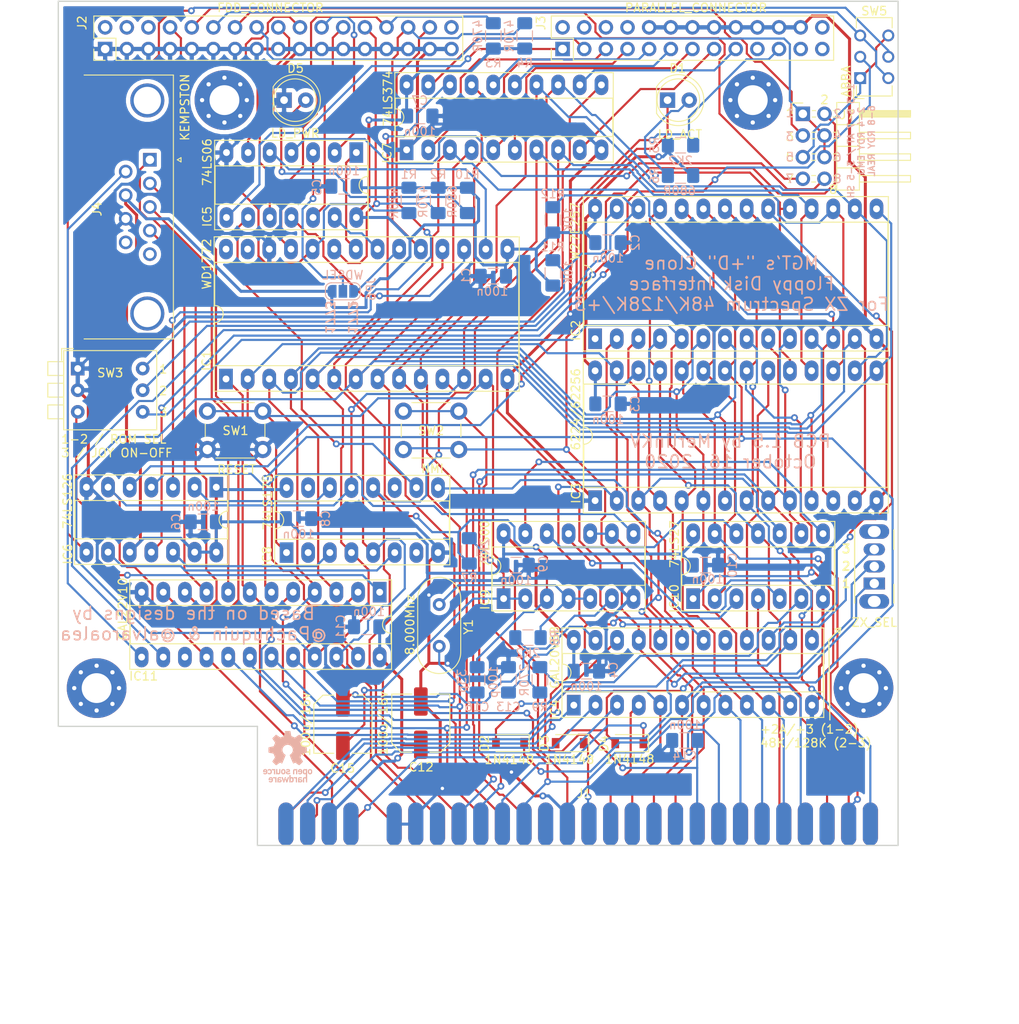
<source format=kicad_pcb>
(kicad_pcb (version 20171130) (host pcbnew "(5.1.6)-1")
  (layers (0 F.Cu signal) (31 B.Cu signal) (34 B.Paste user) (35 F.Paste user) (36 B.SilkS user) (37 F.SilkS user) (38 B.Mask user) (39 F.Mask user) (44 Edge.Cuts user))
  (net 0 "")
  (net 1 GND)
  (net 2 NMI)
  (net 3 FDC_CS)
  (net 4 PRN_STR)
  (net 5 DSK_CS)
  (net 6 PRN_CS)
  (net 7 "Net-(C15-Pad2)")
  (net 8 /DS1)
  (net 9 RAM_CS)
  (net 10 ROM_CS)
  (net 11 "Net-(D1-Pad2)")
  (net 12 "Net-(D1-Pad1)")
  (net 13 "Net-(D5-Pad2)")
  (net 14 /INDEX)
  (net 15 /MOTOR_ON)
  (net 16 /DIR)
  (net 17 /STEP)
  (net 18 /HEAD)
  (net 19 ALT_MOTOR_ON)
  (net 20 /TRACK_0)
  (net 21 "Net-(C13-Pad2)")
  (net 22 "Net-(IC5-Pad9)")
  (net 23 "Net-(IC5-Pad3)")
  (net 24 "Net-(IC5-Pad4)")
  (net 25 "Net-(IC6-Pad12)")
  (net 26 "Net-(IC6-Pad11)")
  (net 27 "Net-(IC6-Pad4)")
  (net 28 "Net-(IC6-Pad9)")
  (net 29 "Net-(IC6-Pad2)")
  (net 30 "Net-(IC6-Pad8)")
  (net 31 "Net-(IC10-Pad8)")
  (net 32 "Net-(IC10-Pad12)")
  (net 33 "Net-(IC9-Pad4)")
  (net 34 "Net-(IC10-Pad5)")
  (net 35 "Net-(IC10-Pad6)")
  (net 36 "Net-(J2-Pad10)")
  (net 37 "Net-(J2-Pad14)")
  (net 38 JOY_EN)
  (net 39 "Net-(J2-Pad2)")
  (net 40 "Net-(J2-Pad4)")
  (net 41 "Net-(J2-Pad6)")
  (net 42 "Net-(J2-Pad34)")
  (net 43 "Net-(J3-Pad2)")
  (net 44 "Net-(J3-Pad4)")
  (net 45 "Net-(J3-Pad6)")
  (net 46 "Net-(J3-Pad8)")
  (net 47 "Net-(J3-Pad19)")
  (net 48 "Net-(J3-Pad23)")
  (net 49 "Net-(J3-Pad25)")
  (net 50 "Net-(J3-Pad26)")
  (net 51 "Net-(J4-Pad5)")
  (net 52 "Net-(J4-Pad9)")
  (net 53 RESET)
  (net 54 D7)
  (net 55 A10)
  (net 56 A11)
  (net 57 A0)
  (net 58 A12)
  (net 59 A7)
  (net 60 M1)
  (net 61 A8)
  (net 62 A9)
  (net 63 D0)
  (net 64 D1)
  (net 65 D2)
  (net 66 D3)
  (net 67 D4)
  (net 68 D5)
  (net 69 RD)
  (net 70 D6)
  (net 71 A3)
  (net 72 A4)
  (net 73 WR)
  (net 74 A15)
  (net 75 A13)
  (net 76 "Net-(J1-Pad13A)")
  (net 77 "Net-(J1-Pad15A)")
  (net 78 IORQ)
  (net 79 A14)
  (net 80 MREQ)
  (net 81 "Net-(J1-Pad26B)")
  (net 82 "Net-(J1-Pad18B)")
  (net 83 A5)
  (net 84 "Net-(J1-Pad22A)")
  (net 85 "Net-(J1-Pad20A)")
  (net 86 "Net-(J1-Pad8B)")
  (net 87 "Net-(J1-Pad25A)")
  (net 88 "Net-(J1-Pad28A)")
  (net 89 "Net-(J1-Pad17B)")
  (net 90 "Net-(J1-Pad19B)")
  (net 91 A6)
  (net 92 A2)
  (net 93 "Net-(J1-Pad23A)")
  (net 94 "Net-(J1-Pad16B)")
  (net 95 A1)
  (net 96 "Net-(J1-Pad13B)")
  (net 97 "Net-(J1-Pad21A)")
  (net 98 /DS0)
  (net 99 /GATE_WRITE)
  (net 100 /DATA_WRITE)
  (net 101 /WRITE_PROT)
  (net 102 /DATA_READ)
  (net 103 /WDWG)
  (net 104 /WDSTEP)
  (net 105 /WDDIRC)
  (net 106 /WDWD)
  (net 107 /WDMOTOR)
  (net 108 /P1)
  (net 109 /P21)
  (net 110 /P17)
  (net 111 /P15)
  (net 112 /P13)
  (net 113 /P11)
  (net 114 /P9)
  (net 115 /P7)
  (net 116 /P5)
  (net 117 /P3)
  (net 118 J6-FIRE)
  (net 119 J4-RIGHT)
  (net 120 J3-LEFT)
  (net 121 J2-DOWN)
  (net 122 J1-UP)
  (net 123 ROM48)
  (net 124 ROMOE2)
  (net 125 ROMOE1)
  (net 126 ROMA14)
  (net 127 ROMA13)
  (net 128 +5V)
  (net 129 "Net-(D2-Pad2)")
  (net 130 "Net-(D3-Pad2)")
  (net 131 "Net-(J1-Pad4B)")
  (net 132 "Net-(C15-Pad1)")
  (net 133 "Net-(C16-Pad2)")
  (net 134 "Net-(C16-Pad1)")
  (net 135 "Net-(IC1-Pad28)")
  (net 136 "Net-(IC1-Pad27)")
  (net 137 "Net-(IC2-Pad1)")
  (net 138 "Net-(IC4-Pad17)")
  (net 139 "Net-(IC8-Pad15)")
  (net 140 "Net-(IC8-Pad7)")
  (net 141 "Net-(IC8-Pad11)")
  (net 142 "Net-(IC8-Pad2)")
  (net 143 "Net-(IC11-Pad15)")
  (module Diode_SMD:D_SOD-123 (layer F.Cu) (at 130.514 112.459 180)
    (fp_text reference D4 (at 2.9802 -0.0634 90) (layer F.SilkS))
    (fp_text value 1N4148 (at -0.0424 -1.8922) (layer F.SilkS))
    (pad 2 smd rect (at 1.65 0 180) (size 0.9 1.2) (layers F.Cu F.Paste F.Mask) (net 130 "Net-(D3-Pad2)"))
    (pad 1 smd rect (at -1.65 0 180) (size 0.9 1.2) (layers F.Cu F.Paste F.Mask) (net 125 ROMOE1))
  )
  (module Diode_SMD:D_SOD-123 (layer F.Cu) (at 123.514 112.459 180)
    (fp_text reference D3 (at 2.9906 -0.0126 90) (layer F.SilkS))
    (fp_text value 1N4148 (at 0.0188 -1.9176) (layer F.SilkS))
    (pad 2 smd rect (at 1.65 0 180) (size 0.9 1.2) (layers F.Cu F.Paste F.Mask) (net 130 "Net-(D3-Pad2)"))
    (pad 1 smd rect (at -1.65 0 180) (size 0.9 1.2) (layers F.Cu F.Paste F.Mask) (net 124 ROMOE2))
  )
  (module Diode_SMD:D_SOD-123 (layer F.Cu) (at 116.514 112.459 180)
    (fp_text reference D2 (at 3.001 -0.038 90) (layer F.SilkS))
    (fp_text value 1N4148 (at 0.08 -1.943) (layer F.SilkS))
    (pad 2 smd rect (at 1.65 0 180) (size 0.9 1.2) (layers F.Cu F.Paste F.Mask) (net 129 "Net-(D2-Pad2)"))
    (pad 1 smd rect (at -1.65 0 180) (size 0.9 1.2) (layers F.Cu F.Paste F.Mask) (net 123 ROM48))
  )
  (module Capacitor_SMD:C_1206_3216Metric_Pad1.42x1.75mm_HandSolder (layer B.Cu) (at 116.332 105.029 270)
    (fp_text reference C13 (at 3.175 0) (layer B.SilkS) (effects (justify mirror)))
    (fp_text value 100p (at 0.254 1.778 90) (layer B.SilkS) (effects (justify mirror)))
    (pad 2 smd roundrect (at 1.4875 0 270) (size 1.425 1.75) (layers B.Cu B.Paste B.Mask) (roundrect_rratio 0.175439) (net 21 "Net-(C13-Pad2)"))
    (pad 1 smd roundrect (at -1.4875 0 270) (size 1.425 1.75) (layers B.Cu B.Paste B.Mask) (roundrect_rratio 0.175439) (net 1 GND))
  )
  (module Resistor_SMD:R_1206_3216Metric_Pad1.42x1.75mm_HandSolder (layer B.Cu) (at 121.539 51.054 270)
    (fp_text reference R12 (at -3.048 0 180) (layer B.SilkS) (effects (justify mirror)))
    (fp_text value 10K (at 0 -1.82 270) (layer B.SilkS) (effects (justify mirror)))
    (pad 2 smd roundrect (at 1.4875 0 270) (size 1.425 1.75) (layers B.Cu B.Paste B.Mask) (roundrect_rratio 0.175439) (net 128 +5V))
    (pad 1 smd roundrect (at -1.4875 0 270) (size 1.425 1.75) (layers B.Cu B.Paste B.Mask) (roundrect_rratio 0.175439) (net 127 ROMA13))
  )
  (module Resistor_SMD:R_1206_3216Metric_Pad1.42x1.75mm_HandSolder (layer B.Cu) (at 121.539 57.277 270)
    (fp_text reference R11 (at -3.048 0 180) (layer B.SilkS) (effects (justify mirror)))
    (fp_text value 10K (at 0 -1.82 270) (layer B.SilkS) (effects (justify mirror)))
    (pad 2 smd roundrect (at 1.4875 0 270) (size 1.425 1.75) (layers B.Cu B.Paste B.Mask) (roundrect_rratio 0.175439) (net 128 +5V))
    (pad 1 smd roundrect (at -1.4875 0 270) (size 1.425 1.75) (layers B.Cu B.Paste B.Mask) (roundrect_rratio 0.175439) (net 126 ROMA14))
  )
  (module Resistor_SMD:R_1206_3216Metric_Pad1.42x1.75mm_HandSolder (layer B.Cu) (at 111.506 48.768 90)
    (fp_text reference R10 (at 3.048 0) (layer B.SilkS) (effects (justify mirror)))
    (fp_text value 680R (at -0.127 -1.778 90) (layer B.SilkS) (effects (justify mirror)))
    (pad 2 smd roundrect (at 1.4875 0 90) (size 1.425 1.75) (layers B.Cu B.Paste B.Mask) (roundrect_rratio 0.175439) (net 128 +5V))
    (pad 1 smd roundrect (at -1.4875 0 90) (size 1.425 1.75) (layers B.Cu B.Paste B.Mask) (roundrect_rratio 0.175439) (net 13 "Net-(D5-Pad2)"))
  )
  (module Resistor_SMD:R_1206_3216Metric_Pad1.42x1.75mm_HandSolder (layer B.Cu) (at 120.015 105.029 90)
    (fp_text reference R9 (at -3.175 0) (layer B.SilkS) (effects (justify mirror)))
    (fp_text value 270R (at 0 -1.82 90) (layer B.SilkS) (effects (justify mirror)))
    (pad 2 smd roundrect (at 1.4875 0 90) (size 1.425 1.75) (layers B.Cu B.Paste B.Mask) (roundrect_rratio 0.175439) (net 35 "Net-(IC10-Pad6)"))
    (pad 1 smd roundrect (at -1.4875 0 90) (size 1.425 1.75) (layers B.Cu B.Paste B.Mask) (roundrect_rratio 0.175439) (net 21 "Net-(C13-Pad2)"))
  )
  (module Resistor_SMD:R_1206_3216Metric_Pad1.42x1.75mm_HandSolder (layer B.Cu) (at 118.618 100.076 180)
    (fp_text reference R8 (at -3.175 0 90) (layer B.SilkS) (effects (justify mirror)))
    (fp_text value 2K2 (at 0 -1.82) (layer B.SilkS) (effects (justify mirror)))
    (pad 2 smd roundrect (at 1.4875 0 180) (size 1.425 1.75) (layers B.Cu B.Paste B.Mask) (roundrect_rratio 0.175439) (net 132 "Net-(C15-Pad1)"))
    (pad 1 smd roundrect (at -1.4875 0 180) (size 1.425 1.75) (layers B.Cu B.Paste B.Mask) (roundrect_rratio 0.175439) (net 33 "Net-(IC9-Pad4)"))
  )
  (module Resistor_SMD:R_1206_3216Metric_Pad1.42x1.75mm_HandSolder (layer B.Cu) (at 111.735 89.8906 270)
    (fp_text reference R7 (at 3.175 0) (layer B.SilkS) (effects (justify mirror)))
    (fp_text value 2K2 (at 0 -1.82 90) (layer B.SilkS) (effects (justify mirror)))
    (pad 2 smd roundrect (at 1.4875 0 270) (size 1.425 1.75) (layers B.Cu B.Paste B.Mask) (roundrect_rratio 0.175439) (net 133 "Net-(C16-Pad2)"))
    (pad 1 smd roundrect (at -1.4875 0 270) (size 1.425 1.75) (layers B.Cu B.Paste B.Mask) (roundrect_rratio 0.175439) (net 7 "Net-(C15-Pad2)"))
  )
  (module Resistor_SMD:R_1206_3216Metric_Pad1.42x1.75mm_HandSolder (layer B.Cu) (at 136.525 45.847)
    (fp_text reference R6 (at -3.048 0 90) (layer B.SilkS) (effects (justify mirror)))
    (fp_text value 680R (at -0.127 1.778) (layer B.SilkS) (effects (justify mirror)))
    (pad 2 smd roundrect (at 1.4875 0) (size 1.425 1.75) (layers B.Cu B.Paste B.Mask) (roundrect_rratio 0.175439) (net 128 +5V))
    (pad 1 smd roundrect (at -1.4875 0) (size 1.425 1.75) (layers B.Cu B.Paste B.Mask) (roundrect_rratio 0.175439) (net 11 "Net-(D1-Pad2)"))
  )
  (module Resistor_SMD:R_1206_3216Metric_Pad1.42x1.75mm_HandSolder (layer B.Cu) (at 136.525 42.291 180)
    (fp_text reference R5 (at 3.048 0 90) (layer B.SilkS) (effects (justify mirror)))
    (fp_text value 2K2 (at 0 -1.82) (layer B.SilkS) (effects (justify mirror)))
    (pad 2 smd roundrect (at 1.4875 0 180) (size 1.425 1.75) (layers B.Cu B.Paste B.Mask) (roundrect_rratio 0.175439) (net 128 +5V))
    (pad 1 smd roundrect (at -1.4875 0 180) (size 1.425 1.75) (layers B.Cu B.Paste B.Mask) (roundrect_rratio 0.175439) (net 109 /P21))
  )
  (module Resistor_SMD:R_1206_3216Metric_Pad1.42x1.75mm_HandSolder (layer B.Cu) (at 118.237 29.464 90)
    (fp_text reference R4 (at -3.175 0) (layer B.SilkS) (effects (justify mirror)))
    (fp_text value 470R (at 0 -1.82 90) (layer B.SilkS) (effects (justify mirror)))
    (pad 2 smd roundrect (at 1.4875 0 90) (size 1.425 1.75) (layers B.Cu B.Paste B.Mask) (roundrect_rratio 0.175439) (net 102 /DATA_READ))
    (pad 1 smd roundrect (at -1.4875 0 90) (size 1.425 1.75) (layers B.Cu B.Paste B.Mask) (roundrect_rratio 0.175439) (net 128 +5V))
  )
  (module Resistor_SMD:R_1206_3216Metric_Pad1.42x1.75mm_HandSolder (layer B.Cu) (at 114.554 29.464 90)
    (fp_text reference R3 (at -3.175 0) (layer B.SilkS) (effects (justify mirror)))
    (fp_text value 470R (at 0 -1.82 90) (layer B.SilkS) (effects (justify mirror)))
    (pad 2 smd roundrect (at 1.4875 0 90) (size 1.425 1.75) (layers B.Cu B.Paste B.Mask) (roundrect_rratio 0.175439) (net 101 /WRITE_PROT))
    (pad 1 smd roundrect (at -1.4875 0 90) (size 1.425 1.75) (layers B.Cu B.Paste B.Mask) (roundrect_rratio 0.175439) (net 128 +5V))
  )
  (module Resistor_SMD:R_1206_3216Metric_Pad1.42x1.75mm_HandSolder (layer B.Cu) (at 108.077 48.768 270)
    (fp_text reference R2 (at -3.048 0 180) (layer B.SilkS) (effects (justify mirror)))
    (fp_text value 470R (at 0.127 1.778 270) (layer B.SilkS) (effects (justify mirror)))
    (pad 2 smd roundrect (at 1.4875 0 270) (size 1.425 1.75) (layers B.Cu B.Paste B.Mask) (roundrect_rratio 0.175439) (net 20 /TRACK_0))
    (pad 1 smd roundrect (at -1.4875 0 270) (size 1.425 1.75) (layers B.Cu B.Paste B.Mask) (roundrect_rratio 0.175439) (net 128 +5V))
  )
  (module Resistor_SMD:R_1206_3216Metric_Pad1.42x1.75mm_HandSolder (layer B.Cu) (at 104.648 48.768 270)
    (fp_text reference R1 (at -3.048 0) (layer B.SilkS) (effects (justify mirror)))
    (fp_text value 470R (at 0.254 1.778 90) (layer B.SilkS) (effects (justify mirror)))
    (pad 2 smd roundrect (at 1.4875 0 270) (size 1.425 1.75) (layers B.Cu B.Paste B.Mask) (roundrect_rratio 0.175439) (net 14 /INDEX))
    (pad 1 smd roundrect (at -1.4875 0 270) (size 1.425 1.75) (layers B.Cu B.Paste B.Mask) (roundrect_rratio 0.175439) (net 128 +5V))
  )
  (module Capacitor_SMD:C_1206_3216Metric_Pad1.42x1.75mm_HandSolder (layer B.Cu) (at 112.649 105.029 90)
    (fp_text reference C16 (at -3.175 0) (layer B.SilkS) (effects (justify mirror)))
    (fp_text value 33p (at -0.127 -1.778 90) (layer B.SilkS) (effects (justify mirror)))
    (pad 2 smd roundrect (at 1.4875 0 90) (size 1.425 1.75) (layers B.Cu B.Paste B.Mask) (roundrect_rratio 0.175439) (net 133 "Net-(C16-Pad2)"))
    (pad 1 smd roundrect (at -1.4875 0 90) (size 1.425 1.75) (layers B.Cu B.Paste B.Mask) (roundrect_rratio 0.175439) (net 134 "Net-(C16-Pad1)"))
  )
  (module Capacitor_SMD:C_1206_3216Metric_Pad1.42x1.75mm_HandSolder (layer B.Cu) (at 137.033 112.141)
    (fp_text reference C14 (at 0 1.82) (layer B.SilkS) (effects (justify mirror)))
    (fp_text value 100n (at 0 -1.82) (layer B.SilkS) (effects (justify mirror)))
    (pad 2 smd roundrect (at 1.4875 0) (size 1.425 1.75) (layers B.Cu B.Paste B.Mask) (roundrect_rratio 0.175439) (net 53 RESET))
    (pad 1 smd roundrect (at -1.4875 0) (size 1.425 1.75) (layers B.Cu B.Paste B.Mask) (roundrect_rratio 0.175439) (net 1 GND))
  )
  (module Capacitor_SMD:C_1206_3216Metric_Pad1.42x1.75mm_HandSolder (layer B.Cu) (at 99.695 98.806)
    (fp_text reference C11 (at -3.048 0 270) (layer B.SilkS) (effects (justify mirror)))
    (fp_text value 100n (at 0.254 -1.778 180) (layer B.SilkS) (effects (justify mirror)))
    (pad 2 smd roundrect (at 1.4875 0) (size 1.425 1.75) (layers B.Cu B.Paste B.Mask) (roundrect_rratio 0.175439) (net 128 +5V))
    (pad 1 smd roundrect (at -1.4875 0) (size 1.425 1.75) (layers B.Cu B.Paste B.Mask) (roundrect_rratio 0.175439) (net 1 GND))
  )
  (module Capacitor_SMD:C_1206_3216Metric_Pad1.42x1.75mm_HandSolder (layer B.Cu) (at 139.446 91.567 180)
    (fp_text reference C10 (at -3.175 0 270) (layer B.SilkS) (effects (justify mirror)))
    (fp_text value 100n (at -0.254 -1.651 180) (layer B.SilkS) (effects (justify mirror)))
    (pad 2 smd roundrect (at 1.4875 0 180) (size 1.425 1.75) (layers B.Cu B.Paste B.Mask) (roundrect_rratio 0.175439) (net 128 +5V))
    (pad 1 smd roundrect (at -1.4875 0 180) (size 1.425 1.75) (layers B.Cu B.Paste B.Mask) (roundrect_rratio 0.175439) (net 1 GND))
  )
  (module Capacitor_SMD:C_1206_3216Metric_Pad1.42x1.75mm_HandSolder (layer B.Cu) (at 117.221 91.567 180)
    (fp_text reference C9 (at -3.175 0.127 90) (layer B.SilkS) (effects (justify mirror)))
    (fp_text value 100n (at 0 -1.778 180) (layer B.SilkS) (effects (justify mirror)))
    (pad 2 smd roundrect (at 1.4875 0 180) (size 1.425 1.75) (layers B.Cu B.Paste B.Mask) (roundrect_rratio 0.175439) (net 128 +5V))
    (pad 1 smd roundrect (at -1.4875 0 180) (size 1.425 1.75) (layers B.Cu B.Paste B.Mask) (roundrect_rratio 0.175439) (net 1 GND))
  )
  (module Capacitor_SMD:C_1206_3216Metric_Pad1.42x1.75mm_HandSolder (layer B.Cu) (at 91.694 86.106 180)
    (fp_text reference C8 (at -3.175 0 90) (layer B.SilkS) (effects (justify mirror)))
    (fp_text value 100n (at 0 -1.82) (layer B.SilkS) (effects (justify mirror)))
    (pad 2 smd roundrect (at 1.4875 0 180) (size 1.425 1.75) (layers B.Cu B.Paste B.Mask) (roundrect_rratio 0.175439) (net 128 +5V))
    (pad 1 smd roundrect (at -1.4875 0 180) (size 1.425 1.75) (layers B.Cu B.Paste B.Mask) (roundrect_rratio 0.175439) (net 1 GND))
  )
  (module Capacitor_SMD:C_1206_3216Metric_Pad1.42x1.75mm_HandSolder (layer B.Cu) (at 105.918 38.862 180)
    (fp_text reference C7 (at 0 1.82) (layer B.SilkS) (effects (justify mirror)))
    (fp_text value 100n (at 0 -1.82) (layer B.SilkS) (effects (justify mirror)))
    (pad 2 smd roundrect (at 1.4875 0 180) (size 1.425 1.75) (layers B.Cu B.Paste B.Mask) (roundrect_rratio 0.175439) (net 128 +5V))
    (pad 1 smd roundrect (at -1.4875 0 180) (size 1.425 1.75) (layers B.Cu B.Paste B.Mask) (roundrect_rratio 0.175439) (net 1 GND))
  )
  (module Capacitor_SMD:C_1206_3216Metric_Pad1.42x1.75mm_HandSolder (layer B.Cu) (at 80.518 86.487)
    (fp_text reference C6 (at -3.175 0 270) (layer B.SilkS) (effects (justify mirror)))
    (fp_text value 100n (at 0 -1.82) (layer B.SilkS) (effects (justify mirror)))
    (pad 2 smd roundrect (at 1.4875 0) (size 1.425 1.75) (layers B.Cu B.Paste B.Mask) (roundrect_rratio 0.175439) (net 128 +5V))
    (pad 1 smd roundrect (at -1.4875 0) (size 1.425 1.75) (layers B.Cu B.Paste B.Mask) (roundrect_rratio 0.175439) (net 1 GND))
  )
  (module Capacitor_SMD:C_1206_3216Metric_Pad1.42x1.75mm_HandSolder (layer B.Cu) (at 97.028 47.117)
    (fp_text reference C5 (at -3.175 0.127 270) (layer B.SilkS) (effects (justify mirror)))
    (fp_text value 100n (at 0 -1.82 180) (layer B.SilkS) (effects (justify mirror)))
    (pad 2 smd roundrect (at 1.4875 0) (size 1.425 1.75) (layers B.Cu B.Paste B.Mask) (roundrect_rratio 0.175439) (net 128 +5V))
    (pad 1 smd roundrect (at -1.4875 0) (size 1.425 1.75) (layers B.Cu B.Paste B.Mask) (roundrect_rratio 0.175439) (net 1 GND))
  )
  (module Capacitor_SMD:C_1206_3216Metric_Pad1.42x1.75mm_HandSolder (layer B.Cu) (at 125.476 104.013 180)
    (fp_text reference C4 (at -3.175 0.127 90) (layer B.SilkS) (effects (justify mirror)))
    (fp_text value 100n (at 0 -1.778) (layer B.SilkS) (effects (justify mirror)))
    (pad 2 smd roundrect (at 1.4875 0 180) (size 1.425 1.75) (layers B.Cu B.Paste B.Mask) (roundrect_rratio 0.175439) (net 128 +5V))
    (pad 1 smd roundrect (at -1.4875 0 180) (size 1.425 1.75) (layers B.Cu B.Paste B.Mask) (roundrect_rratio 0.175439) (net 1 GND))
  )
  (module Capacitor_SMD:C_1206_3216Metric_Pad1.42x1.75mm_HandSolder (layer B.Cu) (at 128.016 72.644 180)
    (fp_text reference C3 (at -3.175 0 90) (layer B.SilkS) (effects (justify mirror)))
    (fp_text value 100n (at 0 -1.82 180) (layer B.SilkS) (effects (justify mirror)))
    (pad 2 smd roundrect (at 1.4875 0 180) (size 1.425 1.75) (layers B.Cu B.Paste B.Mask) (roundrect_rratio 0.175439) (net 128 +5V))
    (pad 1 smd roundrect (at -1.4875 0 180) (size 1.425 1.75) (layers B.Cu B.Paste B.Mask) (roundrect_rratio 0.175439) (net 1 GND))
  )
  (module Capacitor_SMD:C_1206_3216Metric_Pad1.42x1.75mm_HandSolder (layer B.Cu) (at 128.016 53.721 180)
    (fp_text reference C2 (at -3.175 0 270) (layer B.SilkS) (effects (justify mirror)))
    (fp_text value 100n (at 0 -1.82 180) (layer B.SilkS) (effects (justify mirror)))
    (pad 2 smd roundrect (at 1.4875 0 180) (size 1.425 1.75) (layers B.Cu B.Paste B.Mask) (roundrect_rratio 0.175439) (net 128 +5V))
    (pad 1 smd roundrect (at -1.4875 0 180) (size 1.425 1.75) (layers B.Cu B.Paste B.Mask) (roundrect_rratio 0.175439) (net 1 GND))
  )
  (module Capacitor_SMD:C_1206_3216Metric_Pad1.42x1.75mm_HandSolder (layer B.Cu) (at 114.554 57.658)
    (fp_text reference C1 (at -3.175 0 270) (layer B.SilkS) (effects (justify mirror)))
    (fp_text value 100n (at -0.127 1.778 180) (layer B.SilkS) (effects (justify mirror)))
    (pad 2 smd roundrect (at 1.4875 0) (size 1.425 1.75) (layers B.Cu B.Paste B.Mask) (roundrect_rratio 0.175439) (net 128 +5V))
    (pad 1 smd roundrect (at -1.4875 0) (size 1.425 1.75) (layers B.Cu B.Paste B.Mask) (roundrect_rratio 0.175439) (net 1 GND))
  )
  (module MountingHole:MountingHole_3.5mm_Pad_Via (layer F.Cu) (at 145 37)
    (fp_text reference HOLE4 hide)
    (fp_text value MountingHole_3.5mm_Pad_Via)
    (pad 1 thru_hole circle (at 1.856155 -1.856155) (size 0.8 0.8) (drill 0.5) (layers *.Cu *.Mask))
    (pad 1 thru_hole circle (at 0 -2.625) (size 0.8 0.8) (drill 0.5) (layers *.Cu *.Mask))
    (pad 1 thru_hole circle (at -1.856155 -1.856155) (size 0.8 0.8) (drill 0.5) (layers *.Cu *.Mask))
    (pad 1 thru_hole circle (at -2.625 0) (size 0.8 0.8) (drill 0.5) (layers *.Cu *.Mask))
    (pad 1 thru_hole circle (at -1.856155 1.856155) (size 0.8 0.8) (drill 0.5) (layers *.Cu *.Mask))
    (pad 1 thru_hole circle (at 0 2.625) (size 0.8 0.8) (drill 0.5) (layers *.Cu *.Mask))
    (pad 1 thru_hole circle (at 1.856155 1.856155) (size 0.8 0.8) (drill 0.5) (layers *.Cu *.Mask))
    (pad 1 thru_hole circle (at 2.625 0) (size 0.8 0.8) (drill 0.5) (layers *.Cu *.Mask))
    (pad 1 thru_hole circle (at 0 0) (size 7 7) (drill 3.5) (layers *.Cu *.Mask))
  )
  (module Connector_PinHeader_2.54mm:PinHeader_2x04_P2.54mm_Horizontal (layer F.Cu) (at 150.876 38.608)
    (fp_text reference J7 (at 5.207 0.127) (layer F.SilkS))
    (fp_text value CABLE-READY)
    (pad 8 thru_hole oval (at 2.54 7.62) (size 1.7 1.7) (drill 1) (layers *.Cu *.Mask) (net 24 "Net-(IC5-Pad4)"))
    (pad 7 thru_hole oval (at 0 7.62) (size 1.7 1.7) (drill 1) (layers *.Cu *.Mask) (net 37 "Net-(J2-Pad14)"))
    (pad 6 thru_hole oval (at 2.54 5.08) (size 1.7 1.7) (drill 1) (layers *.Cu *.Mask) (net 15 /MOTOR_ON))
    (pad 5 thru_hole oval (at 0 5.08) (size 1.7 1.7) (drill 1) (layers *.Cu *.Mask) (net 98 /DS0))
    (pad 4 thru_hole oval (at 2.54 2.54) (size 1.7 1.7) (drill 1) (layers *.Cu *.Mask) (net 15 /MOTOR_ON))
    (pad 3 thru_hole oval (at 0 2.54) (size 1.7 1.7) (drill 1) (layers *.Cu *.Mask) (net 36 "Net-(J2-Pad10)"))
    (pad 2 thru_hole oval (at 2.54 0) (size 1.7 1.7) (drill 1) (layers *.Cu *.Mask) (net 19 ALT_MOTOR_ON))
    (pad 1 thru_hole rect (at 0 0) (size 1.7 1.7) (drill 1) (layers *.Cu *.Mask) (net 15 /MOTOR_ON))
  )
  (module MountingHole:MountingHole_3.5mm_Pad_Via (layer F.Cu) (at 83 37)
    (fp_text reference HOLE2 hide)
    (fp_text value MountingHole_3.5mm_Pad_Via)
    (pad 1 thru_hole circle (at 0 0) (size 7 7) (drill 3.5) (layers *.Cu *.Mask))
    (pad 1 thru_hole circle (at 2.625 0) (size 0.8 0.8) (drill 0.5) (layers *.Cu *.Mask))
    (pad 1 thru_hole circle (at 1.856155 1.856155) (size 0.8 0.8) (drill 0.5) (layers *.Cu *.Mask))
    (pad 1 thru_hole circle (at 0 2.625) (size 0.8 0.8) (drill 0.5) (layers *.Cu *.Mask))
    (pad 1 thru_hole circle (at -1.856155 1.856155) (size 0.8 0.8) (drill 0.5) (layers *.Cu *.Mask))
    (pad 1 thru_hole circle (at -2.625 0) (size 0.8 0.8) (drill 0.5) (layers *.Cu *.Mask))
    (pad 1 thru_hole circle (at -1.856155 -1.856155) (size 0.8 0.8) (drill 0.5) (layers *.Cu *.Mask))
    (pad 1 thru_hole circle (at 0 -2.625) (size 0.8 0.8) (drill 0.5) (layers *.Cu *.Mask))
    (pad 1 thru_hole circle (at 1.856155 -1.856155) (size 0.8 0.8) (drill 0.5) (layers *.Cu *.Mask))
  )
  (module Capacitor_SMD:C_Elec_6.3x5.4 (layer F.Cu) (at 106.045 110.109 90)
    (fp_text reference C12 (at -5.1562 0.0508) (layer F.SilkS))
    (fp_text value 100u/16v (at 0 -4.416 90) (layer F.SilkS))
    (pad 2 smd roundrect (at 2.5375 0 90) (size 3.325 1.6) (layers F.Cu F.Paste F.Mask) (roundrect_rratio 0.15625) (net 1 GND))
    (pad 1 smd roundrect (at -2.5375 0 90) (size 3.325 1.6) (layers F.Cu F.Paste F.Mask) (roundrect_rratio 0.15625) (net 128 +5V))
  )
  (module Capacitor_SMD:C_Elec_6.3x5.4 (layer F.Cu) (at 96.901 110.236 270)
    (fp_text reference C15 (at 5.1816 0.0254) (layer F.SilkS))
    (fp_text value 100u/16v (at 0 4.35 90) (layer F.SilkS))
    (pad 2 smd roundrect (at 2.5375 0 270) (size 3.325 1.6) (layers F.Cu F.Paste F.Mask) (roundrect_rratio 0.15625) (net 7 "Net-(C15-Pad2)"))
    (pad 1 smd roundrect (at -2.5375 0 270) (size 3.325 1.6) (layers F.Cu F.Paste F.Mask) (roundrect_rratio 0.15625) (net 132 "Net-(C15-Pad1)"))
  )
  (module Button_Switch_THT:SW_CuK_JS202011AQN_DPDT_Angled (layer F.Cu) (at 157.607 34.417 90)
    (fp_text reference SW5 (at 7.874 1.651) (layer F.SilkS))
    (fp_text value ABBA (at -0.381 -1.651 90) (layer F.SilkS))
    (pad 6 thru_hole circle (at 5 3.3 90) (size 1.4 1.4) (drill 0.9) (layers *.Cu *.Mask) (net 98 /DS0))
    (pad 5 thru_hole circle (at 2.5 3.3 90) (size 1.4 1.4) (drill 0.9) (layers *.Cu *.Mask) (net 30 "Net-(IC6-Pad8)"))
    (pad 4 thru_hole circle (at 0 3.3 90) (size 1.4 1.4) (drill 0.9) (layers *.Cu *.Mask) (net 8 /DS1))
    (pad 3 thru_hole circle (at 5 0 90) (size 1.4 1.4) (drill 0.9) (layers *.Cu *.Mask) (net 8 /DS1))
    (pad 2 thru_hole circle (at 2.5 0 90) (size 1.4 1.4) (drill 0.9) (layers *.Cu *.Mask) (net 26 "Net-(IC6-Pad11)"))
    (pad 1 thru_hole rect (at 0 0 90) (size 1.4 1.4) (drill 0.9) (layers *.Cu *.Mask) (net 98 /DS0))
  )
  (module Package_DIP:DIP-28_W15.24mm_Socket_LongPads (layer F.Cu) (at 126.5 65 90)
    (fp_text reference IC2 (at 0.9666 -2.2686 90) (layer F.SilkS))
    (fp_text value W27E257 (at 12.5998 -2.3448 90) (layer F.SilkS))
    (pad 28 thru_hole oval (at 15.24 0 90) (size 2.4 1.6) (drill 0.8) (layers *.Cu *.Mask) (net 128 +5V))
    (pad 14 thru_hole oval (at 0 33.02 90) (size 2.4 1.6) (drill 0.8) (layers *.Cu *.Mask) (net 1 GND))
    (pad 27 thru_hole oval (at 15.24 2.54 90) (size 2.4 1.6) (drill 0.8) (layers *.Cu *.Mask) (net 126 ROMA14))
    (pad 13 thru_hole oval (at 0 30.48 90) (size 2.4 1.6) (drill 0.8) (layers *.Cu *.Mask) (net 65 D2))
    (pad 26 thru_hole oval (at 15.24 5.08 90) (size 2.4 1.6) (drill 0.8) (layers *.Cu *.Mask) (net 127 ROMA13))
    (pad 12 thru_hole oval (at 0 27.94 90) (size 2.4 1.6) (drill 0.8) (layers *.Cu *.Mask) (net 64 D1))
    (pad 25 thru_hole oval (at 15.24 7.62 90) (size 2.4 1.6) (drill 0.8) (layers *.Cu *.Mask) (net 61 A8))
    (pad 11 thru_hole oval (at 0 25.4 90) (size 2.4 1.6) (drill 0.8) (layers *.Cu *.Mask) (net 63 D0))
    (pad 24 thru_hole oval (at 15.24 10.16 90) (size 2.4 1.6) (drill 0.8) (layers *.Cu *.Mask) (net 62 A9))
    (pad 10 thru_hole oval (at 0 22.86 90) (size 2.4 1.6) (drill 0.8) (layers *.Cu *.Mask) (net 57 A0))
    (pad 23 thru_hole oval (at 15.24 12.7 90) (size 2.4 1.6) (drill 0.8) (layers *.Cu *.Mask) (net 56 A11))
    (pad 9 thru_hole oval (at 0 20.32 90) (size 2.4 1.6) (drill 0.8) (layers *.Cu *.Mask) (net 95 A1))
    (pad 22 thru_hole oval (at 15.24 15.24 90) (size 2.4 1.6) (drill 0.8) (layers *.Cu *.Mask) (net 69 RD))
    (pad 8 thru_hole oval (at 0 17.78 90) (size 2.4 1.6) (drill 0.8) (layers *.Cu *.Mask) (net 92 A2))
    (pad 21 thru_hole oval (at 15.24 17.78 90) (size 2.4 1.6) (drill 0.8) (layers *.Cu *.Mask) (net 55 A10))
    (pad 7 thru_hole oval (at 0 15.24 90) (size 2.4 1.6) (drill 0.8) (layers *.Cu *.Mask) (net 71 A3))
    (pad 20 thru_hole oval (at 15.24 20.32 90) (size 2.4 1.6) (drill 0.8) (layers *.Cu *.Mask) (net 10 ROM_CS))
    (pad 6 thru_hole oval (at 0 12.7 90) (size 2.4 1.6) (drill 0.8) (layers *.Cu *.Mask) (net 72 A4))
    (pad 19 thru_hole oval (at 15.24 22.86 90) (size 2.4 1.6) (drill 0.8) (layers *.Cu *.Mask) (net 54 D7))
    (pad 5 thru_hole oval (at 0 10.16 90) (size 2.4 1.6) (drill 0.8) (layers *.Cu *.Mask) (net 83 A5))
    (pad 18 thru_hole oval (at 15.24 25.4 90) (size 2.4 1.6) (drill 0.8) (layers *.Cu *.Mask) (net 70 D6))
    (pad 4 thru_hole oval (at 0 7.62 90) (size 2.4 1.6) (drill 0.8) (layers *.Cu *.Mask) (net 91 A6))
    (pad 17 thru_hole oval (at 15.24 27.94 90) (size 2.4 1.6) (drill 0.8) (layers *.Cu *.Mask) (net 68 D5))
    (pad 3 thru_hole oval (at 0 5.08 90) (size 2.4 1.6) (drill 0.8) (layers *.Cu *.Mask) (net 59 A7))
    (pad 16 thru_hole oval (at 15.24 30.48 90) (size 2.4 1.6) (drill 0.8) (layers *.Cu *.Mask) (net 67 D4))
    (pad 2 thru_hole oval (at 0 2.54 90) (size 2.4 1.6) (drill 0.8) (layers *.Cu *.Mask) (net 58 A12))
    (pad 15 thru_hole oval (at 15.24 33.02 90) (size 2.4 1.6) (drill 0.8) (layers *.Cu *.Mask) (net 66 D3))
    (pad 1 thru_hole rect (at 0 0 90) (size 2.4 1.6) (drill 0.8) (layers *.Cu *.Mask) (net 137 "Net-(IC2-Pad1)"))
  )
  (module Button_Switch_THT:SW_CuK_OS102011MA1QN1_SPDT_Angled (layer F.Cu) (at 159.258 93.726 90)
    (fp_text reference SW4 hide)
    (fp_text value ZX_SEL (at -4.572 0) (layer F.SilkS))
    (pad "" thru_hole oval (at 6.1 0 90) (size 1.7 3.5) (drill oval 1.3 1.5) (layers *.Cu *.Mask))
    (pad "" thru_hole oval (at -2.1 0 90) (size 1.7 3.5) (drill oval 1.3 1.5) (layers *.Cu *.Mask))
    (pad 3 thru_hole oval (at 4 0 90) (size 1.4 2.5) (drill 1.1) (layers *.Cu *.Mask) (net 129 "Net-(D2-Pad2)"))
    (pad 2 thru_hole oval (at 2 0 90) (size 1.4 2.5) (drill 1.1) (layers *.Cu *.Mask) (net 12 "Net-(D1-Pad1)"))
    (pad 1 thru_hole rect (at 0 0 90) (size 1.4 2.5) (drill 1.1) (layers *.Cu *.Mask) (net 130 "Net-(D3-Pad2)"))
  )
  (module Connector_Dsub:DSUB-9_Male_Horizontal_P2.77x2.84mm_EdgePinOffset4.94mm_Housed_MountingHolesOffset7.48mm (layer F.Cu) (at 74.25 44 270)
    (fp_text reference J4 (at 5.784 6.19 90) (layer F.SilkS))
    (fp_text value KEMPSTON (at -6.154 -4.109 90) (layer F.SilkS))
    (pad 0 thru_hole circle (at 18.04 0.3 270) (size 4 4) (drill 3.2) (layers *.Cu *.Mask))
    (pad 0 thru_hole circle (at -6.96 0.3 270) (size 4 4) (drill 3.2) (layers *.Cu *.Mask))
    (pad 9 thru_hole circle (at 9.695 2.84 270) (size 1.6 1.6) (drill 1) (layers *.Cu *.Mask) (net 52 "Net-(J4-Pad9)"))
    (pad 8 thru_hole circle (at 6.925 2.84 270) (size 1.6 1.6) (drill 1) (layers *.Cu *.Mask) (net 1 GND))
    (pad 7 thru_hole circle (at 4.155 2.84 270) (size 1.6 1.6) (drill 1) (layers *.Cu *.Mask) (net 128 +5V))
    (pad 6 thru_hole circle (at 1.385 2.84 270) (size 1.6 1.6) (drill 1) (layers *.Cu *.Mask) (net 118 J6-FIRE))
    (pad 5 thru_hole circle (at 11.08 0 270) (size 1.6 1.6) (drill 1) (layers *.Cu *.Mask) (net 51 "Net-(J4-Pad5)"))
    (pad 4 thru_hole circle (at 8.31 0 270) (size 1.6 1.6) (drill 1) (layers *.Cu *.Mask) (net 119 J4-RIGHT))
    (pad 3 thru_hole circle (at 5.54 0 270) (size 1.6 1.6) (drill 1) (layers *.Cu *.Mask) (net 120 J3-LEFT))
    (pad 2 thru_hole circle (at 2.77 0 270) (size 1.6 1.6) (drill 1) (layers *.Cu *.Mask) (net 121 J2-DOWN))
    (pad 1 thru_hole rect (at 0 0 270) (size 1.6 1.6) (drill 1) (layers *.Cu *.Mask) (net 122 J1-UP))
  )
  (module Button_Switch_THT:SW_DIP_SPSTx03_Piano_10.8x9.18mm_W7.62mm_P2.54mm (layer F.Cu) (at 65.786 68.5)
    (fp_text reference SW3 (at 3.81 0.508) (layer F.SilkS))
    (fp_text value ROMSEL_JOY hide)
    (pad 6 thru_hole oval (at 7.62 0) (size 1.6 1.6) (drill 0.8) (layers *.Cu *.Mask) (net 126 ROMA14))
    (pad 3 thru_hole oval (at 0 5.08) (size 1.6 1.6) (drill 0.8) (layers *.Cu *.Mask) (net 38 JOY_EN))
    (pad 5 thru_hole oval (at 7.62 2.54) (size 1.6 1.6) (drill 0.8) (layers *.Cu *.Mask) (net 127 ROMA13))
    (pad 2 thru_hole oval (at 0 2.54) (size 1.6 1.6) (drill 0.8) (layers *.Cu *.Mask) (net 1 GND))
    (pad 4 thru_hole oval (at 7.62 5.08) (size 1.6 1.6) (drill 0.8) (layers *.Cu *.Mask) (net 83 A5))
    (pad 1 thru_hole rect (at 0 0) (size 1.6 1.6) (drill 0.8) (layers *.Cu *.Mask) (net 1 GND))
  )
  (module Jumper:SolderJumper-3_P1.3mm_Open_RoundedPad1.0x1.5mm (layer B.Cu) (at 96.901 59.436 180)
    (fp_text reference JP6 (at -3.302 0.254 90) (layer B.SilkS) (effects (justify mirror)))
    (fp_text value WDSEL (at 0 1.905) (layer B.SilkS) (effects (justify mirror)))
    (pad 2 smd rect (at 0 0 180) (size 1 1.5) (layers B.Cu B.Mask) (net 23 "Net-(IC5-Pad3)"))
    (pad 3 smd custom (at 1.3 0 180) (size 1 0.5) (layers B.Cu B.Mask) (net 128 +5V) (options (clearance outline) (anchor rect)) (primitives (gr_circle (center 0 -0.25) (end 0.5 -0.25) (width 0)) (gr_circle (center 0 0.25) (end 0.5 0.25) (width 0)) (gr_poly (pts (xy -0.55 0.75) (xy 0 0.75) (xy 0 -0.75) (xy -0.55 -0.75)) (width 0))))
    (pad 1 smd custom (at -1.3 0 180) (size 1 0.5) (layers B.Cu B.Mask) (net 107 /WDMOTOR) (options (clearance outline) (anchor rect)) (primitives (gr_circle (center 0 -0.25) (end 0.5 -0.25) (width 0)) (gr_circle (center 0 0.25) (end 0.5 0.25) (width 0)) (gr_poly (pts (xy 0.55 0.75) (xy 0 0.75) (xy 0 -0.75) (xy 0.55 -0.75)) (width 0))))
  )
  (module Package_DIP:DIP-14_W7.62mm_Socket_LongPads (layer F.Cu) (at 115.762 95.5 90)
    (fp_text reference IC9 (at -0.1056 -2.1732 90) (layer F.SilkS))
    (fp_text value 74LS00 (at 6.4222 -2.1986 90) (layer F.SilkS))
    (pad 14 thru_hole oval (at 7.62 0 90) (size 2.4 1.6) (drill 0.8) (layers *.Cu *.Mask) (net 128 +5V))
    (pad 7 thru_hole oval (at 0 15.24 90) (size 2.4 1.6) (drill 0.8) (layers *.Cu *.Mask) (net 1 GND))
    (pad 13 thru_hole oval (at 7.62 2.54 90) (size 2.4 1.6) (drill 0.8) (layers *.Cu *.Mask) (net 31 "Net-(IC10-Pad8)"))
    (pad 6 thru_hole oval (at 0 12.7 90) (size 2.4 1.6) (drill 0.8) (layers *.Cu *.Mask) (net 132 "Net-(C15-Pad1)"))
    (pad 12 thru_hole oval (at 7.62 5.08 90) (size 2.4 1.6) (drill 0.8) (layers *.Cu *.Mask) (net 32 "Net-(IC10-Pad12)"))
    (pad 5 thru_hole oval (at 0 10.16 90) (size 2.4 1.6) (drill 0.8) (layers *.Cu *.Mask) (net 33 "Net-(IC9-Pad4)"))
    (pad 11 thru_hole oval (at 7.62 7.62 90) (size 2.4 1.6) (drill 0.8) (layers *.Cu *.Mask) (net 34 "Net-(IC10-Pad5)"))
    (pad 4 thru_hole oval (at 0 7.62 90) (size 2.4 1.6) (drill 0.8) (layers *.Cu *.Mask) (net 33 "Net-(IC9-Pad4)"))
    (pad 10 thru_hole oval (at 7.62 10.16 90) (size 2.4 1.6) (drill 0.8) (layers *.Cu *.Mask) (net 4 PRN_STR))
    (pad 3 thru_hole oval (at 0 5.08 90) (size 2.4 1.6) (drill 0.8) (layers *.Cu *.Mask) (net 133 "Net-(C16-Pad2)"))
    (pad 9 thru_hole oval (at 7.62 12.7 90) (size 2.4 1.6) (drill 0.8) (layers *.Cu *.Mask) (net 4 PRN_STR))
    (pad 2 thru_hole oval (at 0 2.54 90) (size 2.4 1.6) (drill 0.8) (layers *.Cu *.Mask) (net 7 "Net-(C15-Pad2)"))
    (pad 8 thru_hole oval (at 7.62 15.24 90) (size 2.4 1.6) (drill 0.8) (layers *.Cu *.Mask) (net 27 "Net-(IC6-Pad4)"))
    (pad 1 thru_hole rect (at 0 0 90) (size 2.4 1.6) (drill 0.8) (layers *.Cu *.Mask) (net 7 "Net-(C15-Pad2)"))
  )
  (module Package_DIP:DIP-24_W7.62mm_Socket_LongPads (layer F.Cu) (at 101.219 94.742 270)
    (fp_text reference IC11 (at 9.8552 27.7114) (layer F.SilkS))
    (fp_text value GAL22V10 (at 1.9558 30.1498 90) (layer F.SilkS))
    (pad 24 thru_hole oval (at 7.62 0 270) (size 2.4 1.6) (drill 0.8) (layers *.Cu *.Mask) (net 128 +5V))
    (pad 12 thru_hole oval (at 0 27.94 270) (size 2.4 1.6) (drill 0.8) (layers *.Cu *.Mask) (net 1 GND))
    (pad 23 thru_hole oval (at 7.62 2.54 270) (size 2.4 1.6) (drill 0.8) (layers *.Cu *.Mask) (net 63 D0))
    (pad 11 thru_hole oval (at 0 25.4 270) (size 2.4 1.6) (drill 0.8) (layers *.Cu *.Mask) (net 121 J2-DOWN))
    (pad 22 thru_hole oval (at 7.62 5.08 270) (size 2.4 1.6) (drill 0.8) (layers *.Cu *.Mask) (net 64 D1))
    (pad 10 thru_hole oval (at 0 22.86 270) (size 2.4 1.6) (drill 0.8) (layers *.Cu *.Mask) (net 122 J1-UP))
    (pad 21 thru_hole oval (at 7.62 7.62 270) (size 2.4 1.6) (drill 0.8) (layers *.Cu *.Mask) (net 65 D2))
    (pad 9 thru_hole oval (at 0 20.32 270) (size 2.4 1.6) (drill 0.8) (layers *.Cu *.Mask) (net 119 J4-RIGHT))
    (pad 20 thru_hole oval (at 7.62 10.16 270) (size 2.4 1.6) (drill 0.8) (layers *.Cu *.Mask) (net 66 D3))
    (pad 8 thru_hole oval (at 0 17.78 270) (size 2.4 1.6) (drill 0.8) (layers *.Cu *.Mask) (net 120 J3-LEFT))
    (pad 19 thru_hole oval (at 7.62 12.7 270) (size 2.4 1.6) (drill 0.8) (layers *.Cu *.Mask) (net 67 D4))
    (pad 7 thru_hole oval (at 0 15.24 270) (size 2.4 1.6) (drill 0.8) (layers *.Cu *.Mask) (net 3 FDC_CS))
    (pad 18 thru_hole oval (at 7.62 15.24 270) (size 2.4 1.6) (drill 0.8) (layers *.Cu *.Mask) (net 68 D5))
    (pad 6 thru_hole oval (at 0 12.7 270) (size 2.4 1.6) (drill 0.8) (layers *.Cu *.Mask) (net 69 RD))
    (pad 17 thru_hole oval (at 7.62 17.78 270) (size 2.4 1.6) (drill 0.8) (layers *.Cu *.Mask) (net 70 D6))
    (pad 5 thru_hole oval (at 0 10.16 270) (size 2.4 1.6) (drill 0.8) (layers *.Cu *.Mask) (net 78 IORQ))
    (pad 16 thru_hole oval (at 7.62 20.32 270) (size 2.4 1.6) (drill 0.8) (layers *.Cu *.Mask) (net 54 D7))
    (pad 4 thru_hole oval (at 0 7.62 270) (size 2.4 1.6) (drill 0.8) (layers *.Cu *.Mask) (net 71 A3))
    (pad 15 thru_hole oval (at 7.62 22.86 270) (size 2.4 1.6) (drill 0.8) (layers *.Cu *.Mask) (net 143 "Net-(IC11-Pad15)"))
    (pad 3 thru_hole oval (at 0 5.08 270) (size 2.4 1.6) (drill 0.8) (layers *.Cu *.Mask) (net 72 A4))
    (pad 14 thru_hole oval (at 7.62 25.4 270) (size 2.4 1.6) (drill 0.8) (layers *.Cu *.Mask) (net 19 ALT_MOTOR_ON))
    (pad 2 thru_hole oval (at 0 2.54 270) (size 2.4 1.6) (drill 0.8) (layers *.Cu *.Mask) (net 73 WR))
    (pad 13 thru_hole oval (at 7.62 27.94 270) (size 2.4 1.6) (drill 0.8) (layers *.Cu *.Mask) (net 118 J6-FIRE))
    (pad 1 thru_hole rect (at 0 0 270) (size 2.4 1.6) (drill 0.8) (layers *.Cu *.Mask) (net 38 JOY_EN))
  )
  (module Package_DIP:DIP-14_W7.62mm_Socket_LongPads (layer F.Cu) (at 98.477 43.152 270)
    (fp_text reference IC5 (at 7.521 17.5018 270) (layer F.SilkS))
    (fp_text value 74LS06 (at 1.1202 17.5018 270) (layer F.SilkS))
    (pad 14 thru_hole oval (at 7.62 0 270) (size 2.4 1.6) (drill 0.8) (layers *.Cu *.Mask) (net 128 +5V))
    (pad 7 thru_hole oval (at 0 15.24 270) (size 2.4 1.6) (drill 0.8) (layers *.Cu *.Mask) (net 1 GND))
    (pad 13 thru_hole oval (at 7.62 2.54 270) (size 2.4 1.6) (drill 0.8) (layers *.Cu *.Mask) (net 103 /WDWG))
    (pad 6 thru_hole oval (at 0 12.7 270) (size 2.4 1.6) (drill 0.8) (layers *.Cu *.Mask) (net 17 /STEP))
    (pad 12 thru_hole oval (at 7.62 5.08 270) (size 2.4 1.6) (drill 0.8) (layers *.Cu *.Mask) (net 99 /GATE_WRITE))
    (pad 5 thru_hole oval (at 0 10.16 270) (size 2.4 1.6) (drill 0.8) (layers *.Cu *.Mask) (net 104 /WDSTEP))
    (pad 11 thru_hole oval (at 7.62 7.62 270) (size 2.4 1.6) (drill 0.8) (layers *.Cu *.Mask) (net 105 /WDDIRC))
    (pad 4 thru_hole oval (at 0 7.62 270) (size 2.4 1.6) (drill 0.8) (layers *.Cu *.Mask) (net 24 "Net-(IC5-Pad4)"))
    (pad 10 thru_hole oval (at 7.62 10.16 270) (size 2.4 1.6) (drill 0.8) (layers *.Cu *.Mask) (net 16 /DIR))
    (pad 3 thru_hole oval (at 0 5.08 270) (size 2.4 1.6) (drill 0.8) (layers *.Cu *.Mask) (net 23 "Net-(IC5-Pad3)"))
    (pad 9 thru_hole oval (at 7.62 12.7 270) (size 2.4 1.6) (drill 0.8) (layers *.Cu *.Mask) (net 22 "Net-(IC5-Pad9)"))
    (pad 2 thru_hole oval (at 0 2.54 270) (size 2.4 1.6) (drill 0.8) (layers *.Cu *.Mask) (net 100 /DATA_WRITE))
    (pad 8 thru_hole oval (at 7.62 15.24 270) (size 2.4 1.6) (drill 0.8) (layers *.Cu *.Mask) (net 108 /P1))
    (pad 1 thru_hole rect (at 0 0 270) (size 2.4 1.6) (drill 0.8) (layers *.Cu *.Mask) (net 106 /WDWD))
  )
  (module Package_DIP:DIP-14_W7.62mm_Socket_LongPads (layer F.Cu) (at 82.042 82.423 270)
    (fp_text reference IC6 (at 7.8486 17.4244 90) (layer F.SilkS))
    (fp_text value 74LS126 (at 1.6256 17.4498 270) (layer F.SilkS))
    (pad 14 thru_hole oval (at 7.62 0 270) (size 2.4 1.6) (drill 0.8) (layers *.Cu *.Mask) (net 128 +5V))
    (pad 7 thru_hole oval (at 0 15.24 270) (size 2.4 1.6) (drill 0.8) (layers *.Cu *.Mask) (net 1 GND))
    (pad 13 thru_hole oval (at 7.62 2.54 270) (size 2.4 1.6) (drill 0.8) (layers *.Cu *.Mask) (net 128 +5V))
    (pad 6 thru_hole oval (at 0 12.7 270) (size 2.4 1.6) (drill 0.8) (layers *.Cu *.Mask) (net 54 D7))
    (pad 12 thru_hole oval (at 7.62 5.08 270) (size 2.4 1.6) (drill 0.8) (layers *.Cu *.Mask) (net 25 "Net-(IC6-Pad12)"))
    (pad 5 thru_hole oval (at 0 10.16 270) (size 2.4 1.6) (drill 0.8) (layers *.Cu *.Mask) (net 109 /P21))
    (pad 11 thru_hole oval (at 7.62 7.62 270) (size 2.4 1.6) (drill 0.8) (layers *.Cu *.Mask) (net 26 "Net-(IC6-Pad11)"))
    (pad 4 thru_hole oval (at 0 7.62 270) (size 2.4 1.6) (drill 0.8) (layers *.Cu *.Mask) (net 27 "Net-(IC6-Pad4)"))
    (pad 10 thru_hole oval (at 7.62 10.16 270) (size 2.4 1.6) (drill 0.8) (layers *.Cu *.Mask) (net 128 +5V))
    (pad 3 thru_hole oval (at 0 5.08 270) (size 2.4 1.6) (drill 0.8) (layers *.Cu *.Mask) (net 18 /HEAD))
    (pad 9 thru_hole oval (at 7.62 12.7 270) (size 2.4 1.6) (drill 0.8) (layers *.Cu *.Mask) (net 28 "Net-(IC6-Pad9)"))
    (pad 2 thru_hole oval (at 0 2.54 270) (size 2.4 1.6) (drill 0.8) (layers *.Cu *.Mask) (net 29 "Net-(IC6-Pad2)"))
    (pad 8 thru_hole oval (at 7.62 15.24 270) (size 2.4 1.6) (drill 0.8) (layers *.Cu *.Mask) (net 30 "Net-(IC6-Pad8)"))
    (pad 1 thru_hole rect (at 0 0 270) (size 2.4 1.6) (drill 0.8) (layers *.Cu *.Mask) (net 128 +5V))
  )
  (module Package_DIP:DIP-14_W7.62mm_Socket_LongPads (layer F.Cu) (at 138 95.5 90)
    (fp_text reference IC10 (at 0.0214 -2.2116 90) (layer F.SilkS))
    (fp_text value 74LS27 (at 6.3968 -2.1862 90) (layer F.SilkS))
    (pad 14 thru_hole oval (at 7.62 0 90) (size 2.4 1.6) (drill 0.8) (layers *.Cu *.Mask) (net 128 +5V))
    (pad 7 thru_hole oval (at 0 15.24 90) (size 2.4 1.6) (drill 0.8) (layers *.Cu *.Mask) (net 1 GND))
    (pad 13 thru_hole oval (at 7.62 2.54 90) (size 2.4 1.6) (drill 0.8) (layers *.Cu *.Mask) (net 62 A9))
    (pad 6 thru_hole oval (at 0 12.7 90) (size 2.4 1.6) (drill 0.8) (layers *.Cu *.Mask) (net 35 "Net-(IC10-Pad6)"))
    (pad 12 thru_hole oval (at 7.62 5.08 90) (size 2.4 1.6) (drill 0.8) (layers *.Cu *.Mask) (net 32 "Net-(IC10-Pad12)"))
    (pad 5 thru_hole oval (at 0 10.16 90) (size 2.4 1.6) (drill 0.8) (layers *.Cu *.Mask) (net 34 "Net-(IC10-Pad5)"))
    (pad 11 thru_hole oval (at 7.62 7.62 90) (size 2.4 1.6) (drill 0.8) (layers *.Cu *.Mask) (net 61 A8))
    (pad 4 thru_hole oval (at 0 7.62 90) (size 2.4 1.6) (drill 0.8) (layers *.Cu *.Mask) (net 60 M1))
    (pad 10 thru_hole oval (at 7.62 10.16 90) (size 2.4 1.6) (drill 0.8) (layers *.Cu *.Mask) (net 59 A7))
    (pad 3 thru_hole oval (at 0 5.08 90) (size 2.4 1.6) (drill 0.8) (layers *.Cu *.Mask) (net 58 A12))
    (pad 9 thru_hole oval (at 7.62 12.7 90) (size 2.4 1.6) (drill 0.8) (layers *.Cu *.Mask) (net 57 A0))
    (pad 2 thru_hole oval (at 0 2.54 90) (size 2.4 1.6) (drill 0.8) (layers *.Cu *.Mask) (net 56 A11))
    (pad 8 thru_hole oval (at 7.62 15.24 90) (size 2.4 1.6) (drill 0.8) (layers *.Cu *.Mask) (net 31 "Net-(IC10-Pad8)"))
    (pad 1 thru_hole rect (at 0 0 90) (size 2.4 1.6) (drill 0.8) (layers *.Cu *.Mask) (net 55 A10))
  )
  (module MountingHole:MountingHole_3.5mm_Pad_Via (layer F.Cu) (at 68 106)
    (fp_text reference HOLE1 hide)
    (fp_text value MountingHole_3.5mm_Pad_Via)
    (pad 1 thru_hole circle (at 1.856155 -1.856155) (size 0.8 0.8) (drill 0.5) (layers *.Cu *.Mask))
    (pad 1 thru_hole circle (at 0 -2.625) (size 0.8 0.8) (drill 0.5) (layers *.Cu *.Mask))
    (pad 1 thru_hole circle (at -1.856155 -1.856155) (size 0.8 0.8) (drill 0.5) (layers *.Cu *.Mask))
    (pad 1 thru_hole circle (at -2.625 0) (size 0.8 0.8) (drill 0.5) (layers *.Cu *.Mask))
    (pad 1 thru_hole circle (at -1.856155 1.856155) (size 0.8 0.8) (drill 0.5) (layers *.Cu *.Mask))
    (pad 1 thru_hole circle (at 0 2.625) (size 0.8 0.8) (drill 0.5) (layers *.Cu *.Mask))
    (pad 1 thru_hole circle (at 1.856155 1.856155) (size 0.8 0.8) (drill 0.5) (layers *.Cu *.Mask))
    (pad 1 thru_hole circle (at 2.625 0) (size 0.8 0.8) (drill 0.5) (layers *.Cu *.Mask))
    (pad 1 thru_hole circle (at 0 0) (size 7 7) (drill 3.5) (layers *.Cu *.Mask))
  )
  (module MountingHole:MountingHole_3.5mm_Pad_Via (layer F.Cu) (at 158 106)
    (fp_text reference HOLE3 hide)
    (fp_text value MountingHole_3.5mm_Pad_Via)
    (pad 1 thru_hole circle (at 1.856155 -1.856155) (size 0.8 0.8) (drill 0.5) (layers *.Cu *.Mask))
    (pad 1 thru_hole circle (at 0 -2.625) (size 0.8 0.8) (drill 0.5) (layers *.Cu *.Mask))
    (pad 1 thru_hole circle (at -1.856155 -1.856155) (size 0.8 0.8) (drill 0.5) (layers *.Cu *.Mask))
    (pad 1 thru_hole circle (at -2.625 0) (size 0.8 0.8) (drill 0.5) (layers *.Cu *.Mask))
    (pad 1 thru_hole circle (at -1.856155 1.856155) (size 0.8 0.8) (drill 0.5) (layers *.Cu *.Mask))
    (pad 1 thru_hole circle (at 0 2.625) (size 0.8 0.8) (drill 0.5) (layers *.Cu *.Mask))
    (pad 1 thru_hole circle (at 1.856155 1.856155) (size 0.8 0.8) (drill 0.5) (layers *.Cu *.Mask))
    (pad 1 thru_hole circle (at 2.625 0) (size 0.8 0.8) (drill 0.5) (layers *.Cu *.Mask))
    (pad 1 thru_hole circle (at 0 0) (size 7 7) (drill 3.5) (layers *.Cu *.Mask))
  )
  (module Button_Switch_THT:SW_PUSH_6mm (layer F.Cu) (at 104 73.5)
    (fp_text reference SW2 (at 3.25 2.286) (layer F.SilkS))
    (fp_text value NMI (at 3.409 6.756) (layer F.SilkS))
    (pad 1 thru_hole circle (at 6.5 0 90) (size 2 2) (drill 1.1) (layers *.Cu *.Mask) (net 2 NMI))
    (pad 2 thru_hole circle (at 6.5 4.5 90) (size 2 2) (drill 1.1) (layers *.Cu *.Mask) (net 12 "Net-(D1-Pad1)"))
    (pad 1 thru_hole circle (at 0 0 90) (size 2 2) (drill 1.1) (layers *.Cu *.Mask) (net 2 NMI))
    (pad 2 thru_hole circle (at 0 4.5 90) (size 2 2) (drill 1.1) (layers *.Cu *.Mask) (net 12 "Net-(D1-Pad1)"))
  )
  (module Button_Switch_THT:SW_PUSH_6mm (layer F.Cu) (at 81 73.5)
    (fp_text reference SW1 (at 3.302 2.286) (layer F.SilkS))
    (fp_text value RESET (at 3.419 6.836) (layer F.SilkS))
    (pad 1 thru_hole circle (at 6.5 0 90) (size 2 2) (drill 1.1) (layers *.Cu *.Mask) (net 53 RESET))
    (pad 2 thru_hole circle (at 6.5 4.5 90) (size 2 2) (drill 1.1) (layers *.Cu *.Mask) (net 1 GND))
    (pad 1 thru_hole circle (at 0 0 90) (size 2 2) (drill 1.1) (layers *.Cu *.Mask) (net 53 RESET))
    (pad 2 thru_hole circle (at 0 4.5 90) (size 2 2) (drill 1.1) (layers *.Cu *.Mask) (net 1 GND))
  )
  (module Package_DIP:DIP-20_W7.62mm_Socket_LongPads (layer F.Cu) (at 104.38 42.833 90)
    (fp_text reference IC7 (at -0.381 -2.286 90) (layer F.SilkS))
    (fp_text value 74LS374 (at 6.0284 -2.1958 90) (layer F.SilkS))
    (pad 20 thru_hole oval (at 7.62 0 90) (size 2.4 1.6) (drill 0.8) (layers *.Cu *.Mask) (net 128 +5V))
    (pad 10 thru_hole oval (at 0 22.86 90) (size 2.4 1.6) (drill 0.8) (layers *.Cu *.Mask) (net 1 GND))
    (pad 19 thru_hole oval (at 7.62 2.54 90) (size 2.4 1.6) (drill 0.8) (layers *.Cu *.Mask) (net 117 /P3))
    (pad 9 thru_hole oval (at 0 20.32 90) (size 2.4 1.6) (drill 0.8) (layers *.Cu *.Mask) (net 111 /P15))
    (pad 18 thru_hole oval (at 7.62 5.08 90) (size 2.4 1.6) (drill 0.8) (layers *.Cu *.Mask) (net 63 D0))
    (pad 8 thru_hole oval (at 0 17.78 90) (size 2.4 1.6) (drill 0.8) (layers *.Cu *.Mask) (net 70 D6))
    (pad 17 thru_hole oval (at 7.62 7.62 90) (size 2.4 1.6) (drill 0.8) (layers *.Cu *.Mask) (net 66 D3))
    (pad 7 thru_hole oval (at 0 15.24 90) (size 2.4 1.6) (drill 0.8) (layers *.Cu *.Mask) (net 68 D5))
    (pad 16 thru_hole oval (at 7.62 10.16 90) (size 2.4 1.6) (drill 0.8) (layers *.Cu *.Mask) (net 114 /P9))
    (pad 6 thru_hole oval (at 0 12.7 90) (size 2.4 1.6) (drill 0.8) (layers *.Cu *.Mask) (net 112 /P13))
    (pad 15 thru_hole oval (at 7.62 12.7 90) (size 2.4 1.6) (drill 0.8) (layers *.Cu *.Mask) (net 113 /P11))
    (pad 5 thru_hole oval (at 0 10.16 90) (size 2.4 1.6) (drill 0.8) (layers *.Cu *.Mask) (net 115 /P7))
    (pad 14 thru_hole oval (at 7.62 15.24 90) (size 2.4 1.6) (drill 0.8) (layers *.Cu *.Mask) (net 67 D4))
    (pad 4 thru_hole oval (at 0 7.62 90) (size 2.4 1.6) (drill 0.8) (layers *.Cu *.Mask) (net 65 D2))
    (pad 13 thru_hole oval (at 7.62 17.78 90) (size 2.4 1.6) (drill 0.8) (layers *.Cu *.Mask) (net 54 D7))
    (pad 3 thru_hole oval (at 0 5.08 90) (size 2.4 1.6) (drill 0.8) (layers *.Cu *.Mask) (net 64 D1))
    (pad 12 thru_hole oval (at 7.62 20.32 90) (size 2.4 1.6) (drill 0.8) (layers *.Cu *.Mask) (net 110 /P17))
    (pad 2 thru_hole oval (at 0 2.54 90) (size 2.4 1.6) (drill 0.8) (layers *.Cu *.Mask) (net 116 /P5))
    (pad 11 thru_hole oval (at 7.62 22.86 90) (size 2.4 1.6) (drill 0.8) (layers *.Cu *.Mask) (net 6 PRN_CS))
    (pad 1 thru_hole rect (at 0 0 90) (size 2.4 1.6) (drill 0.8) (layers *.Cu *.Mask) (net 1 GND))
  )
  (module Package_DIP:DIP-16_W7.62mm_Socket_LongPads (layer F.Cu) (at 90.284 90.096 90)
    (fp_text reference IC8 (at -0.455 -2.273 90) (layer F.SilkS))
    (fp_text value 74LS175 (at 5.895 -2.1968 270) (layer F.SilkS))
    (pad 16 thru_hole oval (at 7.62 0 90) (size 2.4 1.6) (drill 0.8) (layers *.Cu *.Mask) (net 128 +5V))
    (pad 8 thru_hole oval (at 0 17.78 90) (size 2.4 1.6) (drill 0.8) (layers *.Cu *.Mask) (net 1 GND))
    (pad 15 thru_hole oval (at 7.62 2.54 90) (size 2.4 1.6) (drill 0.8) (layers *.Cu *.Mask) (net 139 "Net-(IC8-Pad15)"))
    (pad 7 thru_hole oval (at 0 15.24 90) (size 2.4 1.6) (drill 0.8) (layers *.Cu *.Mask) (net 140 "Net-(IC8-Pad7)"))
    (pad 14 thru_hole oval (at 7.62 5.08 90) (size 2.4 1.6) (drill 0.8) (layers *.Cu *.Mask) (net 29 "Net-(IC6-Pad2)"))
    (pad 6 thru_hole oval (at 0 12.7 90) (size 2.4 1.6) (drill 0.8) (layers *.Cu *.Mask) (net 28 "Net-(IC6-Pad9)"))
    (pad 13 thru_hole oval (at 7.62 7.62 90) (size 2.4 1.6) (drill 0.8) (layers *.Cu *.Mask) (net 54 D7))
    (pad 5 thru_hole oval (at 0 10.16 90) (size 2.4 1.6) (drill 0.8) (layers *.Cu *.Mask) (net 64 D1))
    (pad 12 thru_hole oval (at 7.62 10.16 90) (size 2.4 1.6) (drill 0.8) (layers *.Cu *.Mask) (net 70 D6))
    (pad 4 thru_hole oval (at 0 7.62 90) (size 2.4 1.6) (drill 0.8) (layers *.Cu *.Mask) (net 63 D0))
    (pad 11 thru_hole oval (at 7.62 12.7 90) (size 2.4 1.6) (drill 0.8) (layers *.Cu *.Mask) (net 141 "Net-(IC8-Pad11)"))
    (pad 3 thru_hole oval (at 0 5.08 90) (size 2.4 1.6) (drill 0.8) (layers *.Cu *.Mask) (net 25 "Net-(IC6-Pad12)"))
    (pad 10 thru_hole oval (at 7.62 15.24 90) (size 2.4 1.6) (drill 0.8) (layers *.Cu *.Mask) (net 22 "Net-(IC5-Pad9)"))
    (pad 2 thru_hole oval (at 0 2.54 90) (size 2.4 1.6) (drill 0.8) (layers *.Cu *.Mask) (net 142 "Net-(IC8-Pad2)"))
    (pad 9 thru_hole oval (at 7.62 17.78 90) (size 2.4 1.6) (drill 0.8) (layers *.Cu *.Mask) (net 5 DSK_CS))
    (pad 1 thru_hole rect (at 0 0 90) (size 2.4 1.6) (drill 0.8) (layers *.Cu *.Mask) (net 53 RESET))
  )
  (module Package_DIP:DIP-24_W7.62mm_Socket_LongPads (layer F.Cu) (at 124 108 90)
    (fp_text reference IC4 (at -0.5342 -2.207 90) (layer F.SilkS))
    (fp_text value GAL20V8B (at 5.6126 -2.2324 90) (layer F.SilkS))
    (pad 24 thru_hole oval (at 7.62 0 90) (size 2.4 1.6) (drill 0.8) (layers *.Cu *.Mask) (net 128 +5V))
    (pad 12 thru_hole oval (at 0 27.94 90) (size 2.4 1.6) (drill 0.8) (layers *.Cu *.Mask) (net 1 GND))
    (pad 23 thru_hole oval (at 7.62 2.54 90) (size 2.4 1.6) (drill 0.8) (layers *.Cu *.Mask) (net 21 "Net-(C13-Pad2)"))
    (pad 11 thru_hole oval (at 0 25.4 90) (size 2.4 1.6) (drill 0.8) (layers *.Cu *.Mask) (net 71 A3))
    (pad 22 thru_hole oval (at 7.62 5.08 90) (size 2.4 1.6) (drill 0.8) (layers *.Cu *.Mask) (net 3 FDC_CS))
    (pad 10 thru_hole oval (at 0 22.86 90) (size 2.4 1.6) (drill 0.8) (layers *.Cu *.Mask) (net 72 A4))
    (pad 21 thru_hole oval (at 7.62 7.62 90) (size 2.4 1.6) (drill 0.8) (layers *.Cu *.Mask) (net 12 "Net-(D1-Pad1)"))
    (pad 9 thru_hole oval (at 0 20.32 90) (size 2.4 1.6) (drill 0.8) (layers *.Cu *.Mask) (net 83 A5))
    (pad 20 thru_hole oval (at 7.62 10.16 90) (size 2.4 1.6) (drill 0.8) (layers *.Cu *.Mask) (net 4 PRN_STR))
    (pad 8 thru_hole oval (at 0 17.78 90) (size 2.4 1.6) (drill 0.8) (layers *.Cu *.Mask) (net 91 A6))
    (pad 19 thru_hole oval (at 7.62 12.7 90) (size 2.4 1.6) (drill 0.8) (layers *.Cu *.Mask) (net 5 DSK_CS))
    (pad 7 thru_hole oval (at 0 15.24 90) (size 2.4 1.6) (drill 0.8) (layers *.Cu *.Mask) (net 73 WR))
    (pad 18 thru_hole oval (at 7.62 15.24 90) (size 2.4 1.6) (drill 0.8) (layers *.Cu *.Mask) (net 6 PRN_CS))
    (pad 6 thru_hole oval (at 0 12.7 90) (size 2.4 1.6) (drill 0.8) (layers *.Cu *.Mask) (net 69 RD))
    (pad 17 thru_hole oval (at 7.62 17.78 90) (size 2.4 1.6) (drill 0.8) (layers *.Cu *.Mask) (net 138 "Net-(IC4-Pad17)"))
    (pad 5 thru_hole oval (at 0 10.16 90) (size 2.4 1.6) (drill 0.8) (layers *.Cu *.Mask) (net 78 IORQ))
    (pad 16 thru_hole oval (at 7.62 20.32 90) (size 2.4 1.6) (drill 0.8) (layers *.Cu *.Mask) (net 9 RAM_CS))
    (pad 4 thru_hole oval (at 0 7.62 90) (size 2.4 1.6) (drill 0.8) (layers *.Cu *.Mask) (net 80 MREQ))
    (pad 15 thru_hole oval (at 7.62 22.86 90) (size 2.4 1.6) (drill 0.8) (layers *.Cu *.Mask) (net 10 ROM_CS))
    (pad 3 thru_hole oval (at 0 5.08 90) (size 2.4 1.6) (drill 0.8) (layers *.Cu *.Mask) (net 75 A13))
    (pad 14 thru_hole oval (at 7.62 25.4 90) (size 2.4 1.6) (drill 0.8) (layers *.Cu *.Mask) (net 92 A2))
    (pad 2 thru_hole oval (at 0 2.54 90) (size 2.4 1.6) (drill 0.8) (layers *.Cu *.Mask) (net 74 A15))
    (pad 13 thru_hole oval (at 7.62 27.94 90) (size 2.4 1.6) (drill 0.8) (layers *.Cu *.Mask) (net 95 A1))
    (pad 1 thru_hole rect (at 0 0 90) (size 2.4 1.6) (drill 0.8) (layers *.Cu *.Mask) (net 79 A14))
  )
  (module Package_DIP:DIP-28_W15.24mm_Socket_LongPads (layer F.Cu) (at 126.5 84 90)
    (fp_text reference IC3 (at 0.8658 -2.2432 90) (layer F.SilkS))
    (fp_text value 6224/62256 (at 10.721 -2.2686 90) (layer F.SilkS))
    (pad 28 thru_hole oval (at 15.24 0 90) (size 2.4 1.6) (drill 0.8) (layers *.Cu *.Mask) (net 128 +5V))
    (pad 14 thru_hole oval (at 0 33.02 90) (size 2.4 1.6) (drill 0.8) (layers *.Cu *.Mask) (net 1 GND))
    (pad 27 thru_hole oval (at 15.24 2.54 90) (size 2.4 1.6) (drill 0.8) (layers *.Cu *.Mask) (net 73 WR))
    (pad 13 thru_hole oval (at 0 30.48 90) (size 2.4 1.6) (drill 0.8) (layers *.Cu *.Mask) (net 65 D2))
    (pad 26 thru_hole oval (at 15.24 5.08 90) (size 2.4 1.6) (drill 0.8) (layers *.Cu *.Mask) (net 128 +5V))
    (pad 12 thru_hole oval (at 0 27.94 90) (size 2.4 1.6) (drill 0.8) (layers *.Cu *.Mask) (net 64 D1))
    (pad 25 thru_hole oval (at 15.24 7.62 90) (size 2.4 1.6) (drill 0.8) (layers *.Cu *.Mask) (net 61 A8))
    (pad 11 thru_hole oval (at 0 25.4 90) (size 2.4 1.6) (drill 0.8) (layers *.Cu *.Mask) (net 63 D0))
    (pad 24 thru_hole oval (at 15.24 10.16 90) (size 2.4 1.6) (drill 0.8) (layers *.Cu *.Mask) (net 62 A9))
    (pad 10 thru_hole oval (at 0 22.86 90) (size 2.4 1.6) (drill 0.8) (layers *.Cu *.Mask) (net 57 A0))
    (pad 23 thru_hole oval (at 15.24 12.7 90) (size 2.4 1.6) (drill 0.8) (layers *.Cu *.Mask) (net 56 A11))
    (pad 9 thru_hole oval (at 0 20.32 90) (size 2.4 1.6) (drill 0.8) (layers *.Cu *.Mask) (net 95 A1))
    (pad 22 thru_hole oval (at 15.24 15.24 90) (size 2.4 1.6) (drill 0.8) (layers *.Cu *.Mask) (net 69 RD))
    (pad 8 thru_hole oval (at 0 17.78 90) (size 2.4 1.6) (drill 0.8) (layers *.Cu *.Mask) (net 92 A2))
    (pad 21 thru_hole oval (at 15.24 17.78 90) (size 2.4 1.6) (drill 0.8) (layers *.Cu *.Mask) (net 55 A10))
    (pad 7 thru_hole oval (at 0 15.24 90) (size 2.4 1.6) (drill 0.8) (layers *.Cu *.Mask) (net 71 A3))
    (pad 20 thru_hole oval (at 15.24 20.32 90) (size 2.4 1.6) (drill 0.8) (layers *.Cu *.Mask) (net 9 RAM_CS))
    (pad 6 thru_hole oval (at 0 12.7 90) (size 2.4 1.6) (drill 0.8) (layers *.Cu *.Mask) (net 72 A4))
    (pad 19 thru_hole oval (at 15.24 22.86 90) (size 2.4 1.6) (drill 0.8) (layers *.Cu *.Mask) (net 54 D7))
    (pad 5 thru_hole oval (at 0 10.16 90) (size 2.4 1.6) (drill 0.8) (layers *.Cu *.Mask) (net 83 A5))
    (pad 18 thru_hole oval (at 15.24 25.4 90) (size 2.4 1.6) (drill 0.8) (layers *.Cu *.Mask) (net 70 D6))
    (pad 4 thru_hole oval (at 0 7.62 90) (size 2.4 1.6) (drill 0.8) (layers *.Cu *.Mask) (net 91 A6))
    (pad 17 thru_hole oval (at 15.24 27.94 90) (size 2.4 1.6) (drill 0.8) (layers *.Cu *.Mask) (net 68 D5))
    (pad 3 thru_hole oval (at 0 5.08 90) (size 2.4 1.6) (drill 0.8) (layers *.Cu *.Mask) (net 59 A7))
    (pad 16 thru_hole oval (at 15.24 30.48 90) (size 2.4 1.6) (drill 0.8) (layers *.Cu *.Mask) (net 67 D4))
    (pad 2 thru_hole oval (at 0 2.54 90) (size 2.4 1.6) (drill 0.8) (layers *.Cu *.Mask) (net 58 A12))
    (pad 15 thru_hole oval (at 15.24 33.02 90) (size 2.4 1.6) (drill 0.8) (layers *.Cu *.Mask) (net 66 D3))
    (pad 1 thru_hole rect (at 0 0 90) (size 2.4 1.6) (drill 0.8) (layers *.Cu *.Mask) (net 1 GND))
  )
  (module Package_DIP:DIP-28_W15.24mm_Socket_LongPads (layer F.Cu) (at 83.185 69.723 90)
    (fp_text reference IC1 (at 2.159 -2.286 90) (layer F.SilkS))
    (fp_text value WD1772 (at 13.4874 -2.2606 90) (layer F.SilkS))
    (pad 28 thru_hole oval (at 15.24 0 90) (size 2.4 1.6) (drill 0.8) (layers *.Cu *.Mask) (net 135 "Net-(IC1-Pad28)"))
    (pad 14 thru_hole oval (at 0 33.02 90) (size 2.4 1.6) (drill 0.8) (layers *.Cu *.Mask) (net 1 GND))
    (pad 27 thru_hole oval (at 15.24 2.54 90) (size 2.4 1.6) (drill 0.8) (layers *.Cu *.Mask) (net 136 "Net-(IC1-Pad27)"))
    (pad 13 thru_hole oval (at 0 30.48 90) (size 2.4 1.6) (drill 0.8) (layers *.Cu *.Mask) (net 53 RESET))
    (pad 26 thru_hole oval (at 15.24 5.08 90) (size 2.4 1.6) (drill 0.8) (layers *.Cu *.Mask) (net 1 GND))
    (pad 12 thru_hole oval (at 0 27.94 90) (size 2.4 1.6) (drill 0.8) (layers *.Cu *.Mask) (net 54 D7))
    (pad 25 thru_hole oval (at 15.24 7.62 90) (size 2.4 1.6) (drill 0.8) (layers *.Cu *.Mask) (net 101 /WRITE_PROT))
    (pad 11 thru_hole oval (at 0 25.4 90) (size 2.4 1.6) (drill 0.8) (layers *.Cu *.Mask) (net 70 D6))
    (pad 24 thru_hole oval (at 15.24 10.16 90) (size 2.4 1.6) (drill 0.8) (layers *.Cu *.Mask) (net 14 /INDEX))
    (pad 10 thru_hole oval (at 0 22.86 90) (size 2.4 1.6) (drill 0.8) (layers *.Cu *.Mask) (net 68 D5))
    (pad 23 thru_hole oval (at 15.24 12.7 90) (size 2.4 1.6) (drill 0.8) (layers *.Cu *.Mask) (net 20 /TRACK_0))
    (pad 9 thru_hole oval (at 0 20.32 90) (size 2.4 1.6) (drill 0.8) (layers *.Cu *.Mask) (net 67 D4))
    (pad 22 thru_hole oval (at 15.24 15.24 90) (size 2.4 1.6) (drill 0.8) (layers *.Cu *.Mask) (net 106 /WDWD))
    (pad 8 thru_hole oval (at 0 17.78 90) (size 2.4 1.6) (drill 0.8) (layers *.Cu *.Mask) (net 66 D3))
    (pad 21 thru_hole oval (at 15.24 17.78 90) (size 2.4 1.6) (drill 0.8) (layers *.Cu *.Mask) (net 103 /WDWG))
    (pad 7 thru_hole oval (at 0 15.24 90) (size 2.4 1.6) (drill 0.8) (layers *.Cu *.Mask) (net 65 D2))
    (pad 20 thru_hole oval (at 15.24 20.32 90) (size 2.4 1.6) (drill 0.8) (layers *.Cu *.Mask) (net 107 /WDMOTOR))
    (pad 6 thru_hole oval (at 0 12.7 90) (size 2.4 1.6) (drill 0.8) (layers *.Cu *.Mask) (net 64 D1))
    (pad 19 thru_hole oval (at 15.24 22.86 90) (size 2.4 1.6) (drill 0.8) (layers *.Cu *.Mask) (net 102 /DATA_READ))
    (pad 5 thru_hole oval (at 0 10.16 90) (size 2.4 1.6) (drill 0.8) (layers *.Cu *.Mask) (net 63 D0))
    (pad 18 thru_hole oval (at 15.24 25.4 90) (size 2.4 1.6) (drill 0.8) (layers *.Cu *.Mask) (net 133 "Net-(C16-Pad2)"))
    (pad 4 thru_hole oval (at 0 7.62 90) (size 2.4 1.6) (drill 0.8) (layers *.Cu *.Mask) (net 72 A4))
    (pad 17 thru_hole oval (at 15.24 27.94 90) (size 2.4 1.6) (drill 0.8) (layers *.Cu *.Mask) (net 105 /WDDIRC))
    (pad 3 thru_hole oval (at 0 5.08 90) (size 2.4 1.6) (drill 0.8) (layers *.Cu *.Mask) (net 71 A3))
    (pad 16 thru_hole oval (at 15.24 30.48 90) (size 2.4 1.6) (drill 0.8) (layers *.Cu *.Mask) (net 104 /WDSTEP))
    (pad 2 thru_hole oval (at 0 2.54 90) (size 2.4 1.6) (drill 0.8) (layers *.Cu *.Mask) (net 73 WR))
    (pad 15 thru_hole oval (at 15.24 33.02 90) (size 2.4 1.6) (drill 0.8) (layers *.Cu *.Mask) (net 128 +5V))
    (pad 1 thru_hole rect (at 0 0 90) (size 2.4 1.6) (drill 0.8) (layers *.Cu *.Mask) (net 3 FDC_CS))
  )
  (module ZX_Spectrum:ZX_CONNECTOR_GENERIC_SORTED (layer F.Cu) (at 124.968 118.11)
    (fp_text reference J1 (at 0.25 0.25) (layer F.SilkS))
    (fp_text value ZX_CONNECTOR_GENERIC_SORTED)
    (pad 3A connect oval (at -29.67 3.85) (size 1.778 5.08) (layers F.Cu F.Mask) (net 54 D7))
    (pad 4A connect oval (at -27.13 3.85) (size 1.778 5.08) (layers F.Cu F.Mask) (net 125 ROMOE1))
    (pad 7A connect oval (at -19.51 3.85) (size 1.778 5.08) (layers F.Cu F.Mask) (net 64 D1))
    (pad 10A connect oval (at -11.89 3.85) (size 1.778 5.08) (layers F.Cu F.Mask) (net 68 D5))
    (pad 9A connect oval (at -14.43 3.85) (size 1.778 5.08) (layers F.Cu F.Mask) (net 70 D6))
    (pad 8A connect oval (at -16.97 3.85) (size 1.778 5.08) (layers F.Cu F.Mask) (net 65 D2))
    (pad 11A connect oval (at -9.35 3.85) (size 1.778 5.08) (layers F.Cu F.Mask) (net 66 D3))
    (pad 1A connect oval (at -34.75 3.85) (size 1.778 5.08) (layers F.Cu F.Mask) (net 74 A15))
    (pad 2A connect oval (at -32.21 3.85) (size 1.778 5.08) (layers F.Cu F.Mask) (net 75 A13))
    (pad 6A connect oval (at -22.05 3.85) (size 1.778 5.08) (layers F.Cu F.Mask) (net 63 D0))
    (pad 12A connect oval (at -6.81 3.85) (size 1.778 5.08) (layers F.Cu F.Mask) (net 67 D4))
    (pad 14A connect oval (at -1.73 3.85) (size 1.778 5.08) (layers F.Cu F.Mask) (net 2 NMI))
    (pad 13A connect oval (at -4.27 3.85) (size 1.778 5.08) (layers F.Cu F.Mask) (net 76 "Net-(J1-Pad13A)"))
    (pad 15A connect oval (at 0.81 3.85) (size 1.778 5.08) (layers F.Cu F.Mask) (net 77 "Net-(J1-Pad15A)"))
    (pad 17A connect oval (at 5.89 3.85) (size 1.778 5.08) (layers F.Cu F.Mask) (net 78 IORQ))
    (pad 1B connect oval (at -34.75 3.85) (size 1.778 5.08) (layers B.Cu B.Mask) (net 79 A14))
    (pad 2B connect oval (at -32.21 3.85) (size 1.778 5.08) (layers B.Cu B.Mask) (net 58 A12))
    (pad 4B connect oval (at -27.13 3.85) (size 1.778 5.08) (layers B.Cu B.Mask) (net 131 "Net-(J1-Pad4B)"))
    (pad 6B connect oval (at -22.05 3.85) (size 1.778 5.08) (layers B.Cu B.Mask) (net 1 GND))
    (pad 7B connect oval (at -19.51 3.85) (size 1.778 5.08) (layers B.Cu B.Mask) (net 1 GND))
    (pad 16A connect oval (at 3.35 3.85) (size 1.778 5.08) (layers F.Cu F.Mask) (net 80 MREQ))
    (pad 18A connect oval (at 8.43 3.85) (size 1.778 5.08) (layers F.Cu F.Mask) (net 69 RD))
    (pad 3B connect oval (at -29.67 3.85) (size 1.778 5.08) (layers B.Cu B.Mask) (net 128 +5V))
    (pad 26B connect oval (at 28.75 3.85) (size 1.778 5.08) (layers B.Cu B.Mask) (net 81 "Net-(J1-Pad26B)"))
    (pad 28B connect oval (at 33.83 3.85) (size 1.778 5.08) (layers B.Cu B.Mask) (net 56 A11))
    (pad 15B connect oval (at 0.81 3.85) (size 1.778 5.08) (layers B.Cu B.Mask) (net 124 ROMOE2))
    (pad 18B connect oval (at 8.43 3.85) (size 1.778 5.08) (layers B.Cu B.Mask) (net 82 "Net-(J1-Pad18B)"))
    (pad 23B connect oval (at 21.13 3.85) (size 1.778 5.08) (layers B.Cu B.Mask) (net 83 A5))
    (pad 21B connect oval (at 16.05 3.85) (size 1.778 5.08) (layers B.Cu B.Mask) (net 59 A7))
    (pad 12B connect oval (at -6.81 3.85) (size 1.778 5.08) (layers B.Cu B.Mask) (net 71 A3))
    (pad 22A connect oval (at 18.59 3.85) (size 1.778 5.08) (layers F.Cu F.Mask) (net 84 "Net-(J1-Pad22A)"))
    (pad 20A connect oval (at 13.51 3.85) (size 1.778 5.08) (layers F.Cu F.Mask) (net 85 "Net-(J1-Pad20A)"))
    (pad 24B connect oval (at 23.67 3.85) (size 1.778 5.08) (layers B.Cu B.Mask) (net 72 A4))
    (pad 8B connect oval (at -16.97 3.85) (size 1.778 5.08) (layers B.Cu B.Mask) (net 86 "Net-(J1-Pad8B)"))
    (pad 14B connect oval (at -1.73 3.85) (size 1.778 5.08) (layers B.Cu B.Mask) (net 1 GND))
    (pad 25A connect oval (at 26.21 3.85) (size 1.778 5.08) (layers F.Cu F.Mask) (net 87 "Net-(J1-Pad25A)"))
    (pad 27A connect oval (at 31.29 3.85) (size 1.778 5.08) (layers F.Cu F.Mask) (net 55 A10))
    (pad 28A connect oval (at 33.83 3.85) (size 1.778 5.08) (layers F.Cu F.Mask) (net 88 "Net-(J1-Pad28A)"))
    (pad 17B connect oval (at 5.89 3.85) (size 1.778 5.08) (layers B.Cu B.Mask) (net 89 "Net-(J1-Pad17B)"))
    (pad 19B connect oval (at 10.97 3.85) (size 1.778 5.08) (layers B.Cu B.Mask) (net 90 "Net-(J1-Pad19B)"))
    (pad 19A connect oval (at 10.97 3.85) (size 1.778 5.08) (layers F.Cu F.Mask) (net 73 WR))
    (pad 22B connect oval (at 18.59 3.85) (size 1.778 5.08) (layers B.Cu B.Mask) (net 91 A6))
    (pad 11B connect oval (at -9.35 3.85) (size 1.778 5.08) (layers B.Cu B.Mask) (net 92 A2))
    (pad 27B connect oval (at 31.29 3.85) (size 1.778 5.08) (layers B.Cu B.Mask) (net 62 A9))
    (pad 23A connect oval (at 21.13 3.85) (size 1.778 5.08) (layers F.Cu F.Mask) (net 93 "Net-(J1-Pad23A)"))
    (pad 16B connect oval (at 3.35 3.85) (size 1.778 5.08) (layers B.Cu B.Mask) (net 94 "Net-(J1-Pad16B)"))
    (pad 24A connect oval (at 23.67 3.85) (size 1.778 5.08) (layers F.Cu F.Mask) (net 60 M1))
    (pad 10B connect oval (at -11.89 3.85) (size 1.778 5.08) (layers B.Cu B.Mask) (net 95 A1))
    (pad 9B connect oval (at -14.43 3.85) (size 1.778 5.08) (layers B.Cu B.Mask) (net 57 A0))
    (pad 13B connect oval (at -4.27 3.85) (size 1.778 5.08) (layers B.Cu B.Mask) (net 96 "Net-(J1-Pad13B)"))
    (pad 25B connect oval (at 26.21 3.85) (size 1.778 5.08) (layers B.Cu B.Mask) (net 123 ROM48))
    (pad 26A connect oval (at 28.75 3.85) (size 1.778 5.08) (layers F.Cu F.Mask) (net 61 A8))
    (pad 21A connect oval (at 16.05 3.85) (size 1.778 5.08) (layers F.Cu F.Mask) (net 97 "Net-(J1-Pad21A)"))
    (pad 20B connect oval (at 13.51 3.85) (size 1.778 5.08) (layers B.Cu B.Mask) (net 53 RESET))
  )
  (module Connector_PinHeader_2.54mm:PinHeader_2x13_P2.54mm_Vertical (layer F.Cu) (at 122.682 31 90)
    (fp_text reference J3 (at 3.06 -2.54 90) (layer F.SilkS))
    (fp_text value PARALLEL_CONNECTOR (at 4.838 15.652) (layer F.SilkS))
    (pad 26 thru_hole oval (at 2.54 30.48 90) (size 1.7 1.7) (drill 1) (layers *.Cu *.Mask) (net 50 "Net-(J3-Pad26)"))
    (pad 25 thru_hole oval (at 0 30.48 90) (size 1.7 1.7) (drill 1) (layers *.Cu *.Mask) (net 49 "Net-(J3-Pad25)"))
    (pad 24 thru_hole oval (at 2.54 27.94 90) (size 1.7 1.7) (drill 1) (layers *.Cu *.Mask) (net 1 GND))
    (pad 23 thru_hole oval (at 0 27.94 90) (size 1.7 1.7) (drill 1) (layers *.Cu *.Mask) (net 48 "Net-(J3-Pad23)"))
    (pad 22 thru_hole oval (at 2.54 25.4 90) (size 1.7 1.7) (drill 1) (layers *.Cu *.Mask) (net 1 GND))
    (pad 21 thru_hole oval (at 0 25.4 90) (size 1.7 1.7) (drill 1) (layers *.Cu *.Mask) (net 109 /P21))
    (pad 20 thru_hole oval (at 2.54 22.86 90) (size 1.7 1.7) (drill 1) (layers *.Cu *.Mask) (net 1 GND))
    (pad 19 thru_hole oval (at 0 22.86 90) (size 1.7 1.7) (drill 1) (layers *.Cu *.Mask) (net 47 "Net-(J3-Pad19)"))
    (pad 18 thru_hole oval (at 2.54 20.32 90) (size 1.7 1.7) (drill 1) (layers *.Cu *.Mask) (net 1 GND))
    (pad 17 thru_hole oval (at 0 20.32 90) (size 1.7 1.7) (drill 1) (layers *.Cu *.Mask) (net 110 /P17))
    (pad 16 thru_hole oval (at 2.54 17.78 90) (size 1.7 1.7) (drill 1) (layers *.Cu *.Mask) (net 1 GND))
    (pad 15 thru_hole oval (at 0 17.78 90) (size 1.7 1.7) (drill 1) (layers *.Cu *.Mask) (net 111 /P15))
    (pad 14 thru_hole oval (at 2.54 15.24 90) (size 1.7 1.7) (drill 1) (layers *.Cu *.Mask) (net 1 GND))
    (pad 13 thru_hole oval (at 0 15.24 90) (size 1.7 1.7) (drill 1) (layers *.Cu *.Mask) (net 112 /P13))
    (pad 12 thru_hole oval (at 2.54 12.7 90) (size 1.7 1.7) (drill 1) (layers *.Cu *.Mask) (net 1 GND))
    (pad 11 thru_hole oval (at 0 12.7 90) (size 1.7 1.7) (drill 1) (layers *.Cu *.Mask) (net 113 /P11))
    (pad 10 thru_hole oval (at 2.54 10.16 90) (size 1.7 1.7) (drill 1) (layers *.Cu *.Mask) (net 1 GND))
    (pad 9 thru_hole oval (at 0 10.16 90) (size 1.7 1.7) (drill 1) (layers *.Cu *.Mask) (net 114 /P9))
    (pad 8 thru_hole oval (at 2.54 7.62 90) (size 1.7 1.7) (drill 1) (layers *.Cu *.Mask) (net 46 "Net-(J3-Pad8)"))
    (pad 7 thru_hole oval (at 0 7.62 90) (size 1.7 1.7) (drill 1) (layers *.Cu *.Mask) (net 115 /P7))
    (pad 6 thru_hole oval (at 2.54 5.08 90) (size 1.7 1.7) (drill 1) (layers *.Cu *.Mask) (net 45 "Net-(J3-Pad6)"))
    (pad 5 thru_hole oval (at 0 5.08 90) (size 1.7 1.7) (drill 1) (layers *.Cu *.Mask) (net 116 /P5))
    (pad 4 thru_hole oval (at 2.54 2.54 90) (size 1.7 1.7) (drill 1) (layers *.Cu *.Mask) (net 44 "Net-(J3-Pad4)"))
    (pad 3 thru_hole oval (at 0 2.54 90) (size 1.7 1.7) (drill 1) (layers *.Cu *.Mask) (net 117 /P3))
    (pad 2 thru_hole oval (at 2.54 0 90) (size 1.7 1.7) (drill 1) (layers *.Cu *.Mask) (net 43 "Net-(J3-Pad2)"))
    (pad 1 thru_hole rect (at 0 0 90) (size 1.7 1.7) (drill 1) (layers *.Cu *.Mask) (net 108 /P1))
  )
  (module Connector_PinHeader_2.54mm:PinHeader_2x17_P2.54mm_Vertical (layer F.Cu) (at 69 31 90)
    (fp_text reference J2 (at 3.06 -2.706 90) (layer F.SilkS))
    (fp_text value FDD_CONNECTOR (at 4.838 19.392) (layer F.SilkS))
    (pad 1 thru_hole rect (at 0 0 90) (size 1.7 1.7) (drill 1) (layers *.Cu *.Mask) (net 1 GND))
    (pad 2 thru_hole oval (at 2.54 0 90) (size 1.7 1.7) (drill 1) (layers *.Cu *.Mask) (net 39 "Net-(J2-Pad2)"))
    (pad 3 thru_hole oval (at 0 2.54 90) (size 1.7 1.7) (drill 1) (layers *.Cu *.Mask) (net 1 GND))
    (pad 4 thru_hole oval (at 2.54 2.54 90) (size 1.7 1.7) (drill 1) (layers *.Cu *.Mask) (net 40 "Net-(J2-Pad4)"))
    (pad 5 thru_hole oval (at 0 5.08 90) (size 1.7 1.7) (drill 1) (layers *.Cu *.Mask) (net 1 GND))
    (pad 6 thru_hole oval (at 2.54 5.08 90) (size 1.7 1.7) (drill 1) (layers *.Cu *.Mask) (net 41 "Net-(J2-Pad6)"))
    (pad 7 thru_hole oval (at 0 7.62 90) (size 1.7 1.7) (drill 1) (layers *.Cu *.Mask) (net 1 GND))
    (pad 8 thru_hole oval (at 2.54 7.62 90) (size 1.7 1.7) (drill 1) (layers *.Cu *.Mask) (net 14 /INDEX))
    (pad 9 thru_hole oval (at 0 10.16 90) (size 1.7 1.7) (drill 1) (layers *.Cu *.Mask) (net 1 GND))
    (pad 10 thru_hole oval (at 2.54 10.16 90) (size 1.7 1.7) (drill 1) (layers *.Cu *.Mask) (net 36 "Net-(J2-Pad10)"))
    (pad 11 thru_hole oval (at 0 12.7 90) (size 1.7 1.7) (drill 1) (layers *.Cu *.Mask) (net 1 GND))
    (pad 12 thru_hole oval (at 2.54 12.7 90) (size 1.7 1.7) (drill 1) (layers *.Cu *.Mask) (net 8 /DS1))
    (pad 13 thru_hole oval (at 0 15.24 90) (size 1.7 1.7) (drill 1) (layers *.Cu *.Mask) (net 1 GND))
    (pad 14 thru_hole oval (at 2.54 15.24 90) (size 1.7 1.7) (drill 1) (layers *.Cu *.Mask) (net 37 "Net-(J2-Pad14)"))
    (pad 15 thru_hole oval (at 0 17.78 90) (size 1.7 1.7) (drill 1) (layers *.Cu *.Mask) (net 1 GND))
    (pad 16 thru_hole oval (at 2.54 17.78 90) (size 1.7 1.7) (drill 1) (layers *.Cu *.Mask) (net 15 /MOTOR_ON))
    (pad 17 thru_hole oval (at 0 20.32 90) (size 1.7 1.7) (drill 1) (layers *.Cu *.Mask) (net 1 GND))
    (pad 18 thru_hole oval (at 2.54 20.32 90) (size 1.7 1.7) (drill 1) (layers *.Cu *.Mask) (net 16 /DIR))
    (pad 19 thru_hole oval (at 0 22.86 90) (size 1.7 1.7) (drill 1) (layers *.Cu *.Mask) (net 1 GND))
    (pad 20 thru_hole oval (at 2.54 22.86 90) (size 1.7 1.7) (drill 1) (layers *.Cu *.Mask) (net 17 /STEP))
    (pad 21 thru_hole oval (at 0 25.4 90) (size 1.7 1.7) (drill 1) (layers *.Cu *.Mask) (net 1 GND))
    (pad 22 thru_hole oval (at 2.54 25.4 90) (size 1.7 1.7) (drill 1) (layers *.Cu *.Mask) (net 100 /DATA_WRITE))
    (pad 23 thru_hole oval (at 0 27.94 90) (size 1.7 1.7) (drill 1) (layers *.Cu *.Mask) (net 1 GND))
    (pad 24 thru_hole oval (at 2.54 27.94 90) (size 1.7 1.7) (drill 1) (layers *.Cu *.Mask) (net 99 /GATE_WRITE))
    (pad 25 thru_hole oval (at 0 30.48 90) (size 1.7 1.7) (drill 1) (layers *.Cu *.Mask) (net 1 GND))
    (pad 26 thru_hole oval (at 2.54 30.48 90) (size 1.7 1.7) (drill 1) (layers *.Cu *.Mask) (net 20 /TRACK_0))
    (pad 27 thru_hole oval (at 0 33.02 90) (size 1.7 1.7) (drill 1) (layers *.Cu *.Mask) (net 1 GND))
    (pad 28 thru_hole oval (at 2.54 33.02 90) (size 1.7 1.7) (drill 1) (layers *.Cu *.Mask) (net 101 /WRITE_PROT))
    (pad 29 thru_hole oval (at 0 35.56 90) (size 1.7 1.7) (drill 1) (layers *.Cu *.Mask) (net 1 GND))
    (pad 30 thru_hole oval (at 2.54 35.56 90) (size 1.7 1.7) (drill 1) (layers *.Cu *.Mask) (net 102 /DATA_READ))
    (pad 31 thru_hole oval (at 0 38.1 90) (size 1.7 1.7) (drill 1) (layers *.Cu *.Mask) (net 1 GND))
    (pad 32 thru_hole oval (at 2.54 38.1 90) (size 1.7 1.7) (drill 1) (layers *.Cu *.Mask) (net 18 /HEAD))
    (pad 33 thru_hole oval (at 0 40.64 90) (size 1.7 1.7) (drill 1) (layers *.Cu *.Mask) (net 1 GND))
    (pad 34 thru_hole oval (at 2.54 40.64 90) (size 1.7 1.7) (drill 1) (layers *.Cu *.Mask) (net 42 "Net-(J2-Pad34)"))
  )
  (module LEDs:LED_D5.0mm (layer F.Cu) (at 135 37)
    (fp_text reference D1 (at 1.191 -3.726) (layer F.SilkS))
    (fp_text value LD_ACT (at 1.445 4.021) (layer F.SilkS))
    (pad 2 thru_hole circle (at 2.54 0) (size 1.8 1.8) (drill 0.9) (layers *.Cu *.Mask) (net 11 "Net-(D1-Pad2)"))
    (pad 1 thru_hole rect (at 0 0) (size 1.8 1.8) (drill 0.9) (layers *.Cu *.Mask) (net 12 "Net-(D1-Pad1)"))
  )
  (module LEDs:LED_D5.0mm (layer F.Cu) (at 90 37)
    (fp_text reference D5 (at 1.338 -3.726) (layer F.SilkS))
    (fp_text value LD_PWR (at 1.304 3.894) (layer F.SilkS))
    (pad 2 thru_hole circle (at 2.54 0) (size 1.8 1.8) (drill 0.9) (layers *.Cu *.Mask) (net 13 "Net-(D5-Pad2)"))
    (pad 1 thru_hole rect (at 0 0) (size 1.8 1.8) (drill 0.9) (layers *.Cu *.Mask) (net 1 GND))
  )
  (module Symbols:OSHW-Logo_5.7x6mm_SilkScreen (layer B.Cu) (at 90.424 114.046 180)
    (fp_text reference LOGO1 hide)
    (fp_text value OSHW-Logo_5.7x6mm_SilkScreen hide)
  )
  (module Crystal:Crystal_HC18-U_Vertical (layer F.Cu) (at 108.204 101.092 90)
    (fp_text reference Y1 (at 2.286 3.429 270) (layer F.SilkS))
    (fp_text value 8.000Mhz (at 2.54 -3.429 270) (layer F.SilkS))
    (pad 1 thru_hole circle (at 0 0 90) (size 1.5 1.5) (drill 0.8) (layers *.Cu *.Mask) (net 134 "Net-(C16-Pad1)"))
    (pad 2 thru_hole circle (at 4.9 0 90) (size 1.5 1.5) (drill 0.8) (layers *.Cu *.Mask) (net 33 "Net-(IC9-Pad4)"))
  )
  (gr_text 8 (at 154.94 46.228) (layer B.SilkS) (effects (font (size 1 1)) (justify mirror)))
  (gr_text 6 (at 154.94 43.688) (layer B.SilkS) (effects (font (size 1 1)) (justify mirror)))
  (gr_text 4 (at 154.94 41.148) (layer B.SilkS) (effects (font (size 1 1)) (justify mirror)))
  (gr_text 2 (at 154.94 38.608) (layer B.SilkS) (effects (font (size 1 1)) (justify mirror)))
  (gr_text 7 (at 149.352 46.228) (layer B.SilkS) (effects (font (size 1 1)) (justify mirror)))
  (gr_text 5 (at 149.352 43.688) (layer B.SilkS) (effects (font (size 1 1)) (justify mirror)))
  (gr_text 3 (at 149.352 41.275) (layer B.SilkS) (effects (font (size 1 1)) (justify mirror)))
  (gr_text 1 (at 149.352 38.481) (layer B.SilkS) (effects (font (size 1 1)) (justify mirror)))
  (gr_text 8 (at 154.432 47.498) (layer F.SilkS) (effects (font (size 1 1))))
  (gr_text 2 (at 153.416 36.957) (layer F.SilkS) (effects (font (size 1 1))))
  (gr_text 7 (at 149.352 46.228) (layer F.SilkS) (effects (font (size 1 1))))
  (gr_text 5 (at 149.352 43.688) (layer F.SilkS) (effects (font (size 1 1))))
  (gr_text 3 (at 149.352 41.275) (layer F.SilkS) (effects (font (size 1 1))))
  (gr_text 1 (at 149.352 38.481) (layer F.SilkS) (effects (font (size 1 1))))
  (gr_line (start 154.686 99.06) (end 155.321 98.933) (layer F.SilkS) (width 0.15))
  (gr_line (start 155.194 99.568) (end 154.686 99.06) (layer F.SilkS) (width 0.15))
  (gr_line (start 155.321 98.933) (end 155.194 99.568) (layer F.SilkS) (width 0.15))
  (gr_line (start 153.924 100.33) (end 155.321 98.933) (layer F.SilkS) (width 0.15))
  (gr_line (start 154.051 109.728) (end 153.924 100.33) (layer F.SilkS) (width 0.15))
  (gr_text "1-2 / ROM SEL\n3 / JOY ON-OFF" (at 63.754 77.597) (layer F.SilkS) (effects (font (size 1 1)) (justify left)))
  (gr_text 3 (at 75.819 73.66) (layer F.SilkS) (effects (font (size 1 1))))
  (gr_text 2 (at 75.819 71.12) (layer F.SilkS) (effects (font (size 1 1))))
  (gr_text 1 (at 75.819 68.58) (layer F.SilkS) (effects (font (size 1 1))))
  (gr_text 1772 (at 98.044 62.484 -90) (layer B.SilkS) (effects (font (size 1 1) (thickness 0.2)) (justify mirror)))
  (gr_text "PCB 1.5 by MerlinKV\nOctober 16, 2020" (at 142.367 78.232) (layer B.SilkS) (effects (font (size 1.5 1.5) (thickness 0.2)) (justify mirror)))
  (gr_text "1-3 5-7 AT / 3-5 SH\n2-4 RDY EMU\n6-8 RDY REAL" (at 157.734 41.783 90) (layer B.SilkS) (effects (font (size 0.75 0.75)) (justify mirror)))
  (gr_text "+2A/+3 (1-2)\n48K/128K (2-3)" (at 145.796 111.633) (layer F.SilkS) (effects (font (size 1 1)) (justify left)))
  (gr_text 3 (at 155.956 89.662) (layer F.SilkS) (effects (font (size 1 1) (thickness 0.2))))
  (gr_text 2 (at 155.956 91.694) (layer F.SilkS) (effects (font (size 1 1) (thickness 0.2))))
  (gr_text 1773 (at 95.377 62.484 -90) (layer B.SilkS) (effects (font (size 1 1) (thickness 0.2)) (justify mirror)))
  (gr_text 1 (at 155.956 93.726) (layer F.SilkS) (effects (font (size 1 1) (thickness 0.2))))
  (gr_line (start 86.868 124.46) (end 162.052 124.46) (layer Edge.Cuts) (width 0.15))
  (gr_line (start 86.868 110.49) (end 86.868 124.46) (layer Edge.Cuts) (width 0.15))
  (gr_line (start 63.5 110.49) (end 86.868 110.49) (layer Edge.Cuts) (width 0.15))
  (gr_text "Based on the designs by\n@Pachuquin & @alvaroalea" (at 79.375 98.425) (layer B.SilkS) (effects (font (size 1.5 1.5) (thickness 0.2)) (justify mirror)))
  (gr_text "MGT's \"+D\" Clone\nFloppy Disk Interface\nFor ZX Spectrum 48K/128K/+3" (at 142.494 58.547) (layer B.SilkS) (effects (font (size 1.5 1.5) (thickness 0.2)) (justify mirror)))
  (gr_line (start 162.052 124.46) (end 162.052 25.4) (layer Edge.Cuts) (width 0.15))
  (gr_line (start 63.5 25.4) (end 63.5 110.49) (layer Edge.Cuts) (width 0.15))
  (gr_line (start 162.052 25.4) (end 63.5 25.4) (layer Edge.Cuts) (width 0.15))
  (segment (start 118.7085 91.567) (end 119.3068 92.1653) (width 0.35) (layer B.Cu) (net 1))
  (segment (start 119.3068 92.1653) (end 127.2634 92.1653) (width 0.35) (layer B.Cu) (net 1))
  (segment (start 127.2634 92.1653) (end 130.5981 95.5) (width 0.35) (layer B.Cu) (net 1))
  (segment (start 116.205 69.723) (end 116.205 73.705) (width 0.35) (layer F.Cu) (net 1))
  (segment (start 116.205 73.705) (end 126.5 84) (width 0.35) (layer F.Cu) (net 1))
  (segment (start 123.6017 62.0976) (end 116.205 69.4943) (width 0.35) (layer F.Cu) (net 1))
  (segment (start 116.205 69.4943) (end 116.205 69.723) (width 0.35) (layer F.Cu) (net 1))
  (segment (start 127.24 42.833) (end 123.6017 46.4713) (width 0.35) (layer F.Cu) (net 1))
  (segment (start 123.6017 46.4713) (end 123.6017 62.0976) (width 0.35) (layer F.Cu) (net 1))
  (segment (start 140.47 64.1365) (end 140.47 69.6984) (width 0.35) (layer B.Cu) (net 1))
  (segment (start 140.47 69.6984) (end 137.5244 72.644) (width 0.35) (layer B.Cu) (net 1))
  (segment (start 137.5244 72.644) (end 129.5035 72.644) (width 0.35) (layer B.Cu) (net 1))
  (segment (start 129.5035 56.6218) (end 132.9553 56.6218) (width 0.35) (layer B.Cu) (net 1))
  (segment (start 132.9553 56.6218) (end 140.47 64.1365) (width 0.35) (layer B.Cu) (net 1))
  (segment (start 159.52 65) (end 157.8946 63.3746) (width 0.35) (layer B.Cu) (net 1))
  (segment (start 157.8946 63.3746) (end 141.2319 63.3746) (width 0.35) (layer B.Cu) (net 1))
  (segment (start 141.2319 63.3746) (end 140.47 64.1365) (width 0.35) (layer B.Cu) (net 1))
  (segment (start 129.5035 56.6218) (end 129.5035 53.721) (width 0.35) (layer B.Cu) (net 1))
  (segment (start 123.6017 62.0976) (end 124.0277 62.0976) (width 0.35) (layer B.Cu) (net 1))
  (segment (start 124.0277 62.0976) (end 129.5035 56.6218) (width 0.35) (layer B.Cu) (net 1))
  (segment (start 106.9914 103.0905) (end 106.9914 95.076) (width 0.35) (layer F.Cu) (net 1))
  (segment (start 106.045 107.5715) (end 106.045 104.0369) (width 0.35) (layer F.Cu) (net 1))
  (segment (start 106.045 104.0369) (end 106.9914 103.0905) (width 0.35) (layer F.Cu) (net 1))
  (segment (start 106.9914 103.0905) (end 109.2086 103.0905) (width 0.35) (layer F.Cu) (net 1))
  (segment (start 109.2086 103.0905) (end 110.8091 104.691) (width 0.35) (layer B.Cu) (net 1))
  (segment (start 110.8091 104.691) (end 115.1825 104.691) (width 0.35) (layer B.Cu) (net 1))
  (segment (start 115.1825 104.691) (end 116.332 103.5415) (width 0.35) (layer B.Cu) (net 1))
  (segment (start 107.4055 39.8075) (end 107.4055 38.862) (width 0.35) (layer B.Cu) (net 1))
  (segment (start 104.38 42.833) (end 107.4055 39.8075) (width 0.35) (layer B.Cu) (net 1))
  (segment (start 107.4055 39.8075) (end 124.2145 39.8075) (width 0.35) (layer B.Cu) (net 1))
  (segment (start 124.2145 39.8075) (end 127.24 42.833) (width 0.35) (layer B.Cu) (net 1))
  (segment (start 152.6748 92.0191) (end 152.2227 91.567) (width 0.35) (layer B.Cu) (net 1))
  (segment (start 152.2227 91.567) (end 140.9335 91.567) (width 0.35) (layer B.Cu) (net 1))
  (segment (start 122.8216 120.419) (end 121.0514 118.6489) (width 0.35) (layer B.Cu) (net 1))
  (segment (start 121.0514 118.6489) (end 120.3617 118.6489) (width 0.35) (layer B.Cu) (net 1))
  (segment (start 123.238 121.96) (end 123.238 120.8355) (width 0.35) (layer B.Cu) (net 1))
  (segment (start 123.238 120.8355) (end 122.8216 120.419) (width 0.35) (layer B.Cu) (net 1))
  (segment (start 122.8216 120.419) (end 125.6614 117.5792) (width 0.35) (layer B.Cu) (net 1))
  (segment (start 125.6614 117.5792) (end 126.2191 117.5792) (width 0.35) (layer B.Cu) (net 1))
  (segment (start 126.2191 117.5792) (end 129.2929 114.5054) (width 0.35) (layer B.Cu) (net 1))
  (segment (start 129.2929 114.5054) (end 133.1811 114.5054) (width 0.35) (layer B.Cu) (net 1))
  (segment (start 133.1811 114.5054) (end 135.5455 112.141) (width 0.35) (layer B.Cu) (net 1))
  (segment (start 120.3617 118.6489) (end 119.4745 118.6489) (width 0.35) (layer F.Cu) (net 1))
  (segment (start 119.4745 118.6489) (end 116.6802 115.8546) (width 0.35) (layer F.Cu) (net 1))
  (segment (start 108.5748 117.7711) (end 110.4913 115.8546) (width 0.35) (layer B.Cu) (net 1))
  (segment (start 110.4913 115.8546) (end 116.6802 115.8546) (width 0.35) (layer B.Cu) (net 1))
  (segment (start 108.064 90.096) (end 108.064 89.5504) (width 0.35) (layer B.Cu) (net 1))
  (segment (start 108.064 89.5504) (end 104.6196 86.106) (width 0.35) (layer B.Cu) (net 1))
  (segment (start 104.6196 86.106) (end 93.1815 86.106) (width 0.35) (layer B.Cu) (net 1))
  (segment (start 107.1 31) (end 105.65 32.45) (width 0.35) (layer F.Cu) (net 1))
  (segment (start 105.65 32.45) (end 105.65 41.563) (width 0.35) (layer F.Cu) (net 1))
  (segment (start 105.65 41.563) (end 104.38 42.833) (width 0.35) (layer F.Cu) (net 1))
  (segment (start 108.064 90.096) (end 106.9914 91.1686) (width 0.35) (layer F.Cu) (net 1))
  (segment (start 106.9914 91.1686) (end 106.9914 95.076) (width 0.35) (layer F.Cu) (net 1))
  (segment (start 105.458 121.96) (end 102.918 121.96) (width 0.35) (layer B.Cu) (net 1))
  (segment (start 105.458 121.96) (end 105.458 120.8879) (width 0.35) (layer B.Cu) (net 1))
  (segment (start 105.458 120.8879) (end 108.5748 117.7711) (width 0.35) (layer B.Cu) (net 1))
  (segment (start 76.62 31) (end 74.08 31) (width 0.35) (layer B.Cu) (net 1))
  (segment (start 79.16 31) (end 76.62 31) (width 0.35) (layer B.Cu) (net 1))
  (segment (start 71.54 31) (end 69 31) (width 0.35) (layer B.Cu) (net 1))
  (segment (start 74.08 31) (end 71.54 31) (width 0.35) (layer B.Cu) (net 1))
  (segment (start 106.045 107.5715) (end 108.3206 109.8471) (width 0.35) (layer F.Cu) (net 1))
  (segment (start 108.3206 109.8471) (end 108.3206 117.5169) (width 0.35) (layer F.Cu) (net 1))
  (segment (start 108.3206 117.5169) (end 108.5748 117.7711) (width 0.35) (layer F.Cu) (net 1))
  (segment (start 90 37) (end 89.389 37) (width 0.35) (layer B.Cu) (net 1))
  (segment (start 89.389 37) (end 83.237 43.152) (width 0.35) (layer B.Cu) (net 1))
  (segment (start 70.7171 86.487) (end 79.0305 86.487) (width 0.35) (layer B.Cu) (net 1))
  (segment (start 73.279 94.742) (end 71.8838 94.742) (width 0.35) (layer B.Cu) (net 1))
  (segment (start 71.8838 94.742) (end 68.072 90.9302) (width 0.35) (layer B.Cu) (net 1))
  (segment (start 68.072 90.9302) (end 68.072 89.1321) (width 0.35) (layer B.Cu) (net 1))
  (segment (start 68.072 89.1321) (end 70.7171 86.487) (width 0.35) (layer B.Cu) (net 1))
  (segment (start 67.2056 82.4195) (end 70.7171 85.9311) (width 0.35) (layer B.Cu) (net 1))
  (segment (start 70.7171 85.9311) (end 70.7171 86.487) (width 0.35) (layer B.Cu) (net 1))
  (segment (start 94.869 98.806) (end 77.343 98.806) (width 0.35) (layer B.Cu) (net 1))
  (segment (start 77.343 98.806) (end 73.279 94.742) (width 0.35) (layer B.Cu) (net 1))
  (segment (start 66.802 82.423) (end 66.8055 82.4195) (width 0.35) (layer B.Cu) (net 1))
  (segment (start 66.8055 82.4195) (end 67.2055 82.4195) (width 0.35) (layer B.Cu) (net 1))
  (segment (start 67.2055 82.4195) (end 67.2056 82.4195) (width 0.35) (layer B.Cu) (net 1))
  (segment (start 81 78) (end 71.6251 78) (width 0.35) (layer B.Cu) (net 1))
  (segment (start 71.6251 78) (end 67.2056 82.4195) (width 0.35) (layer B.Cu) (net 1))
  (segment (start 87.5 78) (end 81 78) (width 0.35) (layer B.Cu) (net 1))
  (segment (start 130.5981 95.5) (end 128.6905 97.4076) (width 0.35) (layer B.Cu) (net 1))
  (segment (start 128.6905 97.4076) (end 128.3867 97.4076) (width 0.35) (layer B.Cu) (net 1))
  (segment (start 128.3867 97.4076) (end 127.7911 98.0032) (width 0.35) (layer B.Cu) (net 1))
  (segment (start 127.7911 98.0032) (end 127.7911 103.1854) (width 0.35) (layer B.Cu) (net 1))
  (segment (start 127.7911 103.1854) (end 126.9635 104.013) (width 0.35) (layer B.Cu) (net 1))
  (segment (start 159.52 84) (end 159.4957 84) (width 0.35) (layer B.Cu) (net 1))
  (segment (start 159.4957 84) (end 153.6442 89.8515) (width 0.35) (layer B.Cu) (net 1))
  (segment (start 153.6442 89.8515) (end 153.6442 91.0497) (width 0.35) (layer B.Cu) (net 1))
  (segment (start 153.6442 91.0497) (end 152.6748 92.0191) (width 0.35) (layer B.Cu) (net 1))
  (segment (start 152.6748 92.0191) (end 153.24 92.5843) (width 0.35) (layer B.Cu) (net 1))
  (segment (start 153.24 92.5843) (end 153.24 95.5) (width 0.35) (layer B.Cu) (net 1))
  (segment (start 153.24 95.5) (end 153.24 103.0861) (width 0.35) (layer F.Cu) (net 1))
  (segment (start 153.24 103.0861) (end 152.8239 103.5022) (width 0.35) (layer F.Cu) (net 1))
  (segment (start 152.8239 103.5022) (end 152.8239 107.1161) (width 0.35) (layer F.Cu) (net 1))
  (segment (start 152.8239 107.1161) (end 151.94 108) (width 0.35) (layer F.Cu) (net 1))
  (segment (start 94.869 98.806) (end 98.2075 98.806) (width 0.35) (layer B.Cu) (net 1))
  (segment (start 94.869 98.806) (end 94.869 103.2324) (width 0.35) (layer B.Cu) (net 1))
  (segment (start 94.869 103.2324) (end 95.636 103.9994) (width 0.35) (layer B.Cu) (net 1))
  (segment (start 95.636 103.9994) (end 101.7388 103.9994) (width 0.35) (layer B.Cu) (net 1))
  (segment (start 101.7388 103.9994) (end 106.9914 98.7468) (width 0.35) (layer B.Cu) (net 1))
  (segment (start 106.9914 98.7468) (end 106.9914 95.076) (width 0.35) (layer B.Cu) (net 1))
  (segment (start 118.7085 91.567) (end 116.9015 93.374) (width 0.35) (layer B.Cu) (net 1))
  (segment (start 116.9015 93.374) (end 108.6934 93.374) (width 0.35) (layer B.Cu) (net 1))
  (segment (start 108.6934 93.374) (end 106.9914 95.076) (width 0.35) (layer B.Cu) (net 1))
  (segment (start 159.52 65) (end 160.7494 66.2294) (width 0.35) (layer F.Cu) (net 1))
  (segment (start 160.7494 66.2294) (end 160.7494 82.7706) (width 0.35) (layer F.Cu) (net 1))
  (segment (start 160.7494 82.7706) (end 159.52 84) (width 0.35) (layer F.Cu) (net 1))
  (segment (start 131.002 95.5) (end 130.5981 95.5) (width 0.35) (layer B.Cu) (net 1))
  (segment (start 86.78 31) (end 84.24 31) (width 0.35) (layer B.Cu) (net 1))
  (segment (start 65.786 68.5) (end 69.8187 64.4673) (width 0.35) (layer B.Cu) (net 1))
  (segment (start 69.8187 64.4673) (end 70.1797 64.4673) (width 0.35) (layer B.Cu) (net 1))
  (segment (start 71.41 50.925) (end 70.1797 52.1553) (width 0.35) (layer B.Cu) (net 1))
  (segment (start 70.1797 52.1553) (end 70.1797 64.4673) (width 0.35) (layer B.Cu) (net 1))
  (segment (start 107.1 31) (end 109.64 31) (width 0.35) (layer B.Cu) (net 1))
  (segment (start 104.56 31) (end 107.1 31) (width 0.35) (layer B.Cu) (net 1))
  (segment (start 148.082 28.46) (end 145.542 28.46) (width 0.35) (layer B.Cu) (net 1))
  (segment (start 150.622 28.46) (end 148.082 28.46) (width 0.35) (layer B.Cu) (net 1))
  (segment (start 140.462 28.46) (end 137.922 28.46) (width 0.35) (layer B.Cu) (net 1))
  (segment (start 143.002 28.46) (end 140.462 28.46) (width 0.35) (layer B.Cu) (net 1))
  (segment (start 82.0057 48.0475) (end 82.0057 44.3833) (width 0.35) (layer B.Cu) (net 1))
  (segment (start 82.0057 44.3833) (end 83.237 43.152) (width 0.35) (layer B.Cu) (net 1))
  (segment (start 87.7864 53.4865) (end 86.9505 52.6507) (width 0.35) (layer B.Cu) (net 1))
  (segment (start 86.9505 52.6507) (end 82.9465 52.6507) (width 0.35) (layer B.Cu) (net 1))
  (segment (start 82.9465 52.6507) (end 82.0057 51.7099) (width 0.35) (layer B.Cu) (net 1))
  (segment (start 82.0057 51.7099) (end 82.0057 48.0475) (width 0.35) (layer B.Cu) (net 1))
  (segment (start 71.41 50.925) (end 70.1713 49.6863) (width 0.35) (layer B.Cu) (net 1))
  (segment (start 70.1713 49.6863) (end 70.1713 47.6403) (width 0.35) (layer B.Cu) (net 1))
  (segment (start 70.1713 47.6403) (end 70.9437 46.8679) (width 0.35) (layer B.Cu) (net 1))
  (segment (start 70.9437 46.8679) (end 71.9639 46.8679) (width 0.35) (layer B.Cu) (net 1))
  (segment (start 71.9639 46.8679) (end 73.1435 48.0475) (width 0.35) (layer B.Cu) (net 1))
  (segment (start 73.1435 48.0475) (end 82.0057 48.0475) (width 0.35) (layer B.Cu) (net 1))
  (segment (start 87.7864 53.4865) (end 88.265 53.9652) (width 0.35) (layer B.Cu) (net 1))
  (segment (start 88.265 53.9652) (end 88.265 54.483) (width 0.35) (layer B.Cu) (net 1))
  (segment (start 95.5405 47.117) (end 92.3637 47.117) (width 0.35) (layer B.Cu) (net 1))
  (segment (start 92.3637 47.117) (end 89.587 49.8937) (width 0.35) (layer B.Cu) (net 1))
  (segment (start 89.587 49.8937) (end 89.587 51.6859) (width 0.35) (layer B.Cu) (net 1))
  (segment (start 89.587 51.6859) (end 87.7864 53.4865) (width 0.35) (layer B.Cu) (net 1))
  (segment (start 89.32 31) (end 86.78 31) (width 0.35) (layer F.Cu) (net 1))
  (segment (start 65.786 68.5) (end 65.786 71.04) (width 0.35) (layer B.Cu) (net 1))
  (segment (start 91.86 31) (end 89.32 31) (width 0.35) (layer B.Cu) (net 1))
  (segment (start 94.4 31) (end 91.86 31) (width 0.35) (layer B.Cu) (net 1))
  (segment (start 99.48 31) (end 102.02 31) (width 0.35) (layer B.Cu) (net 1))
  (segment (start 96.94 31) (end 99.48 31) (width 0.35) (layer B.Cu) (net 1))
  (segment (start 102.02 31) (end 104.56 31) (width 0.35) (layer B.Cu) (net 1))
  (segment (start 94.4 31) (end 96.94 31) (width 0.35) (layer B.Cu) (net 1))
  (segment (start 150.622 28.46) (end 151.9482 27.1338) (width 0.35) (layer F.Cu) (net 1))
  (segment (start 151.9482 27.1338) (end 153.6769 27.1338) (width 0.35) (layer F.Cu) (net 1))
  (segment (start 153.6769 27.1338) (end 156.3552 29.8121) (width 0.35) (layer F.Cu) (net 1))
  (segment (start 156.3552 29.8121) (end 156.3552 44.1995) (width 0.35) (layer F.Cu) (net 1))
  (segment (start 156.3552 44.1995) (end 158.2113 46.0556) (width 0.35) (layer F.Cu) (net 1))
  (segment (start 158.2113 46.0556) (end 158.2113 63.6913) (width 0.35) (layer F.Cu) (net 1))
  (segment (start 158.2113 63.6913) (end 159.52 65) (width 0.35) (layer F.Cu) (net 1))
  (segment (start 66.802 82.423) (end 67.0259 82.1991) (width 0.35) (layer F.Cu) (net 1))
  (segment (start 67.0259 82.1991) (end 67.0259 72.2799) (width 0.35) (layer F.Cu) (net 1))
  (segment (start 67.0259 72.2799) (end 65.786 71.04) (width 0.35) (layer F.Cu) (net 1))
  (segment (start 143.002 28.46) (end 145.542 28.46) (width 0.35) (layer B.Cu) (net 1))
  (segment (start 135.382 28.46) (end 137.922 28.46) (width 0.35) (layer B.Cu) (net 1))
  (segment (start 132.842 28.46) (end 135.382 28.46) (width 0.35) (layer B.Cu) (net 1))
  (segment (start 81.7 31) (end 79.16 31) (width 0.35) (layer B.Cu) (net 1))
  (segment (start 84.24 31) (end 81.7 31) (width 0.35) (layer F.Cu) (net 1))
  (segment (start 90 37) (end 90 32.86) (width 0.35) (layer F.Cu) (net 1))
  (segment (start 90 32.86) (end 91.86 31) (width 0.35) (layer F.Cu) (net 1))
  (via (at 123.6017 62.0976) (size 0.8) (layers F.Cu B.Cu) (net 1))
  (via (at 109.2086 103.0905) (size 0.8) (layers F.Cu B.Cu) (net 1))
  (via (at 120.3617 118.6489) (size 0.8) (layers F.Cu B.Cu) (net 1))
  (via (at 116.6802 115.8546) (size 0.8) (layers F.Cu B.Cu) (net 1))
  (via (at 106.9914 95.076) (size 0.8) (layers F.Cu B.Cu) (net 1))
  (via (at 108.5748 117.7711) (size 0.8) (layers F.Cu B.Cu) (net 1))
  (segment (start 108.283478 62.441022) (end 78.450178 62.441022) (width 0.35) (layer B.Cu) (net 1))
  (segment (start 76.4239 64.4673) (end 70.1797 64.4673) (width 0.35) (layer B.Cu) (net 1))
  (segment (start 113.0665 57.658) (end 108.283478 62.441022) (width 0.35) (layer B.Cu) (net 1))
  (segment (start 78.450178 62.441022) (end 76.4239 64.4673) (width 0.35) (layer B.Cu) (net 1))
  (segment (start 123.238 121.96) (end 123.238 116.5026) (width 0.25) (layer F.Cu) (net 2))
  (segment (start 123.238 116.5026) (end 119.7942 113.0588) (width 0.25) (layer F.Cu) (net 2))
  (segment (start 119.7942 113.0588) (end 119.7942 104.3987) (width 0.25) (layer F.Cu) (net 2))
  (segment (start 119.7942 104.3987) (end 113.4112 98.0157) (width 0.25) (layer F.Cu) (net 2))
  (segment (start 113.4112 98.0157) (end 113.4112 82.4164) (width 0.25) (layer F.Cu) (net 2))
  (segment (start 113.4112 82.4164) (end 113.7344 82.0932) (width 0.25) (layer F.Cu) (net 2))
  (segment (start 113.7344 82.0932) (end 113.7344 76.7344) (width 0.25) (layer F.Cu) (net 2))
  (segment (start 113.7344 76.7344) (end 110.5 73.5) (width 0.25) (layer F.Cu) (net 2))
  (segment (start 104 73.5) (end 110.5 73.5) (width 0.25) (layer B.Cu) (net 2))
  (segment (start 91.2046 110.4213) (end 92.2843 111.501) (width 0.25) (layer B.Cu) (net 3))
  (segment (start 92.2843 111.501) (end 102.1216 111.501) (width 0.25) (layer B.Cu) (net 3))
  (segment (start 102.1216 111.501) (end 102.1823 111.4403) (width 0.25) (layer B.Cu) (net 3))
  (segment (start 102.1823 111.4403) (end 104.483 111.4403) (width 0.25) (layer B.Cu) (net 3))
  (segment (start 104.483 111.4403) (end 104.5201 111.4774) (width 0.25) (layer B.Cu) (net 3))
  (segment (start 104.5201 111.4774) (end 118.7031 111.4774) (width 0.25) (layer B.Cu) (net 3))
  (segment (start 118.7031 111.4774) (end 121.3052 108.8753) (width 0.25) (layer B.Cu) (net 3))
  (segment (start 121.3052 108.8753) (end 122.1088 108.8753) (width 0.25) (layer B.Cu) (net 3))
  (segment (start 85.979 94.742) (end 87.1734 95.9364) (width 0.25) (layer F.Cu) (net 3))
  (segment (start 87.1734 95.9364) (end 87.1734 106.3901) (width 0.25) (layer F.Cu) (net 3))
  (segment (start 87.1734 106.3901) (end 91.2046 110.4213) (width 0.25) (layer F.Cu) (net 3))
  (segment (start 83.185 69.723) (end 85.1368 71.6748) (width 0.25) (layer F.Cu) (net 3))
  (segment (start 85.1368 71.6748) (end 85.1368 93.8998) (width 0.25) (layer F.Cu) (net 3))
  (segment (start 85.1368 93.8998) (end 85.979 94.742) (width 0.25) (layer F.Cu) (net 3))
  (segment (start 129.08 100.38) (end 122.1088 107.3512) (width 0.25) (layer F.Cu) (net 3))
  (segment (start 122.1088 107.3512) (end 122.1088 108.8753) (width 0.25) (layer F.Cu) (net 3))
  (via (at 91.2046 110.4213) (size 0.8) (layers F.Cu B.Cu) (net 3))
  (via (at 122.1088 108.8753) (size 0.8) (layers F.Cu B.Cu) (net 3))
  (segment (start 134.16 100.38) (end 134.16 98.0963) (width 0.25) (layer F.Cu) (net 4))
  (segment (start 134.16 98.0963) (end 132.5829 96.5192) (width 0.25) (layer F.Cu) (net 4))
  (segment (start 132.5829 96.5192) (end 132.5829 92.0009) (width 0.25) (layer F.Cu) (net 4))
  (segment (start 132.5829 92.0009) (end 128.462 87.88) (width 0.25) (layer F.Cu) (net 4))
  (segment (start 128.462 87.88) (end 125.922 87.88) (width 0.25) (layer B.Cu) (net 4))
  (segment (start 133.8335 87.827) (end 134.7142 88.7077) (width 0.25) (layer F.Cu) (net 5))
  (segment (start 134.7142 88.7077) (end 134.7142 96.9553) (width 0.25) (layer F.Cu) (net 5))
  (segment (start 134.7142 96.9553) (end 136.7 98.9411) (width 0.25) (layer F.Cu) (net 5))
  (segment (start 136.7 98.9411) (end 136.7 100.38) (width 0.25) (layer F.Cu) (net 5))
  (segment (start 108.064 82.476) (end 108.1601 82.5721) (width 0.25) (layer B.Cu) (net 5))
  (segment (start 108.1601 82.5721) (end 116.7747 82.5721) (width 0.25) (layer B.Cu) (net 5))
  (segment (start 116.7747 82.5721) (end 117.7537 81.5931) (width 0.25) (layer B.Cu) (net 5))
  (segment (start 117.7537 81.5931) (end 128.7624 81.5931) (width 0.25) (layer B.Cu) (net 5))
  (segment (start 128.7624 81.5931) (end 130.2154 83.0461) (width 0.25) (layer B.Cu) (net 5))
  (segment (start 130.2154 83.0461) (end 130.2154 84.7196) (width 0.25) (layer B.Cu) (net 5))
  (segment (start 130.2154 84.7196) (end 133.3228 87.827) (width 0.25) (layer B.Cu) (net 5))
  (segment (start 133.3228 87.827) (end 133.8335 87.827) (width 0.25) (layer B.Cu) (net 5))
  (via (at 133.8335 87.827) (size 0.8) (layers F.Cu B.Cu) (net 5))
  (segment (start 129.7279 98.5349) (end 129.7279 98.3213) (width 0.25) (layer F.Cu) (net 6))
  (segment (start 129.7279 98.3213) (end 128.6602 97.2536) (width 0.25) (layer F.Cu) (net 6))
  (segment (start 128.6602 97.2536) (end 128.1433 97.2536) (width 0.25) (layer F.Cu) (net 6))
  (segment (start 128.1433 97.2536) (end 127.1187 96.229) (width 0.25) (layer F.Cu) (net 6))
  (segment (start 127.1187 96.229) (end 127.1187 91.0887) (width 0.25) (layer F.Cu) (net 6))
  (segment (start 127.1187 91.0887) (end 126.2211 90.1911) (width 0.25) (layer F.Cu) (net 6))
  (segment (start 126.2211 90.1911) (end 126.1188 90.1911) (width 0.25) (layer F.Cu) (net 6))
  (segment (start 126.1188 90.1911) (end 124.652 88.7243) (width 0.25) (layer F.Cu) (net 6))
  (segment (start 124.652 88.7243) (end 124.652 83.0935) (width 0.25) (layer F.Cu) (net 6))
  (segment (start 124.652 83.0935) (end 115.0228 73.4643) (width 0.25) (layer F.Cu) (net 6))
  (segment (start 115.0228 73.4643) (end 115.0228 66.5745) (width 0.25) (layer F.Cu) (net 6))
  (segment (start 115.0228 66.5745) (end 122.6976 58.8997) (width 0.25) (layer F.Cu) (net 6))
  (segment (start 122.6976 58.8997) (end 122.6976 45.3788) (width 0.25) (layer F.Cu) (net 6))
  (segment (start 122.6976 45.3788) (end 123.5246 44.5518) (width 0.25) (layer F.Cu) (net 6))
  (segment (start 123.5246 44.5518) (end 123.5246 38.9284) (width 0.25) (layer F.Cu) (net 6))
  (segment (start 123.5246 38.9284) (end 127.24 35.213) (width 0.25) (layer F.Cu) (net 6))
  (segment (start 139.24 100.38) (end 137.3949 98.5349) (width 0.25) (layer B.Cu) (net 6))
  (segment (start 137.3949 98.5349) (end 129.7279 98.5349) (width 0.25) (layer B.Cu) (net 6))
  (via (at 129.7279 98.5349) (size 0.8) (layers F.Cu B.Cu) (net 6))
  (segment (start 115.762 95.5) (end 112.2046 95.5) (width 0.25) (layer B.Cu) (net 7))
  (segment (start 112.2046 95.5) (end 101.4528 106.2518) (width 0.25) (layer B.Cu) (net 7))
  (segment (start 101.4528 106.2518) (end 99.4182 106.2518) (width 0.25) (layer B.Cu) (net 7))
  (segment (start 115.762 95.5) (end 118.302 95.5) (width 0.25) (layer B.Cu) (net 7))
  (segment (start 99.4182 106.2518) (end 99.4182 110.2563) (width 0.25) (layer F.Cu) (net 7))
  (segment (start 99.4182 110.2563) (end 96.901 112.7735) (width 0.25) (layer F.Cu) (net 7))
  (segment (start 114.19 90.9973) (end 114.19 90.8581) (width 0.25) (layer B.Cu) (net 7))
  (segment (start 114.19 90.8581) (end 111.735 88.4031) (width 0.25) (layer B.Cu) (net 7))
  (segment (start 115.762 95.5) (end 115.762 92.5693) (width 0.25) (layer F.Cu) (net 7))
  (segment (start 115.762 92.5693) (end 114.19 90.9973) (width 0.25) (layer F.Cu) (net 7))
  (via (at 99.4182 106.2518) (size 0.8) (layers F.Cu B.Cu) (net 7))
  (via (at 114.19 90.9973) (size 0.8) (layers F.Cu B.Cu) (net 7))
  (segment (start 157.607 29.417) (end 159.4824 31.2924) (width 0.25) (layer B.Cu) (net 8))
  (segment (start 159.4824 31.2924) (end 159.4824 32.9924) (width 0.25) (layer B.Cu) (net 8))
  (segment (start 159.4824 32.9924) (end 160.907 34.417) (width 0.25) (layer B.Cu) (net 8))
  (segment (start 81.7 28.46) (end 83.4687 26.6913) (width 0.25) (layer B.Cu) (net 8))
  (segment (start 83.4687 26.6913) (end 154.8813 26.6913) (width 0.25) (layer B.Cu) (net 8))
  (segment (start 154.8813 26.6913) (end 157.607 29.417) (width 0.25) (layer B.Cu) (net 8))
  (segment (start 144.32 100.38) (end 144.32 86.8085) (width 0.25) (layer F.Cu) (net 9))
  (segment (start 144.32 86.8085) (end 145.5896 85.5389) (width 0.25) (layer F.Cu) (net 9))
  (segment (start 145.5896 85.5389) (end 145.5896 74.0314) (width 0.25) (layer F.Cu) (net 9))
  (segment (start 145.5896 74.0314) (end 146.82 72.801) (width 0.25) (layer F.Cu) (net 9))
  (segment (start 146.82 72.801) (end 146.82 68.76) (width 0.25) (layer F.Cu) (net 9))
  (segment (start 156.4186 88.2442) (end 154.8625 89.8003) (width 0.25) (layer B.Cu) (net 10))
  (segment (start 154.8625 89.8003) (end 154.8625 96.0124) (width 0.25) (layer B.Cu) (net 10))
  (segment (start 154.8625 96.0124) (end 152.5776 98.2973) (width 0.25) (layer B.Cu) (net 10))
  (segment (start 152.5776 98.2973) (end 148.6831 98.2973) (width 0.25) (layer B.Cu) (net 10))
  (segment (start 148.6831 98.2973) (end 146.86 100.1204) (width 0.25) (layer B.Cu) (net 10))
  (segment (start 146.86 100.1204) (end 146.86 100.38) (width 0.25) (layer B.Cu) (net 10))
  (segment (start 146.82 49.76) (end 146.82 50.0549) (width 0.25) (layer B.Cu) (net 10))
  (segment (start 146.82 50.0549) (end 159.0913 62.3262) (width 0.25) (layer B.Cu) (net 10))
  (segment (start 159.0913 62.3262) (end 159.5039 62.3262) (width 0.25) (layer B.Cu) (net 10))
  (segment (start 156.4186 88.2442) (end 156.4186 87.7676) (width 0.25) (layer F.Cu) (net 10))
  (segment (start 156.4186 87.7676) (end 158.022 86.1642) (width 0.25) (layer F.Cu) (net 10))
  (segment (start 158.022 86.1642) (end 159.4369 86.1642) (width 0.25) (layer F.Cu) (net 10))
  (segment (start 159.4369 86.1642) (end 161.334 84.2671) (width 0.25) (layer F.Cu) (net 10))
  (segment (start 161.334 84.2671) (end 161.334 64.1563) (width 0.25) (layer F.Cu) (net 10))
  (segment (start 161.334 64.1563) (end 159.5039 62.3262) (width 0.25) (layer F.Cu) (net 10))
  (via (at 159.5039 62.3262) (size 0.8) (layers F.Cu B.Cu) (net 10))
  (via (at 156.4186 88.2442) (size 0.8) (layers F.Cu B.Cu) (net 10))
  (segment (start 137.54 37) (end 136.2646 38.2754) (width 0.25) (layer B.Cu) (net 11))
  (segment (start 136.2646 38.2754) (end 135.4214 38.2754) (width 0.25) (layer B.Cu) (net 11))
  (segment (start 135.4214 38.2754) (end 132.3678 41.329) (width 0.25) (layer B.Cu) (net 11))
  (segment (start 132.3678 41.329) (end 132.3678 43.1773) (width 0.25) (layer B.Cu) (net 11))
  (segment (start 132.3678 43.1773) (end 135.0375 45.847) (width 0.25) (layer B.Cu) (net 11))
  (segment (start 123.1341 77.9971) (end 123.1341 64.8606) (width 0.25) (layer F.Cu) (net 12))
  (segment (start 123.1341 64.8606) (end 124.8773 63.1174) (width 0.25) (layer F.Cu) (net 12))
  (segment (start 124.8773 63.1174) (end 124.8773 61.5691) (width 0.25) (layer F.Cu) (net 12))
  (segment (start 124.8773 61.5691) (end 124.8262 61.518) (width 0.25) (layer F.Cu) (net 12))
  (segment (start 124.8262 61.518) (end 124.8262 49.2999) (width 0.25) (layer F.Cu) (net 12))
  (segment (start 124.8262 49.2999) (end 131.4119 42.7142) (width 0.25) (layer F.Cu) (net 12))
  (segment (start 131.4119 42.7142) (end 133.2933 42.7142) (width 0.25) (layer F.Cu) (net 12))
  (segment (start 133.2933 42.7142) (end 135 41.0075) (width 0.25) (layer F.Cu) (net 12))
  (segment (start 135 41.0075) (end 135 37) (width 0.25) (layer F.Cu) (net 12))
  (segment (start 135.8002 105.5461) (end 137.0447 104.3016) (width 0.25) (layer B.Cu) (net 12))
  (segment (start 137.0447 104.3016) (end 150.1586 104.3016) (width 0.25) (layer B.Cu) (net 12))
  (segment (start 150.1586 104.3016) (end 156.6134 97.8468) (width 0.25) (layer B.Cu) (net 12))
  (segment (start 156.6134 97.8468) (end 156.6134 93.8369) (width 0.25) (layer B.Cu) (net 12))
  (segment (start 156.6134 93.8369) (end 158.7243 91.726) (width 0.25) (layer B.Cu) (net 12))
  (segment (start 158.7243 91.726) (end 159.258 91.726) (width 0.25) (layer B.Cu) (net 12))
  (segment (start 123.1341 77.9971) (end 110.5029 77.9971) (width 0.25) (layer B.Cu) (net 12))
  (segment (start 110.5029 77.9971) (end 110.5 78) (width 0.25) (layer B.Cu) (net 12))
  (segment (start 123.1341 77.9971) (end 127.6754 82.5384) (width 0.25) (layer F.Cu) (net 12))
  (segment (start 127.6754 82.5384) (end 127.6754 85.8081) (width 0.25) (layer F.Cu) (net 12))
  (segment (start 127.6754 85.8081) (end 127.2524 86.2311) (width 0.25) (layer F.Cu) (net 12))
  (segment (start 127.2524 86.2311) (end 127.2524 89.0873) (width 0.25) (layer F.Cu) (net 12))
  (segment (start 127.2524 89.0873) (end 129.6374 91.4723) (width 0.25) (layer F.Cu) (net 12))
  (segment (start 129.6374 91.4723) (end 129.6374 96.7748) (width 0.25) (layer F.Cu) (net 12))
  (segment (start 129.6374 96.7748) (end 131.62 98.7574) (width 0.25) (layer F.Cu) (net 12))
  (segment (start 131.62 98.7574) (end 131.62 100.38) (width 0.25) (layer F.Cu) (net 12))
  (segment (start 110.5 78) (end 110.3533 77.8533) (width 0.25) (layer B.Cu) (net 12))
  (segment (start 110.3533 77.8533) (end 104.1467 77.8533) (width 0.25) (layer B.Cu) (net 12))
  (segment (start 104.1467 77.8533) (end 104 78) (width 0.25) (layer B.Cu) (net 12))
  (segment (start 131.62 100.38) (end 131.62 101.3659) (width 0.25) (layer F.Cu) (net 12))
  (segment (start 131.62 101.3659) (end 135.8002 105.5461) (width 0.25) (layer F.Cu) (net 12))
  (via (at 123.1341 77.9971) (size 0.8) (layers F.Cu B.Cu) (net 12))
  (via (at 135.8002 105.5461) (size 0.8) (layers F.Cu B.Cu) (net 12))
  (segment (start 89.7464 45.3991) (end 89.9672 45.6199) (width 0.25) (layer B.Cu) (net 13))
  (segment (start 89.9672 45.6199) (end 96.0358 45.6199) (width 0.25) (layer B.Cu) (net 13))
  (segment (start 96.0358 45.6199) (end 97.028 46.6121) (width 0.25) (layer B.Cu) (net 13))
  (segment (start 97.028 46.6121) (end 97.028 47.6051) (width 0.25) (layer B.Cu) (net 13))
  (segment (start 97.028 47.6051) (end 97.7923 48.3694) (width 0.25) (layer B.Cu) (net 13))
  (segment (start 97.7923 48.3694) (end 109.6199 48.3694) (width 0.25) (layer B.Cu) (net 13))
  (segment (start 109.6199 48.3694) (end 111.506 50.2555) (width 0.25) (layer B.Cu) (net 13))
  (segment (start 92.54 37) (end 89.6667 39.8733) (width 0.25) (layer F.Cu) (net 13))
  (segment (start 89.6667 39.8733) (end 89.6667 45.3194) (width 0.25) (layer F.Cu) (net 13))
  (segment (start 89.6667 45.3194) (end 89.7464 45.3991) (width 0.25) (layer F.Cu) (net 13))
  (via (at 89.7464 45.3991) (size 0.8) (layers F.Cu B.Cu) (net 13))
  (segment (start 93.345 54.483) (end 94.667 53.161) (width 0.25) (layer B.Cu) (net 14))
  (segment (start 94.667 53.161) (end 94.667 49.9624) (width 0.25) (layer B.Cu) (net 14))
  (segment (start 94.667 49.9624) (end 95.4334 49.196) (width 0.25) (layer B.Cu) (net 14))
  (segment (start 95.4334 49.196) (end 99.8266 49.196) (width 0.25) (layer B.Cu) (net 14))
  (segment (start 99.8266 49.196) (end 100.5909 49.9603) (width 0.25) (layer B.Cu) (net 14))
  (segment (start 100.5909 49.9603) (end 104.3528 49.9603) (width 0.25) (layer B.Cu) (net 14))
  (segment (start 104.3528 49.9603) (end 104.648 50.2555) (width 0.25) (layer B.Cu) (net 14))
  (segment (start 76.62 28.46) (end 77.89 29.73) (width 0.25) (layer F.Cu) (net 14))
  (segment (start 77.89 29.73) (end 77.89 40.6987) (width 0.25) (layer F.Cu) (net 14))
  (segment (start 77.89 40.6987) (end 86.995 49.8037) (width 0.25) (layer F.Cu) (net 14))
  (segment (start 86.995 49.8037) (end 86.995 55.2962) (width 0.25) (layer F.Cu) (net 14))
  (segment (start 86.995 55.2962) (end 87.7723 56.0735) (width 0.25) (layer F.Cu) (net 14))
  (segment (start 87.7723 56.0735) (end 91.7545 56.0735) (width 0.25) (layer F.Cu) (net 14))
  (segment (start 91.7545 56.0735) (end 93.345 54.483) (width 0.25) (layer F.Cu) (net 14))
  (segment (start 150.876 38.608) (end 149.352 37.084) (width 0.25) (layer B.Cu) (net 15))
  (segment (start 149.352 37.084) (end 149.352 30.4551) (width 0.25) (layer B.Cu) (net 15))
  (segment (start 149.352 30.4551) (end 148.6715 29.7746) (width 0.25) (layer B.Cu) (net 15))
  (segment (start 148.6715 29.7746) (end 112.8456 29.7746) (width 0.25) (layer B.Cu) (net 15))
  (segment (start 112.8456 29.7746) (end 110.3831 32.2371) (width 0.25) (layer B.Cu) (net 15))
  (segment (start 110.3831 32.2371) (end 88.7635 32.2371) (width 0.25) (layer B.Cu) (net 15))
  (segment (start 88.7635 32.2371) (end 88.05 31.5236) (width 0.25) (layer B.Cu) (net 15))
  (segment (start 88.05 31.5236) (end 88.05 29.73) (width 0.25) (layer B.Cu) (net 15))
  (segment (start 88.05 29.73) (end 86.78 28.46) (width 0.25) (layer B.Cu) (net 15))
  (segment (start 150.876 38.608) (end 153.416 41.148) (width 0.25) (layer F.Cu) (net 15))
  (segment (start 153.416 41.148) (end 153.416 43.688) (width 0.25) (layer F.Cu) (net 15))
  (segment (start 89.32 28.46) (end 90.59 29.73) (width 0.25) (layer F.Cu) (net 16))
  (segment (start 90.59 29.73) (end 90.59 31.4772) (width 0.25) (layer F.Cu) (net 16))
  (segment (start 90.59 31.4772) (end 88.7246 33.3426) (width 0.25) (layer F.Cu) (net 16))
  (segment (start 88.7246 33.3426) (end 88.7246 39.4971) (width 0.25) (layer F.Cu) (net 16))
  (segment (start 88.7246 39.4971) (end 87.139 41.0827) (width 0.25) (layer F.Cu) (net 16))
  (segment (start 87.139 41.0827) (end 87.139 44.3239) (width 0.25) (layer F.Cu) (net 16))
  (segment (start 87.139 44.3239) (end 88.317 45.5019) (width 0.25) (layer F.Cu) (net 16))
  (segment (start 88.317 45.5019) (end 88.317 50.772) (width 0.25) (layer F.Cu) (net 16))
  (segment (start 91.86 28.46) (end 90.6166 27.2166) (width 0.25) (layer F.Cu) (net 17))
  (segment (start 90.6166 27.2166) (end 88.8302 27.2166) (width 0.25) (layer F.Cu) (net 17))
  (segment (start 88.8302 27.2166) (end 88.0946 27.9522) (width 0.25) (layer F.Cu) (net 17))
  (segment (start 88.0946 27.9522) (end 88.0946 28.9693) (width 0.25) (layer F.Cu) (net 17))
  (segment (start 88.0946 28.9693) (end 87.2893 29.7746) (width 0.25) (layer F.Cu) (net 17))
  (segment (start 87.2893 29.7746) (end 86.1905 29.7746) (width 0.25) (layer F.Cu) (net 17))
  (segment (start 86.1905 29.7746) (end 85.51 30.4551) (width 0.25) (layer F.Cu) (net 17))
  (segment (start 85.51 30.4551) (end 85.51 32.3713) (width 0.25) (layer F.Cu) (net 17))
  (segment (start 85.51 32.3713) (end 86.8887 33.75) (width 0.25) (layer F.Cu) (net 17))
  (segment (start 86.8887 33.75) (end 86.8887 40.5398) (width 0.25) (layer F.Cu) (net 17))
  (segment (start 86.8887 40.5398) (end 85.777 41.6515) (width 0.25) (layer F.Cu) (net 17))
  (segment (start 85.777 41.6515) (end 85.777 43.152) (width 0.25) (layer F.Cu) (net 17))
  (segment (start 76.962 82.423) (end 76.962 62.918) (width 0.25) (layer F.Cu) (net 18))
  (segment (start 76.962 62.918) (end 76.8815 62.8375) (width 0.25) (layer F.Cu) (net 18))
  (segment (start 107.1 28.46) (end 105.83 29.73) (width 0.25) (layer F.Cu) (net 18))
  (segment (start 105.83 29.73) (end 105.83 31.4629) (width 0.25) (layer F.Cu) (net 18))
  (segment (start 105.83 31.4629) (end 103.2046 34.0883) (width 0.25) (layer F.Cu) (net 18))
  (segment (start 103.2046 34.0883) (end 103.2046 48.946) (width 0.25) (layer F.Cu) (net 18))
  (segment (start 103.2046 48.946) (end 106.7688 52.5102) (width 0.25) (layer F.Cu) (net 18))
  (via (at 76.8815 62.8375) (size 0.8) (layers F.Cu B.Cu) (net 18))
  (via (at 106.7688 52.5102) (size 0.8) (layers F.Cu B.Cu) (net 18))
  (segment (start 103.4148 59.1939) (end 100.8038 59.1939) (width 0.25) (layer B.Cu) (net 18))
  (segment (start 99.846622 61.891011) (end 77.827989 61.891011) (width 0.25) (layer B.Cu) (net 18))
  (segment (start 107.2368 55.3719) (end 103.4148 59.1939) (width 0.25) (layer B.Cu) (net 18))
  (segment (start 100.8038 59.1939) (end 100.168811 59.828889) (width 0.25) (layer B.Cu) (net 18))
  (segment (start 77.827989 61.891011) (end 76.8815 62.8375) (width 0.25) (layer B.Cu) (net 18))
  (segment (start 106.7688 52.5102) (end 107.2368 52.9782) (width 0.25) (layer B.Cu) (net 18))
  (segment (start 100.168811 59.828889) (end 100.168811 61.568822) (width 0.25) (layer B.Cu) (net 18))
  (segment (start 100.168811 61.568822) (end 99.846622 61.891011) (width 0.25) (layer B.Cu) (net 18))
  (segment (start 107.2368 52.9782) (end 107.2368 55.3719) (width 0.25) (layer B.Cu) (net 18))
  (segment (start 126.2161 57.4851) (end 127.77 55.9312) (width 0.25) (layer F.Cu) (net 19))
  (segment (start 127.77 55.9312) (end 127.77 48.9228) (width 0.25) (layer F.Cu) (net 19))
  (segment (start 127.77 48.9228) (end 128.7334 47.9594) (width 0.25) (layer F.Cu) (net 19))
  (segment (start 128.7334 47.9594) (end 129.9756 47.9594) (width 0.25) (layer F.Cu) (net 19))
  (segment (start 129.9756 47.9594) (end 132.9504 44.9846) (width 0.25) (layer F.Cu) (net 19))
  (segment (start 132.9504 44.9846) (end 145.0207 44.9846) (width 0.25) (layer F.Cu) (net 19))
  (segment (start 145.0207 44.9846) (end 147.9933 47.9572) (width 0.25) (layer F.Cu) (net 19))
  (segment (start 147.9933 47.9572) (end 153.4563 47.9572) (width 0.25) (layer F.Cu) (net 19))
  (segment (start 153.4563 47.9572) (end 154.6484 46.7651) (width 0.25) (layer F.Cu) (net 19))
  (segment (start 154.6484 46.7651) (end 154.6484 39.8404) (width 0.25) (layer F.Cu) (net 19))
  (segment (start 154.6484 39.8404) (end 153.416 38.608) (width 0.25) (layer F.Cu) (net 19))
  (via (at 126.2161 57.4851) (size 0.8) (layers F.Cu B.Cu) (net 19))
  (segment (start 72.9645 72.31) (end 74.5814 72.31) (width 0.25) (layer B.Cu) (net 19))
  (segment (start 119.710146 63.991054) (end 126.2161 57.4851) (width 0.25) (layer B.Cu) (net 19))
  (segment (start 75.819 102.362) (end 65.111 91.654) (width 0.25) (layer B.Cu) (net 19))
  (segment (start 82.900346 63.991054) (end 119.710146 63.991054) (width 0.25) (layer B.Cu) (net 19))
  (segment (start 74.5814 72.31) (end 82.900346 63.991054) (width 0.25) (layer B.Cu) (net 19))
  (segment (start 65.111 91.654) (end 65.111 80.1635) (width 0.25) (layer B.Cu) (net 19))
  (segment (start 65.111 80.1635) (end 72.9645 72.31) (width 0.25) (layer B.Cu) (net 19))
  (segment (start 100.75 49.1457) (end 100.8727 49.1457) (width 0.25) (layer F.Cu) (net 20))
  (segment (start 108.077 50.2555) (end 106.9672 49.1457) (width 0.25) (layer B.Cu) (net 20))
  (segment (start 106.9672 49.1457) (end 100.8727 49.1457) (width 0.25) (layer B.Cu) (net 20))
  (segment (start 95.885 54.483) (end 97.5086 56.1066) (width 0.25) (layer F.Cu) (net 20))
  (segment (start 97.5086 56.1066) (end 98.9062 56.1066) (width 0.25) (layer F.Cu) (net 20))
  (segment (start 98.9062 56.1066) (end 99.695 55.3178) (width 0.25) (layer F.Cu) (net 20))
  (segment (start 99.695 55.3178) (end 99.695 50.2007) (width 0.25) (layer F.Cu) (net 20))
  (segment (start 99.695 50.2007) (end 100.75 49.1457) (width 0.25) (layer F.Cu) (net 20))
  (segment (start 99.48 28.46) (end 100.75 29.73) (width 0.25) (layer F.Cu) (net 20))
  (segment (start 100.75 29.73) (end 100.75 49.1457) (width 0.25) (layer F.Cu) (net 20))
  (via (at 100.8727 49.1457) (size 0.8) (layers F.Cu B.Cu) (net 20))
  (segment (start 118.728 105.2295) (end 120.015 106.5165) (width 0.25) (layer B.Cu) (net 21))
  (segment (start 126.54 100.38) (end 124.9574 98.7974) (width 0.25) (layer B.Cu) (net 21))
  (segment (start 124.9574 98.7974) (end 123.5129 98.7974) (width 0.25) (layer B.Cu) (net 21))
  (segment (start 123.5129 98.7974) (end 122.2168 100.0935) (width 0.25) (layer B.Cu) (net 21))
  (segment (start 122.2168 100.0935) (end 122.2168 100.6764) (width 0.25) (layer B.Cu) (net 21))
  (segment (start 122.2168 100.6764) (end 120.8166 102.0766) (width 0.25) (layer B.Cu) (net 21))
  (segment (start 120.8166 102.0766) (end 119.5036 102.0766) (width 0.25) (layer B.Cu) (net 21))
  (segment (start 119.5036 102.0766) (end 118.728 102.8522) (width 0.25) (layer B.Cu) (net 21))
  (segment (start 118.728 102.8522) (end 118.728 105.2295) (width 0.25) (layer B.Cu) (net 21))
  (segment (start 118.728 105.2295) (end 117.619 105.2295) (width 0.25) (layer B.Cu) (net 21))
  (segment (start 117.619 105.2295) (end 116.332 106.5165) (width 0.25) (layer B.Cu) (net 21))
  (segment (start 96.1279 77.3439) (end 100.3919 77.3439) (width 0.25) (layer B.Cu) (net 22))
  (segment (start 100.3919 77.3439) (end 105.524 82.476) (width 0.25) (layer B.Cu) (net 22))
  (segment (start 85.777 50.772) (end 84.5376 52.0114) (width 0.25) (layer F.Cu) (net 22))
  (segment (start 84.5376 52.0114) (end 84.5376 57.7) (width 0.25) (layer F.Cu) (net 22))
  (segment (start 84.5376 57.7) (end 92.075 65.2374) (width 0.25) (layer F.Cu) (net 22))
  (segment (start 92.075 65.2374) (end 92.075 73.291) (width 0.25) (layer F.Cu) (net 22))
  (segment (start 92.075 73.291) (end 96.1279 77.3439) (width 0.25) (layer F.Cu) (net 22))
  (via (at 96.1279 77.3439) (size 0.8) (layers F.Cu B.Cu) (net 22))
  (segment (start 93.397 43.152) (end 93.397 48.5627) (width 0.25) (layer F.Cu) (net 23))
  (segment (start 96.901 59.436) (end 96.901 59.2306) (width 0.25) (layer B.Cu) (net 23))
  (via (at 93.397 48.5627) (size 0.8) (layers F.Cu B.Cu) (net 23))
  (segment (start 93.397 48.5627) (end 92.169 49.7907) (width 0.25) (layer B.Cu) (net 23))
  (segment (start 96.901 57.8612) (end 96.901 59.436) (width 0.25) (layer B.Cu) (net 23))
  (segment (start 92.169 55.433) (end 94.5299 57.7939) (width 0.25) (layer B.Cu) (net 23))
  (segment (start 96.8337 57.7939) (end 96.901 57.8612) (width 0.25) (layer B.Cu) (net 23))
  (segment (start 92.169 49.7907) (end 92.169 55.433) (width 0.25) (layer B.Cu) (net 23))
  (segment (start 94.5299 57.7939) (end 96.8337 57.7939) (width 0.25) (layer B.Cu) (net 23))
  (segment (start 130.2038 45.9006) (end 131.6827 44.4217) (width 0.25) (layer F.Cu) (net 24))
  (segment (start 131.6827 44.4217) (end 146.0008 44.4217) (width 0.25) (layer F.Cu) (net 24))
  (segment (start 146.0008 44.4217) (end 149.0336 47.4545) (width 0.25) (layer F.Cu) (net 24))
  (segment (start 149.0336 47.4545) (end 152.1895 47.4545) (width 0.25) (layer F.Cu) (net 24))
  (segment (start 152.1895 47.4545) (end 153.416 46.228) (width 0.25) (layer F.Cu) (net 24))
  (segment (start 90.857 43.152) (end 92.4324 41.5766) (width 0.25) (layer B.Cu) (net 24))
  (segment (start 92.4324 41.5766) (end 99.4707 41.5766) (width 0.25) (layer B.Cu) (net 24))
  (segment (start 99.4707 41.5766) (end 102.3066 44.4125) (width 0.25) (layer B.Cu) (net 24))
  (segment (start 102.3066 44.4125) (end 107.4064 44.4125) (width 0.25) (layer B.Cu) (net 24))
  (segment (start 107.4064 44.4125) (end 108.19 43.6289) (width 0.25) (layer B.Cu) (net 24))
  (segment (start 108.19 43.6289) (end 108.19 41.9982) (width 0.25) (layer B.Cu) (net 24))
  (segment (start 108.19 41.9982) (end 108.9478 41.2404) (width 0.25) (layer B.Cu) (net 24))
  (segment (start 108.9478 41.2404) (end 112.4813 41.2404) (width 0.25) (layer B.Cu) (net 24))
  (segment (start 112.4813 41.2404) (end 113.27 42.0291) (width 0.25) (layer B.Cu) (net 24))
  (segment (start 113.27 42.0291) (end 113.27 43.6649) (width 0.25) (layer B.Cu) (net 24))
  (segment (start 113.27 43.6649) (end 115.5057 45.9006) (width 0.25) (layer B.Cu) (net 24))
  (segment (start 115.5057 45.9006) (end 130.2038 45.9006) (width 0.25) (layer B.Cu) (net 24))
  (via (at 130.2038 45.9006) (size 0.8) (layers F.Cu B.Cu) (net 24))
  (segment (start 95.364 90.096) (end 93.7687 91.6913) (width 0.25) (layer B.Cu) (net 25))
  (segment (start 93.7687 91.6913) (end 78.6103 91.6913) (width 0.25) (layer B.Cu) (net 25))
  (segment (start 78.6103 91.6913) (end 76.962 90.043) (width 0.25) (layer B.Cu) (net 25))
  (segment (start 127.446 57.4662) (end 124.0325 60.8797) (width 0.25) (layer B.Cu) (net 26))
  (segment (start 124.0325 60.8797) (end 123.7233 60.8797) (width 0.25) (layer B.Cu) (net 26))
  (segment (start 123.7233 60.8797) (end 119.9669 64.6361) (width 0.25) (layer B.Cu) (net 26))
  (segment (start 119.9669 64.6361) (end 84.0965 64.6361) (width 0.25) (layer B.Cu) (net 26))
  (segment (start 84.0965 64.6361) (end 75.6211 73.1115) (width 0.25) (layer B.Cu) (net 26))
  (segment (start 140.564 46.3325) (end 139.1824 47.7141) (width 0.25) (layer F.Cu) (net 26))
  (segment (start 139.1824 47.7141) (end 131.4944 47.7141) (width 0.25) (layer F.Cu) (net 26))
  (segment (start 131.4944 47.7141) (end 130.31 48.8985) (width 0.25) (layer F.Cu) (net 26))
  (segment (start 130.31 48.8985) (end 130.31 54.6022) (width 0.25) (layer F.Cu) (net 26))
  (segment (start 130.31 54.6022) (end 127.446 57.4662) (width 0.25) (layer F.Cu) (net 26))
  (segment (start 140.564 46.3325) (end 141.9831 44.9134) (width 0.25) (layer B.Cu) (net 26))
  (segment (start 141.9831 44.9134) (end 151.4655 44.9134) (width 0.25) (layer B.Cu) (net 26))
  (segment (start 151.4655 44.9134) (end 152.146 44.2329) (width 0.25) (layer B.Cu) (net 26))
  (segment (start 152.146 44.2329) (end 152.146 43.1753) (width 0.25) (layer B.Cu) (net 26))
  (segment (start 152.146 43.1753) (end 152.9033 42.418) (width 0.25) (layer B.Cu) (net 26))
  (segment (start 152.9033 42.418) (end 153.9328 42.418) (width 0.25) (layer B.Cu) (net 26))
  (segment (start 153.9328 42.418) (end 158.7332 37.6176) (width 0.25) (layer B.Cu) (net 26))
  (segment (start 158.7332 37.6176) (end 158.7332 33.0432) (width 0.25) (layer B.Cu) (net 26))
  (segment (start 158.7332 33.0432) (end 157.607 31.917) (width 0.25) (layer B.Cu) (net 26))
  (segment (start 74.422 90.043) (end 75.6211 88.8439) (width 0.25) (layer F.Cu) (net 26))
  (segment (start 75.6211 88.8439) (end 75.6211 73.1115) (width 0.25) (layer F.Cu) (net 26))
  (via (at 140.564 46.3325) (size 0.8) (layers F.Cu B.Cu) (net 26))
  (via (at 127.446 57.4662) (size 0.8) (layers F.Cu B.Cu) (net 26))
  (via (at 75.6211 73.1115) (size 0.8) (layers F.Cu B.Cu) (net 26))
  (segment (start 74.422 82.423) (end 75.9974 80.8476) (width 0.25) (layer B.Cu) (net 27))
  (segment (start 75.9974 80.8476) (end 86.1574 80.8476) (width 0.25) (layer B.Cu) (net 27))
  (segment (start 86.1574 80.8476) (end 87.47 82.1602) (width 0.25) (layer B.Cu) (net 27))
  (segment (start 87.47 82.1602) (end 88.1122 82.1602) (width 0.25) (layer B.Cu) (net 27))
  (segment (start 88.1122 82.1602) (end 89.3718 80.9006) (width 0.25) (layer B.Cu) (net 27))
  (segment (start 89.3718 80.9006) (end 98.4476 80.9006) (width 0.25) (layer B.Cu) (net 27))
  (segment (start 98.4476 80.9006) (end 99.174 81.627) (width 0.25) (layer B.Cu) (net 27))
  (segment (start 99.174 81.627) (end 99.174 83.3481) (width 0.25) (layer B.Cu) (net 27))
  (segment (start 99.174 83.3481) (end 100.4512 84.6253) (width 0.25) (layer B.Cu) (net 27))
  (segment (start 100.4512 84.6253) (end 107.5922 84.6253) (width 0.25) (layer B.Cu) (net 27))
  (segment (start 107.5922 84.6253) (end 108.5423 85.5754) (width 0.25) (layer B.Cu) (net 27))
  (segment (start 108.5423 85.5754) (end 128.6974 85.5754) (width 0.25) (layer B.Cu) (net 27))
  (segment (start 128.6974 85.5754) (end 131.002 87.88) (width 0.25) (layer B.Cu) (net 27))
  (segment (start 69.342 90.043) (end 70.9904 91.6914) (width 0.25) (layer B.Cu) (net 28))
  (segment (start 70.9904 91.6914) (end 77.8691 91.6914) (width 0.25) (layer B.Cu) (net 28))
  (segment (start 77.8691 91.6914) (end 78.3694 92.1917) (width 0.25) (layer B.Cu) (net 28))
  (segment (start 78.3694 92.1917) (end 100.8883 92.1917) (width 0.25) (layer B.Cu) (net 28))
  (segment (start 100.8883 92.1917) (end 102.984 90.096) (width 0.25) (layer B.Cu) (net 28))
  (segment (start 95.364 82.476) (end 93.783 84.057) (width 0.25) (layer B.Cu) (net 29))
  (segment (start 93.783 84.057) (end 81.136 84.057) (width 0.25) (layer B.Cu) (net 29))
  (segment (start 81.136 84.057) (end 79.502 82.423) (width 0.25) (layer B.Cu) (net 29))
  (segment (start 79.1177 26.51) (end 79.4672 26.1605) (width 0.25) (layer B.Cu) (net 30))
  (segment (start 79.4672 26.1605) (end 155.8903 26.1605) (width 0.25) (layer B.Cu) (net 30))
  (segment (start 155.8903 26.1605) (end 160.907 31.1772) (width 0.25) (layer B.Cu) (net 30))
  (segment (start 160.907 31.1772) (end 160.907 31.917) (width 0.25) (layer B.Cu) (net 30))
  (segment (start 66.802 90.043) (end 64.6106 87.8516) (width 0.25) (layer F.Cu) (net 30))
  (segment (start 64.6106 87.8516) (end 64.6106 42.4196) (width 0.25) (layer F.Cu) (net 30))
  (segment (start 64.6106 42.4196) (end 75.3054 31.7248) (width 0.25) (layer F.Cu) (net 30))
  (segment (start 75.3054 31.7248) (end 75.3054 27.982) (width 0.25) (layer F.Cu) (net 30))
  (segment (start 75.3054 27.982) (end 76.7774 26.51) (width 0.25) (layer F.Cu) (net 30))
  (segment (start 76.7774 26.51) (end 79.1177 26.51) (width 0.25) (layer F.Cu) (net 30))
  (via (at 79.1177 26.51) (size 0.8) (layers F.Cu B.Cu) (net 30))
  (segment (start 119.9031 79.4563) (end 118.302 81.0574) (width 0.25) (layer F.Cu) (net 31))
  (segment (start 118.302 81.0574) (end 118.302 87.88) (width 0.25) (layer F.Cu) (net 31))
  (segment (start 153.24 87.88) (end 150.63 85.27) (width 0.25) (layer B.Cu) (net 31))
  (segment (start 150.63 85.27) (end 150.63 83.2032) (width 0.25) (layer B.Cu) (net 31))
  (segment (start 150.63 83.2032) (end 146.8831 79.4563) (width 0.25) (layer B.Cu) (net 31))
  (segment (start 146.8831 79.4563) (end 119.9031 79.4563) (width 0.25) (layer B.Cu) (net 31))
  (via (at 119.9031 79.4563) (size 0.8) (layers F.Cu B.Cu) (net 31))
  (segment (start 143.08 87.88) (end 141.4989 86.2989) (width 0.25) (layer B.Cu) (net 32))
  (segment (start 141.4989 86.2989) (end 136.5925 86.2989) (width 0.25) (layer B.Cu) (net 32))
  (segment (start 136.5925 86.2989) (end 133.4351 89.4563) (width 0.25) (layer B.Cu) (net 32))
  (segment (start 133.4351 89.4563) (end 122.4183 89.4563) (width 0.25) (layer B.Cu) (net 32))
  (segment (start 122.4183 89.4563) (end 120.842 87.88) (width 0.25) (layer B.Cu) (net 32))
  (segment (start 123.382 95.5) (end 125.922 95.5) (width 0.25) (layer B.Cu) (net 33))
  (segment (start 108.204 96.192) (end 110.4714 93.9246) (width 0.25) (layer B.Cu) (net 33))
  (segment (start 110.4714 93.9246) (end 121.8066 93.9246) (width 0.25) (layer B.Cu) (net 33))
  (segment (start 121.8066 93.9246) (end 123.382 95.5) (width 0.25) (layer B.Cu) (net 33))
  (segment (start 123.382 95.5) (end 120.1055 98.7765) (width 0.25) (layer B.Cu) (net 33))
  (segment (start 120.1055 98.7765) (end 120.1055 100.076) (width 0.25) (layer B.Cu) (net 33))
  (segment (start 126.177 91.34) (end 131.0583 91.34) (width 0.25) (layer B.Cu) (net 34))
  (segment (start 131.0583 91.34) (end 136.7937 97.0754) (width 0.25) (layer B.Cu) (net 34))
  (segment (start 136.7937 97.0754) (end 141.1124 97.0754) (width 0.25) (layer B.Cu) (net 34))
  (segment (start 141.1124 97.0754) (end 141.81 96.3778) (width 0.25) (layer B.Cu) (net 34))
  (segment (start 141.81 96.3778) (end 141.81 94.6723) (width 0.25) (layer B.Cu) (net 34))
  (segment (start 141.81 94.6723) (end 142.5609 93.9214) (width 0.25) (layer B.Cu) (net 34))
  (segment (start 142.5609 93.9214) (end 146.5814 93.9214) (width 0.25) (layer B.Cu) (net 34))
  (segment (start 146.5814 93.9214) (end 148.16 95.5) (width 0.25) (layer B.Cu) (net 34))
  (segment (start 123.382 87.88) (end 123.382 88.545) (width 0.25) (layer F.Cu) (net 34))
  (segment (start 123.382 88.545) (end 126.177 91.34) (width 0.25) (layer F.Cu) (net 34))
  (via (at 126.177 91.34) (size 0.8) (layers F.Cu B.Cu) (net 34))
  (segment (start 150.7 95.5) (end 147.8557 98.3443) (width 0.25) (layer B.Cu) (net 35))
  (segment (start 147.8557 98.3443) (end 146.8131 98.3443) (width 0.25) (layer B.Cu) (net 35))
  (segment (start 146.8131 98.3443) (end 145.59 99.5674) (width 0.25) (layer B.Cu) (net 35))
  (segment (start 145.59 99.5674) (end 145.59 101.2104) (width 0.25) (layer B.Cu) (net 35))
  (segment (start 145.59 101.2104) (end 144.583 102.2174) (width 0.25) (layer B.Cu) (net 35))
  (segment (start 144.583 102.2174) (end 131.8044 102.2174) (width 0.25) (layer B.Cu) (net 35))
  (segment (start 131.8044 102.2174) (end 128.7121 105.3097) (width 0.25) (layer B.Cu) (net 35))
  (segment (start 128.7121 105.3097) (end 121.7832 105.3097) (width 0.25) (layer B.Cu) (net 35))
  (segment (start 121.7832 105.3097) (end 120.015 103.5415) (width 0.25) (layer B.Cu) (net 35))
  (segment (start 150.876 41.148) (end 149.5614 39.8334) (width 0.25) (layer F.Cu) (net 36))
  (segment (start 149.5614 39.8334) (end 149.5614 36.0242) (width 0.25) (layer F.Cu) (net 36))
  (segment (start 149.5614 36.0242) (end 146.0352 32.498) (width 0.25) (layer F.Cu) (net 36))
  (segment (start 146.0352 32.498) (end 145.2674 32.498) (width 0.25) (layer F.Cu) (net 36))
  (segment (start 145.2674 32.498) (end 144.3004 31.531) (width 0.25) (layer F.Cu) (net 36))
  (segment (start 144.3004 31.531) (end 144.3004 30.4835) (width 0.25) (layer F.Cu) (net 36))
  (segment (start 144.3004 30.4835) (end 143.5915 29.7746) (width 0.25) (layer F.Cu) (net 36))
  (segment (start 143.5915 29.7746) (end 142.4927 29.7746) (width 0.25) (layer F.Cu) (net 36))
  (segment (start 142.4927 29.7746) (end 141.7318 29.0137) (width 0.25) (layer F.Cu) (net 36))
  (segment (start 141.7318 29.0137) (end 141.7318 27.9485) (width 0.25) (layer F.Cu) (net 36))
  (segment (start 141.7318 27.9485) (end 139.9992 26.2159) (width 0.25) (layer F.Cu) (net 36))
  (segment (start 139.9992 26.2159) (end 81.4041 26.2159) (width 0.25) (layer F.Cu) (net 36))
  (segment (start 81.4041 26.2159) (end 79.16 28.46) (width 0.25) (layer F.Cu) (net 36))
  (segment (start 84.24 28.46) (end 85.9838 26.7162) (width 0.25) (layer F.Cu) (net 37))
  (segment (start 85.9838 26.7162) (end 125.2112 26.7162) (width 0.25) (layer F.Cu) (net 37))
  (segment (start 125.2112 26.7162) (end 126.5366 28.0416) (width 0.25) (layer F.Cu) (net 37))
  (segment (start 126.5366 28.0416) (end 126.5366 28.9914) (width 0.25) (layer F.Cu) (net 37))
  (segment (start 126.5366 28.9914) (end 127.2752 29.73) (width 0.25) (layer F.Cu) (net 37))
  (segment (start 127.2752 29.73) (end 140.968 29.73) (width 0.25) (layer F.Cu) (net 37))
  (segment (start 140.968 29.73) (end 141.6951 30.4571) (width 0.25) (layer F.Cu) (net 37))
  (segment (start 141.6951 30.4571) (end 141.6951 31.6549) (width 0.25) (layer F.Cu) (net 37))
  (segment (start 141.6951 31.6549) (end 141.091 32.259) (width 0.25) (layer F.Cu) (net 37))
  (segment (start 141.091 32.259) (end 141.091 38.5786) (width 0.25) (layer F.Cu) (net 37))
  (segment (start 141.091 38.5786) (end 148.7404 46.228) (width 0.25) (layer F.Cu) (net 37))
  (segment (start 148.7404 46.228) (end 150.876 46.228) (width 0.25) (layer F.Cu) (net 37))
  (segment (start 65.786 73.58) (end 65.6189 73.7471) (width 0.25) (layer F.Cu) (net 38))
  (segment (start 65.6189 73.7471) (end 65.6189 83.7196) (width 0.25) (layer F.Cu) (net 38))
  (segment (start 65.6189 83.7196) (end 68.072 86.1727) (width 0.25) (layer F.Cu) (net 38))
  (segment (start 68.072 86.1727) (end 68.072 90.8975) (width 0.25) (layer F.Cu) (net 38))
  (segment (start 68.072 90.8975) (end 69.9187 92.7442) (width 0.25) (layer F.Cu) (net 38))
  (segment (start 69.9187 92.7442) (end 71.6149 92.7442) (width 0.25) (layer F.Cu) (net 38))
  (segment (start 101.219 94.742) (end 99.2212 92.7442) (width 0.25) (layer B.Cu) (net 38))
  (segment (start 99.2212 92.7442) (end 71.6149 92.7442) (width 0.25) (layer B.Cu) (net 38))
  (via (at 71.6149 92.7442) (size 0.8) (layers F.Cu B.Cu) (net 38))
  (segment (start 90.284 90.096) (end 89.0667 88.8787) (width 0.25) (layer F.Cu) (net 53))
  (segment (start 89.0667 88.8787) (end 89.0667 75.0667) (width 0.25) (layer F.Cu) (net 53))
  (segment (start 89.0667 75.0667) (end 87.5 73.5) (width 0.25) (layer F.Cu) (net 53))
  (segment (start 138.478 115.3666) (end 138.478 112.1835) (width 0.25) (layer B.Cu) (net 53))
  (segment (start 138.478 112.1835) (end 138.5205 112.141) (width 0.25) (layer B.Cu) (net 53))
  (segment (start 138.478 121.96) (end 138.478 115.3666) (width 0.25) (layer B.Cu) (net 53))
  (segment (start 129.7352 115.3666) (end 138.478 115.3666) (width 0.25) (layer B.Cu) (net 53))
  (segment (start 113.665 69.723) (end 114.5225 70.5805) (width 0.25) (layer F.Cu) (net 53))
  (segment (start 114.5225 70.5805) (end 114.5225 90.222) (width 0.25) (layer F.Cu) (net 53))
  (segment (start 114.5225 90.222) (end 117.0931 92.7926) (width 0.25) (layer F.Cu) (net 53))
  (segment (start 117.0931 92.7926) (end 117.0931 100.5366) (width 0.25) (layer F.Cu) (net 53))
  (segment (start 117.0931 100.5366) (end 120.6485 104.092) (width 0.25) (layer F.Cu) (net 53))
  (segment (start 120.6485 104.092) (end 120.6485 112.8273) (width 0.25) (layer F.Cu) (net 53))
  (segment (start 120.6485 112.8273) (end 121.2556 113.4344) (width 0.25) (layer F.Cu) (net 53))
  (segment (start 121.2556 113.4344) (end 122.6079 113.4344) (width 0.25) (layer F.Cu) (net 53))
  (segment (start 122.6079 113.4344) (end 124.5587 111.4836) (width 0.25) (layer F.Cu) (net 53))
  (segment (start 124.5587 111.4836) (end 125.8522 111.4836) (width 0.25) (layer F.Cu) (net 53))
  (segment (start 125.8522 111.4836) (end 129.7352 115.3666) (width 0.25) (layer F.Cu) (net 53))
  (segment (start 113.665 69.723) (end 111.3982 71.9898) (width 0.25) (layer B.Cu) (net 53))
  (segment (start 111.3982 71.9898) (end 101.0302 71.9898) (width 0.25) (layer B.Cu) (net 53))
  (segment (start 101.0302 71.9898) (end 98.951 74.069) (width 0.25) (layer B.Cu) (net 53))
  (segment (start 98.951 74.069) (end 88.069 74.069) (width 0.25) (layer B.Cu) (net 53))
  (segment (start 88.069 74.069) (end 87.5 73.5) (width 0.25) (layer B.Cu) (net 53))
  (segment (start 81 73.5) (end 87.5 73.5) (width 0.25) (layer B.Cu) (net 53))
  (via (at 129.7352 115.3666) (size 0.8) (layers F.Cu B.Cu) (net 53))
  (segment (start 148.1774 49.76) (end 148.1774 49.0209) (width 0.25) (layer F.Cu) (net 54))
  (segment (start 148.1774 49.0209) (end 144.6589 45.5024) (width 0.25) (layer F.Cu) (net 54))
  (segment (start 144.6589 45.5024) (end 133.8831 45.5024) (width 0.25) (layer F.Cu) (net 54))
  (segment (start 133.8831 45.5024) (end 133.5858 45.7997) (width 0.25) (layer F.Cu) (net 54))
  (segment (start 122.16 35.213) (end 122.6099 35.213) (width 0.25) (layer B.Cu) (net 54))
  (segment (start 122.6099 35.213) (end 126.1422 38.7453) (width 0.25) (layer B.Cu) (net 54))
  (segment (start 126.1422 38.7453) (end 126.5314 38.7453) (width 0.25) (layer B.Cu) (net 54))
  (segment (start 126.5314 38.7453) (end 133.5858 45.7997) (width 0.25) (layer B.Cu) (net 54))
  (segment (start 95.298 121.96) (end 95.6198 121.6382) (width 0.25) (layer F.Cu) (net 54))
  (segment (start 95.6198 121.6382) (end 95.6198 117.0828) (width 0.25) (layer F.Cu) (net 54))
  (segment (start 95.6198 117.0828) (end 80.899 102.362) (width 0.25) (layer F.Cu) (net 54))
  (segment (start 69.342 82.423) (end 70.7067 83.7877) (width 0.25) (layer F.Cu) (net 54))
  (segment (start 70.7067 83.7877) (end 70.7067 90.9298) (width 0.25) (layer F.Cu) (net 54))
  (segment (start 70.7067 90.9298) (end 71.5687 91.7918) (width 0.25) (layer F.Cu) (net 54))
  (segment (start 71.5687 91.7918) (end 72.4499 91.7918) (width 0.25) (layer F.Cu) (net 54))
  (segment (start 72.4499 91.7918) (end 74.549 93.8909) (width 0.25) (layer F.Cu) (net 54))
  (segment (start 74.549 93.8909) (end 74.549 96.012) (width 0.25) (layer F.Cu) (net 54))
  (segment (start 74.549 96.012) (end 80.899 102.362) (width 0.25) (layer F.Cu) (net 54))
  (segment (start 111.125 69.723) (end 111.125 63.8771) (width 0.25) (layer F.Cu) (net 54))
  (segment (start 111.125 63.8771) (end 120.7954 54.2067) (width 0.25) (layer F.Cu) (net 54))
  (segment (start 120.7954 54.2067) (end 120.7954 36.5776) (width 0.25) (layer F.Cu) (net 54))
  (segment (start 120.7954 36.5776) (end 122.16 35.213) (width 0.25) (layer F.Cu) (net 54))
  (segment (start 148.1774 49.76) (end 148.1774 66.2519) (width 0.25) (layer F.Cu) (net 54))
  (segment (start 148.1774 66.2519) (end 149.36 67.4345) (width 0.25) (layer F.Cu) (net 54))
  (segment (start 149.36 67.4345) (end 149.36 68.76) (width 0.25) (layer F.Cu) (net 54))
  (segment (start 148.1774 49.76) (end 149.36 49.76) (width 0.25) (layer F.Cu) (net 54))
  (segment (start 97.904 82.476) (end 97.904 73.2925) (width 0.25) (layer F.Cu) (net 54))
  (segment (start 111.125 69.723) (end 109.3586 71.4894) (width 0.25) (layer B.Cu) (net 54))
  (segment (start 109.3586 71.4894) (end 99.7071 71.4894) (width 0.25) (layer B.Cu) (net 54))
  (segment (start 99.7071 71.4894) (end 97.904 73.2925) (width 0.25) (layer B.Cu) (net 54))
  (segment (start 97.904 82.476) (end 95.8193 84.5607) (width 0.25) (layer B.Cu) (net 54))
  (segment (start 95.8193 84.5607) (end 71.4797 84.5607) (width 0.25) (layer B.Cu) (net 54))
  (segment (start 71.4797 84.5607) (end 69.342 82.423) (width 0.25) (layer B.Cu) (net 54))
  (via (at 133.5858 45.7997) (size 0.8) (layers F.Cu B.Cu) (net 54))
  (via (at 97.904 73.2925) (size 0.8) (layers F.Cu B.Cu) (net 54))
  (segment (start 144.28 68.76) (end 144.2013 68.8387) (width 0.25) (layer B.Cu) (net 55))
  (segment (start 144.2013 68.8387) (end 144.2013 70.9484) (width 0.25) (layer B.Cu) (net 55))
  (segment (start 144.2013 70.9484) (end 147.5169 74.264) (width 0.25) (layer B.Cu) (net 55))
  (segment (start 147.5169 74.264) (end 149.8936 74.264) (width 0.25) (layer B.Cu) (net 55))
  (segment (start 151.8869 92.4049) (end 151.8869 86.9832) (width 0.25) (layer F.Cu) (net 55))
  (segment (start 151.8869 86.9832) (end 150.63 85.7263) (width 0.25) (layer F.Cu) (net 55))
  (segment (start 150.63 85.7263) (end 150.63 75.0004) (width 0.25) (layer F.Cu) (net 55))
  (segment (start 150.63 75.0004) (end 149.8936 74.264) (width 0.25) (layer F.Cu) (net 55))
  (segment (start 156.258 121.96) (end 156.2579 121.96) (width 0.25) (layer F.Cu) (net 55))
  (segment (start 156.2579 121.96) (end 156.2579 111.0485) (width 0.25) (layer F.Cu) (net 55))
  (segment (start 156.2579 111.0485) (end 153.6108 108.4014) (width 0.25) (layer F.Cu) (net 55))
  (segment (start 153.6108 108.4014) (end 153.6108 104.012) (width 0.25) (layer F.Cu) (net 55))
  (segment (start 153.6108 104.012) (end 154.4403 103.1825) (width 0.25) (layer F.Cu) (net 55))
  (segment (start 154.4403 103.1825) (end 154.4403 94.6175) (width 0.25) (layer F.Cu) (net 55))
  (segment (start 154.4403 94.6175) (end 152.2277 92.4049) (width 0.25) (layer F.Cu) (net 55))
  (segment (start 152.2277 92.4049) (end 151.8869 92.4049) (width 0.25) (layer F.Cu) (net 55))
  (segment (start 151.8869 92.4049) (end 151.4316 92.8602) (width 0.25) (layer B.Cu) (net 55))
  (segment (start 151.4316 92.8602) (end 140.6398 92.8602) (width 0.25) (layer B.Cu) (net 55))
  (segment (start 140.6398 92.8602) (end 138 95.5) (width 0.25) (layer B.Cu) (net 55))
  (segment (start 144.28 49.76) (end 145.4554 50.9354) (width 0.25) (layer F.Cu) (net 55))
  (segment (start 145.4554 50.9354) (end 145.4554 67.5846) (width 0.25) (layer F.Cu) (net 55))
  (segment (start 145.4554 67.5846) (end 144.28 68.76) (width 0.25) (layer F.Cu) (net 55))
  (via (at 149.8936 74.264) (size 0.8) (layers F.Cu B.Cu) (net 55))
  (via (at 151.8869 92.4049) (size 0.8) (layers F.Cu B.Cu) (net 55))
  (segment (start 139.2 68.76) (end 142.9129 72.4729) (width 0.25) (layer F.Cu) (net 56))
  (segment (start 142.9129 72.4729) (end 142.9129 77.1648) (width 0.25) (layer F.Cu) (net 56))
  (segment (start 142.9129 77.1648) (end 142.9206 77.1725) (width 0.25) (layer F.Cu) (net 56))
  (segment (start 142.9206 77.1725) (end 142.9206 85.6679) (width 0.25) (layer F.Cu) (net 56))
  (segment (start 142.9206 85.6679) (end 141.7154 86.8731) (width 0.25) (layer F.Cu) (net 56))
  (segment (start 141.7154 86.8731) (end 141.7154 94.3246) (width 0.25) (layer F.Cu) (net 56))
  (segment (start 141.7154 94.3246) (end 140.54 95.5) (width 0.25) (layer F.Cu) (net 56))
  (segment (start 151.9149 106.1076) (end 150.7647 104.9574) (width 0.25) (layer F.Cu) (net 56))
  (segment (start 150.7647 104.9574) (end 150.7647 97.5029) (width 0.25) (layer F.Cu) (net 56))
  (segment (start 140.54 95.5) (end 140.54 95.2346) (width 0.25) (layer B.Cu) (net 56))
  (segment (start 140.54 95.2346) (end 142.4141 93.3605) (width 0.25) (layer B.Cu) (net 56))
  (segment (start 142.4141 93.3605) (end 150.6643 93.3605) (width 0.25) (layer B.Cu) (net 56))
  (segment (start 150.6643 93.3605) (end 151.8773 94.5735) (width 0.25) (layer B.Cu) (net 56))
  (segment (start 151.8773 94.5735) (end 151.8773 96.3903) (width 0.25) (layer B.Cu) (net 56))
  (segment (start 151.8773 96.3903) (end 150.7647 97.5029) (width 0.25) (layer B.Cu) (net 56))
  (segment (start 158.798 121.96) (end 158.798 112.7956) (width 0.25) (layer B.Cu) (net 56))
  (segment (start 158.798 112.7956) (end 152.11 106.1076) (width 0.25) (layer B.Cu) (net 56))
  (segment (start 152.11 106.1076) (end 151.9149 106.1076) (width 0.25) (layer B.Cu) (net 56))
  (segment (start 139.2 68.76) (end 140.3906 67.5694) (width 0.25) (layer F.Cu) (net 56))
  (segment (start 140.3906 67.5694) (end 140.3906 50.9506) (width 0.25) (layer F.Cu) (net 56))
  (segment (start 140.3906 50.9506) (end 139.2 49.76) (width 0.25) (layer F.Cu) (net 56))
  (via (at 150.7647 97.5029) (size 0.8) (layers F.Cu B.Cu) (net 56))
  (via (at 151.9149 106.1076) (size 0.8) (layers F.Cu B.Cu) (net 56))
  (segment (start 112.1838 80.9688) (end 112.7708 80.3818) (width 0.25) (layer B.Cu) (net 57))
  (segment (start 112.7708 80.3818) (end 145.7418 80.3818) (width 0.25) (layer B.Cu) (net 57))
  (segment (start 145.7418 80.3818) (end 149.36 84) (width 0.25) (layer B.Cu) (net 57))
  (segment (start 149.36 84) (end 148.8096 83.4496) (width 0.25) (layer F.Cu) (net 57))
  (segment (start 148.8096 83.4496) (end 148.8096 71.0231) (width 0.25) (layer F.Cu) (net 57))
  (segment (start 150.7 87.88) (end 150.7 87.0121) (width 0.25) (layer F.Cu) (net 57))
  (segment (start 150.7 87.0121) (end 149.36 85.6721) (width 0.25) (layer F.Cu) (net 57))
  (segment (start 149.36 85.6721) (end 149.36 84) (width 0.25) (layer F.Cu) (net 57))
  (segment (start 149.36 65) (end 148.1799 66.1801) (width 0.25) (layer B.Cu) (net 57))
  (segment (start 148.1799 66.1801) (end 148.1799 70.3934) (width 0.25) (layer B.Cu) (net 57))
  (segment (start 148.1799 70.3934) (end 148.8096 71.0231) (width 0.25) (layer B.Cu) (net 57))
  (segment (start 114.5815 116.6799) (end 112.2967 114.3951) (width 0.25) (layer F.Cu) (net 57))
  (segment (start 112.2967 114.3951) (end 112.2967 110.379) (width 0.25) (layer F.Cu) (net 57))
  (segment (start 112.2967 110.379) (end 112.1838 110.2661) (width 0.25) (layer F.Cu) (net 57))
  (segment (start 112.1838 110.2661) (end 112.1838 80.9688) (width 0.25) (layer F.Cu) (net 57))
  (segment (start 110.538 121.96) (end 110.538 120.7234) (width 0.25) (layer B.Cu) (net 57))
  (segment (start 110.538 120.7234) (end 114.5815 116.6799) (width 0.25) (layer B.Cu) (net 57))
  (via (at 148.8096 71.0231) (size 0.8) (layers F.Cu B.Cu) (net 57))
  (via (at 112.1838 80.9688) (size 0.8) (layers F.Cu B.Cu) (net 57))
  (via (at 114.5815 116.6799) (size 0.8) (layers F.Cu B.Cu) (net 57))
  (segment (start 128.643 98.3606) (end 129.265 97.7386) (width 0.25) (layer B.Cu) (net 58))
  (segment (start 129.265 97.7386) (end 130.5289 97.7386) (width 0.25) (layer B.Cu) (net 58))
  (segment (start 130.5289 97.7386) (end 130.6277 97.8374) (width 0.25) (layer B.Cu) (net 58))
  (segment (start 130.6277 97.8374) (end 141.0581 97.8374) (width 0.25) (layer B.Cu) (net 58))
  (segment (start 141.0581 97.8374) (end 143.08 95.8155) (width 0.25) (layer B.Cu) (net 58))
  (segment (start 143.08 95.8155) (end 143.08 95.5) (width 0.25) (layer B.Cu) (net 58))
  (segment (start 121.4647 110.5202) (end 119.4811 112.5038) (width 0.25) (layer B.Cu) (net 58))
  (segment (start 119.4811 112.5038) (end 104.1313 112.5038) (width 0.25) (layer B.Cu) (net 58))
  (segment (start 104.1313 112.5038) (end 104.0684 112.4409) (width 0.25) (layer B.Cu) (net 58))
  (segment (start 104.0684 112.4409) (end 102.5969 112.4409) (width 0.25) (layer B.Cu) (net 58))
  (segment (start 102.5969 112.4409) (end 102.534 112.5038) (width 0.25) (layer B.Cu) (net 58))
  (segment (start 102.534 112.5038) (end 99.4315 112.5038) (width 0.25) (layer B.Cu) (net 58))
  (segment (start 99.4315 112.5038) (end 92.758 119.1773) (width 0.25) (layer B.Cu) (net 58))
  (segment (start 92.758 119.1773) (end 92.758 121.96) (width 0.25) (layer B.Cu) (net 58))
  (segment (start 125.5794 98.5188) (end 128.4848 98.5188) (width 0.25) (layer F.Cu) (net 58))
  (segment (start 128.4848 98.5188) (end 128.643 98.3606) (width 0.25) (layer F.Cu) (net 58))
  (segment (start 125.5794 98.5188) (end 124.652 97.5914) (width 0.25) (layer F.Cu) (net 58))
  (segment (start 124.652 97.5914) (end 124.652 91.9867) (width 0.25) (layer F.Cu) (net 58))
  (segment (start 124.652 91.9867) (end 122.1913 89.526) (width 0.25) (layer F.Cu) (net 58))
  (segment (start 122.1913 89.526) (end 122.1913 82.3931) (width 0.25) (layer F.Cu) (net 58))
  (segment (start 121.4647 110.5202) (end 121.3045 110.36) (width 0.25) (layer F.Cu) (net 58))
  (segment (start 121.3045 110.36) (end 121.3045 106.7127) (width 0.25) (layer F.Cu) (net 58))
  (segment (start 121.3045 106.7127) (end 125.2934 102.7238) (width 0.25) (layer F.Cu) (net 58))
  (segment (start 125.2934 102.7238) (end 125.2934 98.8048) (width 0.25) (layer F.Cu) (net 58))
  (segment (start 125.2934 98.8048) (end 125.5794 98.5188) (width 0.25) (layer F.Cu) (net 58))
  (segment (start 129.04 84) (end 127.4331 82.3931) (width 0.25) (layer B.Cu) (net 58))
  (segment (start 127.4331 82.3931) (end 122.1913 82.3931) (width 0.25) (layer B.Cu) (net 58))
  (segment (start 129.04 84) (end 129.04 76.3015) (width 0.25) (layer F.Cu) (net 58))
  (segment (start 129.04 76.3015) (end 127.8494 75.1109) (width 0.25) (layer F.Cu) (net 58))
  (segment (start 127.8494 75.1109) (end 127.8494 66.1906) (width 0.25) (layer F.Cu) (net 58))
  (segment (start 127.8494 66.1906) (end 129.04 65) (width 0.25) (layer F.Cu) (net 58))
  (via (at 128.643 98.3606) (size 0.8) (layers F.Cu B.Cu) (net 58))
  (via (at 122.1913 82.3931) (size 0.8) (layers F.Cu B.Cu) (net 58))
  (via (at 121.4647 110.5202) (size 0.8) (layers F.Cu B.Cu) (net 58))
  (segment (start 131.58 84) (end 134.1539 81.4261) (width 0.25) (layer B.Cu) (net 59))
  (segment (start 134.1539 81.4261) (end 143.814 81.4261) (width 0.25) (layer B.Cu) (net 59))
  (segment (start 143.814 81.4261) (end 145.4879 83.1) (width 0.25) (layer B.Cu) (net 59))
  (segment (start 145.4879 83.1) (end 145.4879 84.7744) (width 0.25) (layer B.Cu) (net 59))
  (segment (start 145.4879 84.7744) (end 148.16 87.4465) (width 0.25) (layer B.Cu) (net 59))
  (segment (start 148.16 87.4465) (end 148.16 87.88) (width 0.25) (layer B.Cu) (net 59))
  (segment (start 131.58 84) (end 132.8964 85.3164) (width 0.25) (layer F.Cu) (net 59))
  (segment (start 132.8964 85.3164) (end 132.8964 88.0084) (width 0.25) (layer F.Cu) (net 59))
  (segment (start 132.8964 88.0084) (end 133.9388 89.0508) (width 0.25) (layer F.Cu) (net 59))
  (segment (start 133.9388 89.0508) (end 133.9388 95.3868) (width 0.25) (layer F.Cu) (net 59))
  (segment (start 137.5117 113.5339) (end 137.8858 113.1598) (width 0.25) (layer F.Cu) (net 59))
  (segment (start 137.8858 113.1598) (end 137.8858 105.9262) (width 0.25) (layer F.Cu) (net 59))
  (segment (start 137.8858 105.9262) (end 136.4641 104.5045) (width 0.25) (layer F.Cu) (net 59))
  (segment (start 136.4641 104.5045) (end 136.206 104.5045) (width 0.25) (layer F.Cu) (net 59))
  (segment (start 136.206 104.5045) (end 132.9846 101.2831) (width 0.25) (layer F.Cu) (net 59))
  (segment (start 132.9846 101.2831) (end 132.9846 98.0174) (width 0.25) (layer F.Cu) (net 59))
  (segment (start 132.9846 98.0174) (end 131.9831 97.0159) (width 0.25) (layer F.Cu) (net 59))
  (segment (start 131.9831 97.0159) (end 133.6122 95.3868) (width 0.25) (layer B.Cu) (net 59))
  (segment (start 133.6122 95.3868) (end 133.9388 95.3868) (width 0.25) (layer B.Cu) (net 59))
  (segment (start 141.018 121.96) (end 141.018 112.629) (width 0.25) (layer B.Cu) (net 59))
  (segment (start 141.018 112.629) (end 139.2786 110.8896) (width 0.25) (layer B.Cu) (net 59))
  (segment (start 139.2786 110.8896) (end 137.7779 110.8896) (width 0.25) (layer B.Cu) (net 59))
  (segment (start 137.7779 110.8896) (end 137.4041 111.2634) (width 0.25) (layer B.Cu) (net 59))
  (segment (start 137.4041 111.2634) (end 137.4041 113.4263) (width 0.25) (layer B.Cu) (net 59))
  (segment (start 137.4041 113.4263) (end 137.5117 113.5339) (width 0.25) (layer B.Cu) (net 59))
  (segment (start 131.58 65) (end 130.4046 66.1754) (width 0.25) (layer F.Cu) (net 59))
  (segment (start 130.4046 66.1754) (end 130.4046 69.8823) (width 0.25) (layer F.Cu) (net 59))
  (segment (start 130.4046 69.8823) (end 131.58 71.0577) (width 0.25) (layer F.Cu) (net 59))
  (segment (start 131.58 71.0577) (end 131.58 84) (width 0.25) (layer F.Cu) (net 59))
  (via (at 133.9388 95.3868) (size 0.8) (layers F.Cu B.Cu) (net 59))
  (via (at 131.9831 97.0159) (size 0.8) (layers F.Cu B.Cu) (net 59))
  (via (at 137.5117 113.5339) (size 0.8) (layers F.Cu B.Cu) (net 59))
  (segment (start 148.638 121.96) (end 148.13 121.452) (width 0.25) (layer F.Cu) (net 60))
  (segment (start 148.13 121.452) (end 148.13 105.5447) (width 0.25) (layer F.Cu) (net 60))
  (segment (start 148.13 105.5447) (end 145.62 103.0347) (width 0.25) (layer F.Cu) (net 60))
  (segment (start 145.62 103.0347) (end 145.62 95.5) (width 0.25) (layer F.Cu) (net 60))
  (segment (start 137.4505 82.2014) (end 134.12 78.8709) (width 0.25) (layer F.Cu) (net 61))
  (segment (start 134.12 78.8709) (end 134.12 68.76) (width 0.25) (layer F.Cu) (net 61))
  (segment (start 145.62 87.88) (end 143.01 85.27) (width 0.25) (layer B.Cu) (net 61))
  (segment (start 143.01 85.27) (end 143.01 83.1359) (width 0.25) (layer B.Cu) (net 61))
  (segment (start 143.01 83.1359) (end 142.0755 82.2014) (width 0.25) (layer B.Cu) (net 61))
  (segment (start 142.0755 82.2014) (end 137.4505 82.2014) (width 0.25) (layer B.Cu) (net 61))
  (segment (start 134.12 68.76) (end 132.9294 67.5694) (width 0.25) (layer F.Cu) (net 61))
  (segment (start 132.9294 67.5694) (end 132.9294 50.9506) (width 0.25) (layer F.Cu) (net 61))
  (segment (start 132.9294 50.9506) (end 134.12 49.76) (width 0.25) (layer F.Cu) (net 61))
  (segment (start 153.718 121.96) (end 153.718 112.558) (width 0.25) (layer F.Cu) (net 61))
  (segment (start 153.718 112.558) (end 150.5945 109.4345) (width 0.25) (layer F.Cu) (net 61))
  (segment (start 150.5945 109.4345) (end 150.5945 106.8008) (width 0.25) (layer F.Cu) (net 61))
  (segment (start 150.5945 106.8008) (end 148.2032 104.4095) (width 0.25) (layer F.Cu) (net 61))
  (segment (start 148.2032 104.4095) (end 148.2032 98.2376) (width 0.25) (layer F.Cu) (net 61))
  (segment (start 148.2032 98.2376) (end 146.89 96.9244) (width 0.25) (layer F.Cu) (net 61))
  (segment (start 146.89 96.9244) (end 146.89 89.15) (width 0.25) (layer F.Cu) (net 61))
  (segment (start 146.89 89.15) (end 145.62 87.88) (width 0.25) (layer F.Cu) (net 61))
  (via (at 137.4505 82.2014) (size 0.8) (layers F.Cu B.Cu) (net 61))
  (segment (start 140.54 87.88) (end 140.54 75.0899) (width 0.25) (layer F.Cu) (net 62))
  (segment (start 140.54 75.0899) (end 136.84 71.3899) (width 0.25) (layer F.Cu) (net 62))
  (segment (start 136.84 71.3899) (end 136.84 68.94) (width 0.25) (layer F.Cu) (net 62))
  (segment (start 136.84 68.94) (end 136.66 68.76) (width 0.25) (layer F.Cu) (net 62))
  (segment (start 157.2927 119.0543) (end 157.2927 110.8753) (width 0.25) (layer F.Cu) (net 62))
  (segment (start 157.2927 110.8753) (end 154.1247 107.7073) (width 0.25) (layer F.Cu) (net 62))
  (segment (start 154.1247 107.7073) (end 154.1247 104.2913) (width 0.25) (layer F.Cu) (net 62))
  (segment (start 154.1247 104.2913) (end 154.9454 103.4706) (width 0.25) (layer F.Cu) (net 62))
  (segment (start 154.9454 103.4706) (end 154.9454 93.0949) (width 0.25) (layer F.Cu) (net 62))
  (segment (start 154.9454 93.0949) (end 152.6628 90.8123) (width 0.25) (layer F.Cu) (net 62))
  (segment (start 140.54 87.88) (end 143.4723 90.8123) (width 0.25) (layer B.Cu) (net 62))
  (segment (start 143.4723 90.8123) (end 152.6628 90.8123) (width 0.25) (layer B.Cu) (net 62))
  (segment (start 156.258 121.96) (end 156.258 120.089) (width 0.25) (layer B.Cu) (net 62))
  (segment (start 156.258 120.089) (end 157.2927 119.0543) (width 0.25) (layer B.Cu) (net 62))
  (segment (start 136.66 68.76) (end 137.8506 67.5694) (width 0.25) (layer F.Cu) (net 62))
  (segment (start 137.8506 67.5694) (end 137.8506 50.9506) (width 0.25) (layer F.Cu) (net 62))
  (segment (start 137.8506 50.9506) (end 136.66 49.76) (width 0.25) (layer F.Cu) (net 62))
  (via (at 152.6628 90.8123) (size 0.8) (layers F.Cu B.Cu) (net 62))
  (via (at 157.2927 119.0543) (size 0.8) (layers F.Cu B.Cu) (net 62))
  (segment (start 93.345 69.723) (end 95.9304 67.1376) (width 0.25) (layer B.Cu) (net 63))
  (segment (start 95.9304 67.1376) (end 117.2499 67.1376) (width 0.25) (layer B.Cu) (net 63))
  (segment (start 117.2499 67.1376) (end 125.0229 74.9106) (width 0.25) (layer B.Cu) (net 63))
  (segment (start 125.0229 74.9106) (end 149.4438 74.9106) (width 0.25) (layer B.Cu) (net 63))
  (segment (start 149.4438 74.9106) (end 149.5725 75.0393) (width 0.25) (layer B.Cu) (net 63))
  (segment (start 149.5725 75.0393) (end 150.7568 75.0393) (width 0.25) (layer B.Cu) (net 63))
  (segment (start 150.7568 75.0393) (end 151.8063 73.9898) (width 0.25) (layer B.Cu) (net 63))
  (segment (start 96.8475 100.2466) (end 98.679 102.0781) (width 0.25) (layer F.Cu) (net 63))
  (segment (start 98.679 102.0781) (end 98.679 102.362) (width 0.25) (layer F.Cu) (net 63))
  (segment (start 102.918 121.96) (end 92.379 111.421) (width 0.25) (layer F.Cu) (net 63))
  (segment (start 92.379 111.421) (end 92.379 101.5111) (width 0.25) (layer F.Cu) (net 63))
  (segment (start 92.379 101.5111) (end 93.6435 100.2466) (width 0.25) (layer F.Cu) (net 63))
  (segment (start 93.6435 100.2466) (end 96.8475 100.2466) (width 0.25) (layer F.Cu) (net 63))
  (segment (start 97.904 90.096) (end 99.9163 92.1083) (width 0.25) (layer F.Cu) (net 63))
  (segment (start 99.9163 92.1083) (end 99.9163 97.1778) (width 0.25) (layer F.Cu) (net 63))
  (segment (start 99.9163 97.1778) (end 96.8475 100.2466) (width 0.25) (layer F.Cu) (net 63))
  (segment (start 93.345 69.723) (end 96.9032 73.2812) (width 0.25) (layer F.Cu) (net 63))
  (segment (start 96.9032 73.2812) (end 96.9032 77.6651) (width 0.25) (layer F.Cu) (net 63))
  (segment (start 96.9032 77.6651) (end 96.7012 77.8671) (width 0.25) (layer F.Cu) (net 63))
  (segment (start 96.7012 77.8671) (end 96.7012 88.8932) (width 0.25) (layer F.Cu) (net 63))
  (segment (start 96.7012 88.8932) (end 97.904 90.096) (width 0.25) (layer F.Cu) (net 63))
  (segment (start 101.9284 41.2576) (end 102.1484 41.4776) (width 0.25) (layer F.Cu) (net 63))
  (segment (start 102.1484 41.4776) (end 102.1484 60.9196) (width 0.25) (layer F.Cu) (net 63))
  (segment (start 102.1484 60.9196) (end 93.345 69.723) (width 0.25) (layer F.Cu) (net 63))
  (segment (start 151.9 65) (end 153.0906 66.1906) (width 0.25) (layer B.Cu) (net 63))
  (segment (start 153.0906 66.1906) (end 153.0906 72.7055) (width 0.25) (layer B.Cu) (net 63))
  (segment (start 153.0906 72.7055) (end 151.8063 73.9898) (width 0.25) (layer B.Cu) (net 63))
  (segment (start 151.9 84) (end 151.9 74.0835) (width 0.25) (layer F.Cu) (net 63))
  (segment (start 151.9 74.0835) (end 151.8063 73.9898) (width 0.25) (layer F.Cu) (net 63))
  (segment (start 109.46 35.213) (end 108.9823 35.213) (width 0.25) (layer B.Cu) (net 63))
  (segment (start 108.9823 35.213) (end 105.6106 38.5847) (width 0.25) (layer B.Cu) (net 63))
  (segment (start 105.6106 38.5847) (end 105.6106 39.6819) (width 0.25) (layer B.Cu) (net 63))
  (segment (start 105.6106 39.6819) (end 104.0349 41.2576) (width 0.25) (layer B.Cu) (net 63))
  (segment (start 104.0349 41.2576) (end 101.9284 41.2576) (width 0.25) (layer B.Cu) (net 63))
  (via (at 101.9284 41.2576) (size 0.8) (layers F.Cu B.Cu) (net 63))
  (via (at 151.8063 73.9898) (size 0.8) (layers F.Cu B.Cu) (net 63))
  (segment (start 105.458 121.96) (end 105.458 119.5619) (width 0.25) (layer F.Cu) (net 64))
  (segment (start 105.458 119.5619) (end 100.1935 114.2974) (width 0.25) (layer F.Cu) (net 64))
  (segment (start 100.1935 114.2974) (end 100.1935 105.9285) (width 0.25) (layer F.Cu) (net 64))
  (segment (start 100.1935 105.9285) (end 99.5154 105.2504) (width 0.25) (layer F.Cu) (net 64))
  (segment (start 99.5154 105.2504) (end 98.7521 105.2504) (width 0.25) (layer F.Cu) (net 64))
  (segment (start 98.7521 105.2504) (end 96.139 102.6373) (width 0.25) (layer F.Cu) (net 64))
  (segment (start 96.139 102.6373) (end 96.139 102.362) (width 0.25) (layer F.Cu) (net 64))
  (segment (start 109.46 42.833) (end 111.0354 44.4084) (width 0.25) (layer B.Cu) (net 64))
  (segment (start 111.0354 44.4084) (end 112.0428 44.4084) (width 0.25) (layer B.Cu) (net 64))
  (segment (start 112.0428 44.4084) (end 115.1404 47.506) (width 0.25) (layer B.Cu) (net 64))
  (segment (start 115.1404 47.506) (end 131.4637 47.506) (width 0.25) (layer B.Cu) (net 64))
  (segment (start 131.4637 47.506) (end 132.85 48.8923) (width 0.25) (layer B.Cu) (net 64))
  (segment (start 132.85 48.8923) (end 132.85 50.572) (width 0.25) (layer B.Cu) (net 64))
  (segment (start 132.85 50.572) (end 144.3937 62.1157) (width 0.25) (layer B.Cu) (net 64))
  (segment (start 144.3937 62.1157) (end 154.2533 62.1157) (width 0.25) (layer B.Cu) (net 64))
  (segment (start 154.44 65) (end 154.44 62.3024) (width 0.25) (layer F.Cu) (net 64))
  (segment (start 154.44 62.3024) (end 154.2533 62.1157) (width 0.25) (layer F.Cu) (net 64))
  (segment (start 96.139 102.362) (end 98.1899 100.3111) (width 0.25) (layer B.Cu) (net 64))
  (segment (start 98.1899 100.3111) (end 98.7125 100.3111) (width 0.25) (layer B.Cu) (net 64))
  (segment (start 98.7125 100.3111) (end 99.8544 99.1692) (width 0.25) (layer B.Cu) (net 64))
  (segment (start 99.8544 99.1692) (end 99.8544 98.1193) (width 0.25) (layer B.Cu) (net 64))
  (segment (start 99.8544 98.1193) (end 101.6564 96.3173) (width 0.25) (layer B.Cu) (net 64))
  (segment (start 101.6564 96.3173) (end 102.1744 96.3173) (width 0.25) (layer B.Cu) (net 64))
  (segment (start 102.1744 96.3173) (end 104.1621 94.3296) (width 0.25) (layer B.Cu) (net 64))
  (segment (start 104.1621 94.3296) (end 104.1621 89.164) (width 0.25) (layer B.Cu) (net 64))
  (segment (start 104.1621 89.164) (end 103.5155 88.5174) (width 0.25) (layer B.Cu) (net 64))
  (segment (start 103.5155 88.5174) (end 102.0226 88.5174) (width 0.25) (layer B.Cu) (net 64))
  (segment (start 102.0226 88.5174) (end 100.444 90.096) (width 0.25) (layer B.Cu) (net 64))
  (segment (start 95.885 69.723) (end 95.885 67.9375) (width 0.25) (layer F.Cu) (net 64))
  (segment (start 95.885 67.9375) (end 107.3854 56.4371) (width 0.25) (layer F.Cu) (net 64))
  (segment (start 107.3854 56.4371) (end 107.3854 53.0877) (width 0.25) (layer F.Cu) (net 64))
  (segment (start 107.3854 53.0877) (end 108.0954 52.3777) (width 0.25) (layer F.Cu) (net 64))
  (segment (start 108.0954 52.3777) (end 108.0954 44.1976) (width 0.25) (layer F.Cu) (net 64))
  (segment (start 108.0954 44.1976) (end 109.46 42.833) (width 0.25) (layer F.Cu) (net 64))
  (segment (start 100.444 90.096) (end 99.2687 88.9207) (width 0.25) (layer F.Cu) (net 64))
  (segment (start 99.2687 88.9207) (end 99.2687 73.5607) (width 0.25) (layer F.Cu) (net 64))
  (segment (start 99.2687 73.5607) (end 95.885 70.177) (width 0.25) (layer F.Cu) (net 64))
  (segment (start 95.885 70.177) (end 95.885 69.723) (width 0.25) (layer F.Cu) (net 64))
  (segment (start 154.44 84) (end 153.2549 82.8149) (width 0.25) (layer F.Cu) (net 64))
  (segment (start 153.2549 82.8149) (end 153.2549 66.1851) (width 0.25) (layer F.Cu) (net 64))
  (segment (start 153.2549 66.1851) (end 154.44 65) (width 0.25) (layer F.Cu) (net 64))
  (via (at 154.2533 62.1157) (size 0.8) (layers F.Cu B.Cu) (net 64))
  (segment (start 98.425 69.723) (end 100.5101 67.6379) (width 0.25) (layer B.Cu) (net 65))
  (segment (start 100.5101 67.6379) (end 117.0426 67.6379) (width 0.25) (layer B.Cu) (net 65))
  (segment (start 117.0426 67.6379) (end 124.8156 75.4109) (width 0.25) (layer B.Cu) (net 65))
  (segment (start 124.8156 75.4109) (end 149.2365 75.4109) (width 0.25) (layer B.Cu) (net 65))
  (segment (start 149.2365 75.4109) (end 149.3652 75.5396) (width 0.25) (layer B.Cu) (net 65))
  (segment (start 149.3652 75.5396) (end 151.3533 75.5396) (width 0.25) (layer B.Cu) (net 65))
  (segment (start 151.3533 75.5396) (end 155.71 71.1829) (width 0.25) (layer B.Cu) (net 65))
  (segment (start 155.71 71.1829) (end 155.71 66.27) (width 0.25) (layer B.Cu) (net 65))
  (segment (start 155.71 66.27) (end 156.98 65) (width 0.25) (layer B.Cu) (net 65))
  (segment (start 107.998 121.96) (end 107.998 121.0564) (width 0.25) (layer F.Cu) (net 65))
  (segment (start 107.998 121.0564) (end 100.7845 113.8429) (width 0.25) (layer F.Cu) (net 65))
  (segment (start 100.7845 113.8429) (end 100.7845 105.7146) (width 0.25) (layer F.Cu) (net 65))
  (segment (start 100.7845 105.7146) (end 99.4301 104.3602) (width 0.25) (layer F.Cu) (net 65))
  (segment (start 99.4301 104.3602) (end 98.5831 104.3602) (width 0.25) (layer F.Cu) (net 65))
  (segment (start 98.5831 104.3602) (end 97.409 103.1861) (width 0.25) (layer F.Cu) (net 65))
  (segment (start 97.409 103.1861) (end 97.409 101.5307) (width 0.25) (layer F.Cu) (net 65))
  (segment (start 97.409 101.5307) (end 96.6388 100.7605) (width 0.25) (layer F.Cu) (net 65))
  (segment (start 96.6388 100.7605) (end 95.2005 100.7605) (width 0.25) (layer F.Cu) (net 65))
  (segment (start 95.2005 100.7605) (end 93.599 102.362) (width 0.25) (layer F.Cu) (net 65))
  (segment (start 93.599 102.362) (end 90.7612 99.5242) (width 0.25) (layer B.Cu) (net 65))
  (segment (start 90.7612 99.5242) (end 74.2007 99.5242) (width 0.25) (layer B.Cu) (net 65))
  (segment (start 74.2007 99.5242) (end 65.6139 90.9374) (width 0.25) (layer B.Cu) (net 65))
  (segment (start 65.6139 90.9374) (end 65.6139 81.5437) (width 0.25) (layer B.Cu) (net 65))
  (segment (start 65.6139 81.5437) (end 70.6296 76.528) (width 0.25) (layer B.Cu) (net 65))
  (segment (start 70.6296 76.528) (end 75.1872 76.528) (width 0.25) (layer B.Cu) (net 65))
  (segment (start 75.1872 76.528) (end 79.6163 72.0989) (width 0.25) (layer B.Cu) (net 65))
  (segment (start 79.6163 72.0989) (end 96.0491 72.0989) (width 0.25) (layer B.Cu) (net 65))
  (segment (start 96.0491 72.0989) (end 98.425 69.723) (width 0.25) (layer B.Cu) (net 65))
  (segment (start 98.425 69.723) (end 109.855 58.293) (width 0.25) (layer F.Cu) (net 65))
  (segment (start 109.855 58.293) (end 109.855 44.978) (width 0.25) (layer F.Cu) (net 65))
  (segment (start 109.855 44.978) (end 112 42.833) (width 0.25) (layer F.Cu) (net 65))
  (segment (start 156.98 84) (end 158.1706 82.8094) (width 0.25) (layer F.Cu) (net 65))
  (segment (start 158.1706 82.8094) (end 158.1706 66.1906) (width 0.25) (layer F.Cu) (net 65))
  (segment (start 158.1706 66.1906) (end 156.98 65) (width 0.25) (layer F.Cu) (net 65))
  (segment (start 109.6264 107.467) (end 109.984 107.1094) (width 0.25) (layer F.Cu) (net 66))
  (segment (start 109.984 107.1094) (end 109.984 89.1239) (width 0.25) (layer F.Cu) (net 66))
  (segment (start 109.984 89.1239) (end 104.254 83.3939) (width 0.25) (layer F.Cu) (net 66))
  (segment (start 104.254 83.3939) (end 104.254 81.4378) (width 0.25) (layer F.Cu) (net 66))
  (segment (start 104.254 81.4378) (end 102.3296 79.5134) (width 0.25) (layer F.Cu) (net 66))
  (segment (start 102.3296 79.5134) (end 102.3296 71.0876) (width 0.25) (layer F.Cu) (net 66))
  (segment (start 102.3296 71.0876) (end 100.965 69.723) (width 0.25) (layer F.Cu) (net 66))
  (segment (start 115.618 121.96) (end 115.618 121.0609) (width 0.25) (layer F.Cu) (net 66))
  (segment (start 115.618 121.0609) (end 110.1255 115.5684) (width 0.25) (layer F.Cu) (net 66))
  (segment (start 110.1255 115.5684) (end 110.1255 110.2017) (width 0.25) (layer F.Cu) (net 66))
  (segment (start 110.1255 110.2017) (end 109.6264 109.7026) (width 0.25) (layer F.Cu) (net 66))
  (segment (start 109.6264 109.7026) (end 109.6264 107.467) (width 0.25) (layer F.Cu) (net 66))
  (segment (start 91.059 102.362) (end 96.2475 107.5505) (width 0.25) (layer B.Cu) (net 66))
  (segment (start 96.2475 107.5505) (end 109.5429 107.5505) (width 0.25) (layer B.Cu) (net 66))
  (segment (start 109.5429 107.5505) (end 109.6264 107.467) (width 0.25) (layer B.Cu) (net 66))
  (segment (start 100.965 69.723) (end 102.5404 68.1476) (width 0.25) (layer B.Cu) (net 66))
  (segment (start 102.5404 68.1476) (end 116.8446 68.1476) (width 0.25) (layer B.Cu) (net 66))
  (segment (start 116.8446 68.1476) (end 124.6083 75.9113) (width 0.25) (layer B.Cu) (net 66))
  (segment (start 124.6083 75.9113) (end 149.0293 75.9113) (width 0.25) (layer B.Cu) (net 66))
  (segment (start 149.0293 75.9113) (end 149.1579 76.0399) (width 0.25) (layer B.Cu) (net 66))
  (segment (start 149.1579 76.0399) (end 152.2401 76.0399) (width 0.25) (layer B.Cu) (net 66))
  (segment (start 152.2401 76.0399) (end 159.52 68.76) (width 0.25) (layer B.Cu) (net 66))
  (segment (start 159.52 68.76) (end 161.2478 67.0322) (width 0.25) (layer B.Cu) (net 66))
  (segment (start 161.2478 67.0322) (end 161.2478 51.4878) (width 0.25) (layer B.Cu) (net 66))
  (segment (start 161.2478 51.4878) (end 159.52 49.76) (width 0.25) (layer B.Cu) (net 66))
  (segment (start 112 35.213) (end 113.1824 36.3954) (width 0.25) (layer F.Cu) (net 66))
  (segment (start 113.1824 36.3954) (end 113.1824 44.1521) (width 0.25) (layer F.Cu) (net 66))
  (segment (start 113.1824 44.1521) (end 112.3058 45.0287) (width 0.25) (layer F.Cu) (net 66))
  (segment (start 112.3058 45.0287) (end 112.3058 58.3822) (width 0.25) (layer F.Cu) (net 66))
  (segment (start 112.3058 58.3822) (end 100.965 69.723) (width 0.25) (layer F.Cu) (net 66))
  (via (at 109.6264 107.467) (size 0.8) (layers F.Cu B.Cu) (net 66))
  (segment (start 88.519 102.362) (end 94.2079 108.0509) (width 0.25) (layer B.Cu) (net 67))
  (segment (start 94.2079 108.0509) (end 108.0576 108.0509) (width 0.25) (layer B.Cu) (net 67))
  (segment (start 108.0576 108.0509) (end 108.249 108.2423) (width 0.25) (layer B.Cu) (net 67))
  (segment (start 108.249 108.2423) (end 110.5382 108.2423) (width 0.25) (layer B.Cu) (net 67))
  (segment (start 110.5382 108.2423) (end 110.6259 108.1546) (width 0.25) (layer B.Cu) (net 67))
  (segment (start 110.6259 108.1546) (end 110.6259 87.1) (width 0.25) (layer F.Cu) (net 67))
  (segment (start 110.6259 87.1) (end 106.8887 83.3628) (width 0.25) (layer F.Cu) (net 67))
  (segment (start 106.8887 83.3628) (end 106.8887 80.7286) (width 0.25) (layer F.Cu) (net 67))
  (segment (start 106.8887 80.7286) (end 106.2736 80.1135) (width 0.25) (layer F.Cu) (net 67))
  (segment (start 106.2736 80.1135) (end 106.2736 72.4916) (width 0.25) (layer F.Cu) (net 67))
  (segment (start 106.2736 72.4916) (end 103.505 69.723) (width 0.25) (layer F.Cu) (net 67))
  (segment (start 118.158 121.96) (end 118.158 120.9846) (width 0.25) (layer F.Cu) (net 67))
  (segment (start 118.158 120.9846) (end 115.6863 118.5129) (width 0.25) (layer F.Cu) (net 67))
  (segment (start 115.6863 118.5129) (end 115.2876 118.5129) (width 0.25) (layer F.Cu) (net 67))
  (segment (start 115.2876 118.5129) (end 110.6259 113.8512) (width 0.25) (layer F.Cu) (net 67))
  (segment (start 110.6259 113.8512) (end 110.6259 108.1546) (width 0.25) (layer F.Cu) (net 67))
  (segment (start 119.62 35.213) (end 123.4024 38.9954) (width 0.25) (layer B.Cu) (net 67))
  (segment (start 123.4024 38.9954) (end 125.4772 38.9954) (width 0.25) (layer B.Cu) (net 67))
  (segment (start 125.4772 38.9954) (end 130.6065 44.1247) (width 0.25) (layer B.Cu) (net 67))
  (segment (start 130.6065 44.1247) (end 130.9396 44.1247) (width 0.25) (layer B.Cu) (net 67))
  (segment (start 130.9396 44.1247) (end 132.8105 45.9956) (width 0.25) (layer B.Cu) (net 67))
  (segment (start 132.8105 45.9956) (end 132.8105 46.1264) (width 0.25) (layer B.Cu) (net 67))
  (segment (start 132.8105 46.1264) (end 133.8032 47.1191) (width 0.25) (layer B.Cu) (net 67))
  (segment (start 133.8032 47.1191) (end 148.1599 47.1191) (width 0.25) (layer B.Cu) (net 67))
  (segment (start 148.1599 47.1191) (end 148.5742 47.5334) (width 0.25) (layer B.Cu) (net 67))
  (segment (start 148.5742 47.5334) (end 154.7534 47.5334) (width 0.25) (layer B.Cu) (net 67))
  (segment (start 154.7534 47.5334) (end 156.98 49.76) (width 0.25) (layer B.Cu) (net 67))
  (segment (start 103.505 69.723) (end 103.505 68.5373) (width 0.25) (layer F.Cu) (net 67))
  (segment (start 103.505 68.5373) (end 114.935 57.1073) (width 0.25) (layer F.Cu) (net 67))
  (segment (start 114.935 57.1073) (end 114.935 49.3844) (width 0.25) (layer F.Cu) (net 67))
  (segment (start 114.935 49.3844) (end 118.35 45.9694) (width 0.25) (layer F.Cu) (net 67))
  (segment (start 118.35 45.9694) (end 118.35 38.3153) (width 0.25) (layer F.Cu) (net 67))
  (segment (start 118.35 38.3153) (end 119.62 37.0453) (width 0.25) (layer F.Cu) (net 67))
  (segment (start 119.62 37.0453) (end 119.62 35.213) (width 0.25) (layer F.Cu) (net 67))
  (segment (start 156.98 68.76) (end 158.6045 67.1355) (width 0.25) (layer B.Cu) (net 67))
  (segment (start 158.6045 67.1355) (end 159.4483 67.1355) (width 0.25) (layer B.Cu) (net 67))
  (segment (start 159.4483 67.1355) (end 160.7465 65.8373) (width 0.25) (layer B.Cu) (net 67))
  (segment (start 160.7465 65.8373) (end 160.7465 53.5265) (width 0.25) (layer B.Cu) (net 67))
  (segment (start 160.7465 53.5265) (end 156.98 49.76) (width 0.25) (layer B.Cu) (net 67))
  (via (at 110.6259 108.1546) (size 0.8) (layers F.Cu B.Cu) (net 67))
  (segment (start 111.43 110.6089) (end 111.43 83.0626) (width 0.25) (layer F.Cu) (net 68))
  (segment (start 111.43 83.0626) (end 106.7739 78.4065) (width 0.25) (layer F.Cu) (net 68))
  (segment (start 106.7739 78.4065) (end 106.7739 70.4519) (width 0.25) (layer F.Cu) (net 68))
  (segment (start 106.7739 70.4519) (end 106.045 69.723) (width 0.25) (layer F.Cu) (net 68))
  (segment (start 154.44 49.76) (end 152.8252 51.3748) (width 0.25) (layer B.Cu) (net 68))
  (segment (start 152.8252 51.3748) (end 148.9062 51.3748) (width 0.25) (layer B.Cu) (net 68))
  (segment (start 148.9062 51.3748) (end 147.9953 50.4639) (width 0.25) (layer B.Cu) (net 68))
  (segment (start 147.9953 50.4639) (end 147.9953 48.8435) (width 0.25) (layer B.Cu) (net 68))
  (segment (start 147.9953 48.8435) (end 147.2715 48.1197) (width 0.25) (layer B.Cu) (net 68))
  (segment (start 147.2715 48.1197) (end 133.3788 48.1197) (width 0.25) (layer B.Cu) (net 68))
  (segment (start 133.3788 48.1197) (end 130.9791 45.72) (width 0.25) (layer B.Cu) (net 68))
  (segment (start 130.9791 45.72) (end 130.9791 45.5794) (width 0.25) (layer B.Cu) (net 68))
  (segment (start 130.9791 45.5794) (end 130.525 45.1253) (width 0.25) (layer B.Cu) (net 68))
  (segment (start 130.525 45.1253) (end 121.9123 45.1253) (width 0.25) (layer B.Cu) (net 68))
  (segment (start 121.9123 45.1253) (end 119.62 42.833) (width 0.25) (layer B.Cu) (net 68))
  (segment (start 109.1459 110.7021) (end 102.7365 110.7021) (width 0.25) (layer B.Cu) (net 68))
  (segment (start 102.7365 110.7021) (end 101.8787 109.8443) (width 0.25) (layer B.Cu) (net 68))
  (segment (start 101.8787 109.8443) (end 92.6599 109.8443) (width 0.25) (layer B.Cu) (net 68))
  (segment (start 92.6599 109.8443) (end 85.979 103.1634) (width 0.25) (layer B.Cu) (net 68))
  (segment (start 85.979 103.1634) (end 85.979 102.362) (width 0.25) (layer B.Cu) (net 68))
  (segment (start 119.62 42.833) (end 119.62 53.59) (width 0.25) (layer F.Cu) (net 68))
  (segment (start 119.62 53.59) (end 106.045 67.165) (width 0.25) (layer F.Cu) (net 68))
  (segment (start 106.045 67.165) (end 106.045 69.723) (width 0.25) (layer F.Cu) (net 68))
  (segment (start 111.43 110.6089) (end 109.2391 110.6089) (width 0.25) (layer B.Cu) (net 68))
  (segment (start 109.2391 110.6089) (end 109.1459 110.7021) (width 0.25) (layer B.Cu) (net 68))
  (segment (start 113.078 121.96) (end 113.078 120.8899) (width 0.25) (layer F.Cu) (net 68))
  (segment (start 113.078 120.8899) (end 109.1459 116.9578) (width 0.25) (layer F.Cu) (net 68))
  (segment (start 109.1459 116.9578) (end 109.1459 110.7021) (width 0.25) (layer F.Cu) (net 68))
  (segment (start 154.44 49.76) (end 155.6306 50.9506) (width 0.25) (layer F.Cu) (net 68))
  (segment (start 155.6306 50.9506) (end 155.6306 67.5694) (width 0.25) (layer F.Cu) (net 68))
  (segment (start 155.6306 67.5694) (end 154.44 68.76) (width 0.25) (layer F.Cu) (net 68))
  (via (at 111.43 110.6089) (size 0.8) (layers F.Cu B.Cu) (net 68))
  (via (at 109.1459 110.7021) (size 0.8) (layers F.Cu B.Cu) (net 68))
  (segment (start 136.7 108) (end 136.7 107.7308) (width 0.25) (layer B.Cu) (net 69))
  (segment (start 136.7 107.7308) (end 139.0985 105.3323) (width 0.25) (layer B.Cu) (net 69))
  (segment (start 139.0985 105.3323) (end 152.3857 105.3323) (width 0.25) (layer B.Cu) (net 69))
  (segment (start 152.3857 105.3323) (end 161.4104 96.3076) (width 0.25) (layer B.Cu) (net 69))
  (segment (start 161.4104 96.3076) (end 161.4104 83.7954) (width 0.25) (layer B.Cu) (net 69))
  (segment (start 161.4104 83.7954) (end 154.3314 76.7164) (width 0.25) (layer B.Cu) (net 69))
  (segment (start 154.3314 76.7164) (end 143.6882 76.7164) (width 0.25) (layer B.Cu) (net 69))
  (segment (start 87.7911 81.3849) (end 87.7911 94.0141) (width 0.25) (layer F.Cu) (net 69))
  (segment (start 87.7911 94.0141) (end 88.519 94.742) (width 0.25) (layer F.Cu) (net 69))
  (segment (start 143.6882 76.7164) (end 143.516 76.5442) (width 0.25) (layer B.Cu) (net 69))
  (segment (start 143.516 76.5442) (end 92.6318 76.5442) (width 0.25) (layer B.Cu) (net 69))
  (segment (start 92.6318 76.5442) (end 87.7911 81.3849) (width 0.25) (layer B.Cu) (net 69))
  (segment (start 141.74 49.76) (end 142.9282 50.9482) (width 0.25) (layer F.Cu) (net 69))
  (segment (start 142.9282 50.9482) (end 142.9282 67.5718) (width 0.25) (layer F.Cu) (net 69))
  (segment (start 142.9282 67.5718) (end 141.74 68.76) (width 0.25) (layer F.Cu) (net 69))
  (segment (start 143.6882 76.7164) (end 143.6882 70.7082) (width 0.25) (layer F.Cu) (net 69))
  (segment (start 143.6882 70.7082) (end 141.74 68.76) (width 0.25) (layer F.Cu) (net 69))
  (segment (start 136.7 108) (end 136.7 114.2486) (width 0.25) (layer F.Cu) (net 69))
  (segment (start 136.7 114.2486) (end 133.398 117.5506) (width 0.25) (layer F.Cu) (net 69))
  (segment (start 133.398 117.5506) (end 133.398 121.96) (width 0.25) (layer F.Cu) (net 69))
  (via (at 87.7911 81.3849) (size 0.8) (layers F.Cu B.Cu) (net 69))
  (via (at 143.6882 76.7164) (size 0.8) (layers F.Cu B.Cu) (net 69))
  (segment (start 151.9 49.76) (end 150.7094 50.9506) (width 0.25) (layer F.Cu) (net 70))
  (segment (start 150.7094 50.9506) (end 150.7094 67.5694) (width 0.25) (layer F.Cu) (net 70))
  (segment (start 150.7094 67.5694) (end 151.9 68.76) (width 0.25) (layer F.Cu) (net 70))
  (segment (start 122.16 42.833) (end 123.952 44.625) (width 0.25) (layer B.Cu) (net 70))
  (segment (start 123.952 44.625) (end 130.7323 44.625) (width 0.25) (layer B.Cu) (net 70))
  (segment (start 130.7323 44.625) (end 131.4794 45.3721) (width 0.25) (layer B.Cu) (net 70))
  (segment (start 131.4794 45.3721) (end 131.4794 45.5029) (width 0.25) (layer B.Cu) (net 70))
  (segment (start 131.4794 45.5029) (end 133.5959 47.6194) (width 0.25) (layer B.Cu) (net 70))
  (segment (start 133.5959 47.6194) (end 147.9526 47.6194) (width 0.25) (layer B.Cu) (net 70))
  (segment (start 147.9526 47.6194) (end 148.4529 48.1197) (width 0.25) (layer B.Cu) (net 70))
  (segment (start 148.4529 48.1197) (end 150.2597 48.1197) (width 0.25) (layer B.Cu) (net 70))
  (segment (start 150.2597 48.1197) (end 151.9 49.76) (width 0.25) (layer B.Cu) (net 70))
  (segment (start 110.538 121.96) (end 110.538 121.0113) (width 0.25) (layer F.Cu) (net 70))
  (segment (start 110.538 121.0113) (end 104.8728 115.3461) (width 0.25) (layer F.Cu) (net 70))
  (segment (start 104.8728 115.3461) (end 103.3651 115.3461) (width 0.25) (layer F.Cu) (net 70))
  (segment (start 103.3651 115.3461) (end 101.5923 113.5733) (width 0.25) (layer F.Cu) (net 70))
  (segment (start 101.5923 113.5733) (end 101.5923 110.7257) (width 0.25) (layer F.Cu) (net 70))
  (segment (start 100.444 82.476) (end 100.444 82.7057) (width 0.25) (layer F.Cu) (net 70))
  (segment (start 100.444 82.7057) (end 101.714 83.9757) (width 0.25) (layer F.Cu) (net 70))
  (segment (start 101.714 83.9757) (end 101.714 92.0534) (width 0.25) (layer F.Cu) (net 70))
  (segment (start 101.714 92.0534) (end 102.3944 92.7338) (width 0.25) (layer F.Cu) (net 70))
  (segment (start 102.3944 92.7338) (end 102.3944 97.9878) (width 0.25) (layer F.Cu) (net 70))
  (segment (start 102.3944 97.9878) (end 100.0349 100.3473) (width 0.25) (layer F.Cu) (net 70))
  (segment (start 100.0349 100.3473) (end 100.0349 103.632) (width 0.25) (layer F.Cu) (net 70))
  (segment (start 100.0349 103.632) (end 101.5923 105.1894) (width 0.25) (layer F.Cu) (net 70))
  (segment (start 101.5923 105.1894) (end 101.5923 110.7257) (width 0.25) (layer F.Cu) (net 70))
  (segment (start 83.439 102.362) (end 90.2654 109.1884) (width 0.25) (layer B.Cu) (net 70))
  (segment (start 90.2654 109.1884) (end 91.0684 109.1884) (width 0.25) (layer B.Cu) (net 70))
  (segment (start 91.0684 109.1884) (end 92.6057 110.7257) (width 0.25) (layer B.Cu) (net 70))
  (segment (start 92.6057 110.7257) (end 101.5923 110.7257) (width 0.25) (layer B.Cu) (net 70))
  (segment (start 110.1652 71.3032) (end 111.6432 71.3032) (width 0.25) (layer F.Cu) (net 70))
  (segment (start 111.6432 71.3032) (end 112.3945 70.5519) (width 0.25) (layer F.Cu) (net 70))
  (segment (start 112.3945 70.5519) (end 112.3945 63.8991) (width 0.25) (layer F.Cu) (net 70))
  (segment (start 112.3945 63.8991) (end 122.16 54.1336) (width 0.25) (layer F.Cu) (net 70))
  (segment (start 122.16 54.1336) (end 122.16 42.833) (width 0.25) (layer F.Cu) (net 70))
  (segment (start 110.1652 71.3032) (end 108.585 69.723) (width 0.25) (layer F.Cu) (net 70))
  (segment (start 108.1606 78.6287) (end 108.1606 73.3078) (width 0.25) (layer F.Cu) (net 70))
  (segment (start 108.1606 73.3078) (end 110.1652 71.3032) (width 0.25) (layer F.Cu) (net 70))
  (segment (start 100.444 82.476) (end 102.0554 84.0874) (width 0.25) (layer B.Cu) (net 70))
  (segment (start 102.0554 84.0874) (end 105.9752 84.0874) (width 0.25) (layer B.Cu) (net 70))
  (segment (start 105.9752 84.0874) (end 106.6994 83.3632) (width 0.25) (layer B.Cu) (net 70))
  (segment (start 106.6994 83.3632) (end 106.6994 80.0899) (width 0.25) (layer B.Cu) (net 70))
  (segment (start 106.6994 80.0899) (end 108.1606 78.6287) (width 0.25) (layer B.Cu) (net 70))
  (via (at 101.5923 110.7257) (size 0.8) (layers F.Cu B.Cu) (net 70))
  (via (at 108.1606 78.6287) (size 0.8) (layers F.Cu B.Cu) (net 70))
  (segment (start 118.158 121.96) (end 118.158 119.7446) (width 0.25) (layer B.Cu) (net 71))
  (segment (start 118.158 119.7446) (end 120.9249 116.9777) (width 0.25) (layer B.Cu) (net 71))
  (segment (start 120.9249 116.9777) (end 120.9249 114.8972) (width 0.25) (layer F.Cu) (net 71))
  (segment (start 120.9249 114.8972) (end 119.2086 113.1809) (width 0.25) (layer F.Cu) (net 71))
  (segment (start 119.2086 113.1809) (end 119.2086 109.6592) (width 0.25) (layer F.Cu) (net 71))
  (segment (start 119.2086 109.6592) (end 118.4817 108.9323) (width 0.25) (layer F.Cu) (net 71))
  (segment (start 149.4 108) (end 147.7789 106.3789) (width 0.25) (layer B.Cu) (net 71))
  (segment (start 147.7789 106.3789) (end 141.3204 106.3789) (width 0.25) (layer B.Cu) (net 71))
  (segment (start 141.3204 106.3789) (end 140.51 107.1893) (width 0.25) (layer B.Cu) (net 71))
  (segment (start 140.51 107.1893) (end 140.51 108.8237) (width 0.25) (layer B.Cu) (net 71))
  (segment (start 140.51 108.8237) (end 139.0417 110.292) (width 0.25) (layer B.Cu) (net 71))
  (segment (start 139.0417 110.292) (end 135.4173 110.292) (width 0.25) (layer B.Cu) (net 71))
  (segment (start 135.4173 110.292) (end 132.1715 113.5378) (width 0.25) (layer B.Cu) (net 71))
  (segment (start 132.1715 113.5378) (end 128.9109 113.5378) (width 0.25) (layer B.Cu) (net 71))
  (segment (start 128.9109 113.5378) (end 125.471 116.9777) (width 0.25) (layer B.Cu) (net 71))
  (segment (start 125.471 116.9777) (end 120.9249 116.9777) (width 0.25) (layer B.Cu) (net 71))
  (segment (start 88.265 69.723) (end 89.8643 71.3223) (width 0.25) (layer B.Cu) (net 71))
  (segment (start 89.8643 71.3223) (end 91.317 71.3223) (width 0.25) (layer B.Cu) (net 71))
  (segment (start 91.317 71.3223) (end 91.9803 70.659) (width 0.25) (layer B.Cu) (net 71))
  (segment (start 91.9803 70.659) (end 91.9803 68.9436) (width 0.25) (layer B.Cu) (net 71))
  (segment (start 91.9803 68.9436) (end 94.2866 66.6373) (width 0.25) (layer B.Cu) (net 71))
  (segment (start 94.2866 66.6373) (end 117.4572 66.6373) (width 0.25) (layer B.Cu) (net 71))
  (segment (start 117.4572 66.6373) (end 125.2275 74.4076) (width 0.25) (layer B.Cu) (net 71))
  (segment (start 125.2275 74.4076) (end 140.3932 74.4076) (width 0.25) (layer B.Cu) (net 71))
  (segment (start 140.3932 74.4076) (end 140.8832 73.9176) (width 0.25) (layer B.Cu) (net 71))
  (segment (start 90.2176 105.5411) (end 93.2277 108.5512) (width 0.25) (layer B.Cu) (net 71))
  (segment (start 93.2277 108.5512) (end 106.9356 108.5512) (width 0.25) (layer B.Cu) (net 71))
  (segment (start 106.9356 108.5512) (end 107.3167 108.9323) (width 0.25) (layer B.Cu) (net 71))
  (segment (start 107.3167 108.9323) (end 118.4817 108.9323) (width 0.25) (layer B.Cu) (net 71))
  (segment (start 90.2176 105.5411) (end 89.8566 105.1801) (width 0.25) (layer F.Cu) (net 71))
  (segment (start 89.8566 105.1801) (end 89.8566 97.6991) (width 0.25) (layer F.Cu) (net 71))
  (segment (start 93.599 94.742) (end 90.6419 97.6991) (width 0.25) (layer B.Cu) (net 71))
  (segment (start 90.6419 97.6991) (end 89.8566 97.6991) (width 0.25) (layer B.Cu) (net 71))
  (segment (start 141.74 84) (end 141.74 74.7744) (width 0.25) (layer F.Cu) (net 71))
  (segment (start 141.74 74.7744) (end 140.8832 73.9176) (width 0.25) (layer F.Cu) (net 71))
  (segment (start 93.599 94.742) (end 93.599 93.9413) (width 0.25) (layer F.Cu) (net 71))
  (segment (start 93.599 93.9413) (end 91.554 91.8963) (width 0.25) (layer F.Cu) (net 71))
  (segment (start 91.554 91.8963) (end 91.554 75.6088) (width 0.25) (layer F.Cu) (net 71))
  (segment (start 91.554 75.6088) (end 88.265 72.3198) (width 0.25) (layer F.Cu) (net 71))
  (segment (start 88.265 72.3198) (end 88.265 69.723) (width 0.25) (layer F.Cu) (net 71))
  (segment (start 141.74 65) (end 142.9306 66.1906) (width 0.25) (layer B.Cu) (net 71))
  (segment (start 142.9306 66.1906) (end 142.9306 71.8702) (width 0.25) (layer B.Cu) (net 71))
  (segment (start 142.9306 71.8702) (end 140.8832 73.9176) (width 0.25) (layer B.Cu) (net 71))
  (via (at 89.8566 97.6991) (size 0.8) (layers F.Cu B.Cu) (net 71))
  (via (at 90.2176 105.5411) (size 0.8) (layers F.Cu B.Cu) (net 71))
  (via (at 118.4817 108.9323) (size 0.8) (layers F.Cu B.Cu) (net 71))
  (via (at 120.9249 116.9777) (size 0.8) (layers F.Cu B.Cu) (net 71))
  (via (at 140.8832 73.9176) (size 0.8) (layers F.Cu B.Cu) (net 71))
  (segment (start 90.805 69.723) (end 90.805 73.1901) (width 0.25) (layer F.Cu) (net 72))
  (segment (start 90.805 73.1901) (end 93.9994 76.3845) (width 0.25) (layer F.Cu) (net 72))
  (segment (start 93.9994 76.3845) (end 93.9994 92.6024) (width 0.25) (layer F.Cu) (net 72))
  (segment (start 93.9994 92.6024) (end 96.139 94.742) (width 0.25) (layer F.Cu) (net 72))
  (segment (start 90.805 69.723) (end 90.805 69.3993) (width 0.25) (layer B.Cu) (net 72))
  (segment (start 90.805 69.3993) (end 94.0673 66.137) (width 0.25) (layer B.Cu) (net 72))
  (segment (start 94.0673 66.137) (end 117.6645 66.137) (width 0.25) (layer B.Cu) (net 72))
  (segment (start 117.6645 66.137) (end 125.4288 73.9013) (width 0.25) (layer B.Cu) (net 72))
  (segment (start 125.4288 73.9013) (end 127.2816 73.9013) (width 0.25) (layer B.Cu) (net 72))
  (segment (start 127.2816 73.9013) (end 128.2408 72.9421) (width 0.25) (layer B.Cu) (net 72))
  (segment (start 128.2408 72.9421) (end 128.2408 71.9301) (width 0.25) (layer B.Cu) (net 72))
  (segment (start 128.2408 71.9301) (end 128.9564 71.2145) (width 0.25) (layer B.Cu) (net 72))
  (segment (start 128.9564 71.2145) (end 136.0647 71.2145) (width 0.25) (layer B.Cu) (net 72))
  (segment (start 139.2 65) (end 137.93 66.27) (width 0.25) (layer B.Cu) (net 72))
  (segment (start 137.93 66.27) (end 137.93 69.6109) (width 0.25) (layer B.Cu) (net 72))
  (segment (start 137.93 69.6109) (end 136.3265 71.2144) (width 0.25) (layer B.Cu) (net 72))
  (segment (start 136.3265 71.2144) (end 136.0647 71.2144) (width 0.25) (layer B.Cu) (net 72))
  (segment (start 136.0647 71.2144) (end 136.0647 71.2145) (width 0.25) (layer B.Cu) (net 72))
  (segment (start 136.0647 71.2145) (end 136.0647 75.4708) (width 0.25) (layer F.Cu) (net 72))
  (segment (start 136.0647 75.4708) (end 139.2 78.6061) (width 0.25) (layer F.Cu) (net 72))
  (segment (start 139.2 78.6061) (end 139.2 84) (width 0.25) (layer F.Cu) (net 72))
  (segment (start 146.86 108) (end 143.05 104.19) (width 0.25) (layer F.Cu) (net 72))
  (segment (start 143.05 104.19) (end 143.05 99.5775) (width 0.25) (layer F.Cu) (net 72))
  (segment (start 143.05 99.5775) (end 140.5925 97.12) (width 0.25) (layer F.Cu) (net 72))
  (segment (start 140.5925 97.12) (end 140.0807 97.12) (width 0.25) (layer F.Cu) (net 72))
  (segment (start 140.0807 97.12) (end 139.2 96.2393) (width 0.25) (layer F.Cu) (net 72))
  (segment (start 139.2 96.2393) (end 139.2 84) (width 0.25) (layer F.Cu) (net 72))
  (segment (start 148.638 121.96) (end 148.638 109.778) (width 0.25) (layer B.Cu) (net 72))
  (segment (start 148.638 109.778) (end 146.86 108) (width 0.25) (layer B.Cu) (net 72))
  (via (at 136.0647 71.2145) (size 0.8) (layers F.Cu B.Cu) (net 72))
  (segment (start 129.04 68.76) (end 129.04 75.5938) (width 0.25) (layer F.Cu) (net 73))
  (segment (start 129.04 75.5938) (end 130.31 76.8638) (width 0.25) (layer F.Cu) (net 73))
  (segment (start 130.31 76.8638) (end 130.31 85.0843) (width 0.25) (layer F.Cu) (net 73))
  (segment (start 130.31 85.0843) (end 132.3961 87.1704) (width 0.25) (layer F.Cu) (net 73))
  (segment (start 132.3961 87.1704) (end 132.3961 89.8364) (width 0.25) (layer F.Cu) (net 73))
  (segment (start 132.3961 89.8364) (end 133.0834 90.5237) (width 0.25) (layer F.Cu) (net 73))
  (segment (start 133.0834 90.5237) (end 133.0834 96.3121) (width 0.25) (layer F.Cu) (net 73))
  (segment (start 133.0834 96.3121) (end 135.43 98.6587) (width 0.25) (layer F.Cu) (net 73))
  (segment (start 135.43 98.6587) (end 135.43 102.3468) (width 0.25) (layer F.Cu) (net 73))
  (segment (start 135.43 102.3468) (end 139.24 106.1568) (width 0.25) (layer F.Cu) (net 73))
  (segment (start 139.24 106.1568) (end 139.24 108) (width 0.25) (layer F.Cu) (net 73))
  (segment (start 98.679 94.742) (end 97.0935 96.3275) (width 0.25) (layer F.Cu) (net 73))
  (segment (start 97.0935 96.3275) (end 93.1056 96.3275) (width 0.25) (layer F.Cu) (net 73))
  (segment (start 93.1056 96.3275) (end 92.329 95.5509) (width 0.25) (layer F.Cu) (net 73))
  (segment (start 92.329 95.5509) (end 92.329 93.8865) (width 0.25) (layer F.Cu) (net 73))
  (segment (start 92.329 93.8865) (end 90.6845 92.242) (width 0.25) (layer F.Cu) (net 73))
  (segment (start 90.6845 92.242) (end 89.8965 92.242) (width 0.25) (layer F.Cu) (net 73))
  (segment (start 89.8965 92.242) (end 88.5664 90.9119) (width 0.25) (layer F.Cu) (net 73))
  (segment (start 88.5664 90.9119) (end 88.5664 81.0608) (width 0.25) (layer F.Cu) (net 73))
  (segment (start 88.5664 81.0608) (end 85.725 78.2194) (width 0.25) (layer F.Cu) (net 73))
  (segment (start 85.725 78.2194) (end 85.725 69.723) (width 0.25) (layer F.Cu) (net 73))
  (segment (start 85.725 69.723) (end 89.8113 65.6367) (width 0.25) (layer B.Cu) (net 73))
  (segment (start 89.8113 65.6367) (end 119.8461 65.6367) (width 0.25) (layer B.Cu) (net 73))
  (segment (start 119.8461 65.6367) (end 120.9124 66.703) (width 0.25) (layer B.Cu) (net 73))
  (segment (start 120.9124 66.703) (end 126.983 66.703) (width 0.25) (layer B.Cu) (net 73))
  (segment (start 126.983 66.703) (end 129.04 68.76) (width 0.25) (layer B.Cu) (net 73))
  (segment (start 135.938 121.96) (end 135.938 116.3367) (width 0.25) (layer F.Cu) (net 73))
  (segment (start 135.938 116.3367) (end 139.24 113.0347) (width 0.25) (layer F.Cu) (net 73))
  (segment (start 139.24 113.0347) (end 139.24 108) (width 0.25) (layer F.Cu) (net 73))
  (segment (start 90.218 121.96) (end 90.218 121.0127) (width 0.25) (layer F.Cu) (net 74))
  (segment (start 90.218 121.0127) (end 92.9705 118.2602) (width 0.25) (layer F.Cu) (net 74))
  (segment (start 92.9705 118.2602) (end 94.8323 118.2602) (width 0.25) (layer F.Cu) (net 74))
  (segment (start 126.54 108) (end 121.5359 113.0041) (width 0.25) (layer B.Cu) (net 74))
  (segment (start 121.5359 113.0041) (end 103.924 113.0041) (width 0.25) (layer B.Cu) (net 74))
  (segment (start 103.924 113.0041) (end 103.8611 112.9412) (width 0.25) (layer B.Cu) (net 74))
  (segment (start 103.8611 112.9412) (end 102.8042 112.9412) (width 0.25) (layer B.Cu) (net 74))
  (segment (start 102.8042 112.9412) (end 102.7413 113.0041) (width 0.25) (layer B.Cu) (net 74))
  (segment (start 102.7413 113.0041) (end 100.0884 113.0041) (width 0.25) (layer B.Cu) (net 74))
  (segment (start 100.0884 113.0041) (end 94.8323 118.2602) (width 0.25) (layer B.Cu) (net 74))
  (via (at 94.8323 118.2602) (size 0.8) (layers F.Cu B.Cu) (net 74))
  (segment (start 129.08 108) (end 123.55 113.53) (width 0.25) (layer B.Cu) (net 75))
  (segment (start 123.55 113.53) (end 103.7423 113.53) (width 0.25) (layer B.Cu) (net 75))
  (segment (start 103.7423 113.53) (end 103.6538 113.4415) (width 0.25) (layer B.Cu) (net 75))
  (segment (start 103.6538 113.4415) (end 103.0115 113.4415) (width 0.25) (layer B.Cu) (net 75))
  (segment (start 103.0115 113.4415) (end 102.6576 113.7954) (width 0.25) (layer B.Cu) (net 75))
  (segment (start 102.6576 113.7954) (end 100.7476 113.7954) (width 0.25) (layer B.Cu) (net 75))
  (segment (start 100.7476 113.7954) (end 95.5075 119.0355) (width 0.25) (layer B.Cu) (net 75))
  (segment (start 95.5075 119.0355) (end 94.0008 119.0355) (width 0.25) (layer B.Cu) (net 75))
  (segment (start 94.0008 119.0355) (end 93.8568 119.1795) (width 0.25) (layer B.Cu) (net 75))
  (segment (start 92.758 121.96) (end 93.8568 120.8612) (width 0.25) (layer F.Cu) (net 75))
  (segment (start 93.8568 120.8612) (end 93.8568 119.1795) (width 0.25) (layer F.Cu) (net 75))
  (via (at 93.8568 119.1795) (size 0.8) (layers F.Cu B.Cu) (net 75))
  (segment (start 88.515 100.2995) (end 87.3436 101.4709) (width 0.25) (layer B.Cu) (net 78))
  (segment (start 87.3436 101.4709) (end 87.3436 103.8197) (width 0.25) (layer B.Cu) (net 78))
  (segment (start 87.3436 103.8197) (end 92.726 109.2021) (width 0.25) (layer B.Cu) (net 78))
  (segment (start 92.726 109.2021) (end 102.3347 109.2021) (width 0.25) (layer B.Cu) (net 78))
  (segment (start 102.3347 109.2021) (end 102.8731 109.7405) (width 0.25) (layer B.Cu) (net 78))
  (segment (start 102.8731 109.7405) (end 119.6919 109.7405) (width 0.25) (layer B.Cu) (net 78))
  (segment (start 119.6919 109.7405) (end 123.0455 106.3869) (width 0.25) (layer B.Cu) (net 78))
  (segment (start 123.0455 106.3869) (end 132.5469 106.3869) (width 0.25) (layer B.Cu) (net 78))
  (segment (start 132.5469 106.3869) (end 134.16 108) (width 0.25) (layer B.Cu) (net 78))
  (segment (start 88.515 100.2995) (end 88.515 97.286) (width 0.25) (layer F.Cu) (net 78))
  (segment (start 88.515 97.286) (end 91.059 94.742) (width 0.25) (layer F.Cu) (net 78))
  (segment (start 130.858 121.96) (end 130.858 117.2769) (width 0.25) (layer F.Cu) (net 78))
  (segment (start 130.858 117.2769) (end 134.16 113.9749) (width 0.25) (layer F.Cu) (net 78))
  (segment (start 134.16 113.9749) (end 134.16 108) (width 0.25) (layer F.Cu) (net 78))
  (via (at 88.515 100.2995) (size 0.8) (layers F.Cu B.Cu) (net 78))
  (segment (start 124 108) (end 124 108.092) (width 0.25) (layer B.Cu) (net 79))
  (segment (start 124 108.092) (end 122.3471 109.7449) (width 0.25) (layer B.Cu) (net 79))
  (segment (start 122.3471 109.7449) (end 121.1433 109.7449) (width 0.25) (layer B.Cu) (net 79))
  (segment (start 121.1433 109.7449) (end 118.8848 112.0034) (width 0.25) (layer B.Cu) (net 79))
  (segment (start 118.8848 112.0034) (end 104.3385 112.0034) (width 0.25) (layer B.Cu) (net 79))
  (segment (start 104.3385 112.0034) (end 104.2757 111.9406) (width 0.25) (layer B.Cu) (net 79))
  (segment (start 104.2757 111.9406) (end 102.3896 111.9406) (width 0.25) (layer B.Cu) (net 79))
  (segment (start 102.3896 111.9406) (end 102.3268 112.0034) (width 0.25) (layer B.Cu) (net 79))
  (segment (start 102.3268 112.0034) (end 99.1644 112.0034) (width 0.25) (layer B.Cu) (net 79))
  (segment (start 99.1644 112.0034) (end 90.218 120.9498) (width 0.25) (layer B.Cu) (net 79))
  (segment (start 90.218 120.9498) (end 90.218 121.96) (width 0.25) (layer B.Cu) (net 79))
  (segment (start 128.318 121.96) (end 128.318 117.9547) (width 0.25) (layer F.Cu) (net 80))
  (segment (start 128.318 117.9547) (end 130.6719 115.6008) (width 0.25) (layer F.Cu) (net 80))
  (segment (start 130.6719 115.6008) (end 130.6719 108.9481) (width 0.25) (layer F.Cu) (net 80))
  (segment (start 130.6719 108.9481) (end 131.62 108) (width 0.25) (layer F.Cu) (net 80))
  (segment (start 73.406 73.58) (end 73.7128 73.8868) (width 0.25) (layer B.Cu) (net 83))
  (segment (start 73.7128 73.8868) (end 76.261 73.8868) (width 0.25) (layer B.Cu) (net 83))
  (segment (start 76.261 73.8868) (end 85.0114 65.1364) (width 0.25) (layer B.Cu) (net 83))
  (segment (start 85.0114 65.1364) (end 123.7971 65.1364) (width 0.25) (layer B.Cu) (net 83))
  (segment (start 123.7971 65.1364) (end 125.5089 63.4246) (width 0.25) (layer B.Cu) (net 83))
  (segment (start 125.5089 63.4246) (end 135.0846 63.4246) (width 0.25) (layer B.Cu) (net 83))
  (segment (start 135.0846 63.4246) (end 136.66 65) (width 0.25) (layer B.Cu) (net 83))
  (segment (start 136.7762 84) (end 136.66 84) (width 0.25) (layer F.Cu) (net 83))
  (segment (start 136.66 65) (end 135.4694 66.1906) (width 0.25) (layer F.Cu) (net 83))
  (segment (start 135.4694 66.1906) (end 135.4694 70.7134) (width 0.25) (layer F.Cu) (net 83))
  (segment (start 135.4694 70.7134) (end 135.2894 70.8934) (width 0.25) (layer F.Cu) (net 83))
  (segment (start 135.2894 70.8934) (end 135.2894 77.3829) (width 0.25) (layer F.Cu) (net 83))
  (segment (start 135.2894 77.3829) (end 138.2393 80.3328) (width 0.25) (layer F.Cu) (net 83))
  (segment (start 138.2393 80.3328) (end 138.2393 82.5369) (width 0.25) (layer F.Cu) (net 83))
  (segment (start 138.2393 82.5369) (end 136.7762 84) (width 0.25) (layer F.Cu) (net 83))
  (segment (start 144.32 108) (end 140.51 104.19) (width 0.25) (layer F.Cu) (net 83))
  (segment (start 140.51 104.19) (end 140.51 99.5612) (width 0.25) (layer F.Cu) (net 83))
  (segment (start 140.51 99.5612) (end 138.4886 97.5398) (width 0.25) (layer F.Cu) (net 83))
  (segment (start 138.4886 97.5398) (end 137.4485 97.5398) (width 0.25) (layer F.Cu) (net 83))
  (segment (start 137.4485 97.5398) (end 136.7762 96.8675) (width 0.25) (layer F.Cu) (net 83))
  (segment (start 136.7762 96.8675) (end 136.7762 84) (width 0.25) (layer F.Cu) (net 83))
  (segment (start 144.32 108) (end 146.098 109.778) (width 0.25) (layer B.Cu) (net 83))
  (segment (start 146.098 109.778) (end 146.098 121.96) (width 0.25) (layer B.Cu) (net 83))
  (segment (start 141.78 108) (end 141.78 107.4321) (width 0.25) (layer F.Cu) (net 91))
  (segment (start 141.78 107.4321) (end 137.97 103.6221) (width 0.25) (layer F.Cu) (net 91))
  (segment (start 137.97 103.6221) (end 137.97 98.7959) (width 0.25) (layer F.Cu) (net 91))
  (segment (start 137.97 98.7959) (end 135.6256 96.4515) (width 0.25) (layer F.Cu) (net 91))
  (segment (start 135.6256 96.4515) (end 135.6256 85.5056) (width 0.25) (layer F.Cu) (net 91))
  (segment (start 135.6256 85.5056) (end 134.12 84) (width 0.25) (layer F.Cu) (net 91))
  (segment (start 134.12 84) (end 132.85 82.73) (width 0.25) (layer F.Cu) (net 91))
  (segment (start 132.85 82.73) (end 132.85 69.9483) (width 0.25) (layer F.Cu) (net 91))
  (segment (start 132.85 69.9483) (end 132.85 66.27) (width 0.25) (layer B.Cu) (net 91))
  (segment (start 132.85 66.27) (end 134.12 65) (width 0.25) (layer B.Cu) (net 91))
  (segment (start 143.558 121.96) (end 143.558 109.778) (width 0.25) (layer B.Cu) (net 91))
  (segment (start 143.558 109.778) (end 141.78 108) (width 0.25) (layer B.Cu) (net 91))
  (via (at 132.85 69.9483) (size 0.8) (layers F.Cu B.Cu) (net 91))
  (segment (start 115.618 121.96) (end 115.618 119.1538) (width 0.25) (layer B.Cu) (net 92))
  (segment (start 115.618 119.1538) (end 119.9462 114.8256) (width 0.25) (layer B.Cu) (net 92))
  (segment (start 119.9462 114.8256) (end 124.9861 114.8256) (width 0.25) (layer B.Cu) (net 92))
  (segment (start 124.9861 114.8256) (end 127.9317 111.88) (width 0.25) (layer B.Cu) (net 92))
  (segment (start 127.9317 111.88) (end 132.3782 111.88) (width 0.25) (layer B.Cu) (net 92))
  (segment (start 132.3782 111.88) (end 135.3793 108.8789) (width 0.25) (layer B.Cu) (net 92))
  (segment (start 135.3793 108.8789) (end 135.3793 106.7791) (width 0.25) (layer B.Cu) (net 92))
  (segment (start 135.3793 106.7791) (end 134.9844 106.3842) (width 0.25) (layer B.Cu) (net 92))
  (segment (start 134.9844 106.3842) (end 134.9844 105.2277) (width 0.25) (layer B.Cu) (net 92))
  (segment (start 134.9844 105.2277) (end 136.8508 103.3613) (width 0.25) (layer B.Cu) (net 92))
  (segment (start 136.8508 103.3613) (end 146.6614 103.3613) (width 0.25) (layer B.Cu) (net 92))
  (segment (start 146.6614 103.3613) (end 149.4 100.6227) (width 0.25) (layer B.Cu) (net 92))
  (segment (start 149.4 100.6227) (end 149.4 100.38) (width 0.25) (layer B.Cu) (net 92))
  (segment (start 144.28 84) (end 144.9986 83.2814) (width 0.25) (layer F.Cu) (net 92))
  (segment (start 144.9986 83.2814) (end 144.9986 70.6309) (width 0.25) (layer F.Cu) (net 92))
  (segment (start 144.28 65) (end 145.4811 66.2011) (width 0.25) (layer B.Cu) (net 92))
  (segment (start 145.4811 66.2011) (end 145.4811 70.1484) (width 0.25) (layer B.Cu) (net 92))
  (segment (start 145.4811 70.1484) (end 144.9986 70.6309) (width 0.25) (layer B.Cu) (net 92))
  (segment (start 148.2073 89.8836) (end 148.0478 89.8836) (width 0.25) (layer B.Cu) (net 92))
  (segment (start 148.0478 89.8836) (end 146.89 88.7258) (width 0.25) (layer B.Cu) (net 92))
  (segment (start 146.89 88.7258) (end 146.89 87.0255) (width 0.25) (layer B.Cu) (net 92))
  (segment (start 146.89 87.0255) (end 144.28 84.4155) (width 0.25) (layer B.Cu) (net 92))
  (segment (start 144.28 84.4155) (end 144.28 84) (width 0.25) (layer B.Cu) (net 92))
  (segment (start 149.4 100.38) (end 149.4 91.0763) (width 0.25) (layer F.Cu) (net 92))
  (segment (start 149.4 91.0763) (end 148.2073 89.8836) (width 0.25) (layer F.Cu) (net 92))
  (via (at 144.9986 70.6309) (size 0.8) (layers F.Cu B.Cu) (net 92))
  (via (at 148.2073 89.8836) (size 0.8) (layers F.Cu B.Cu) (net 92))
  (segment (start 146.82 84) (end 146.82 83.7244) (width 0.25) (layer B.Cu) (net 95))
  (segment (start 146.82 83.7244) (end 144.0214 80.9258) (width 0.25) (layer B.Cu) (net 95))
  (segment (start 144.0214 80.9258) (end 113.8053 80.9258) (width 0.25) (layer B.Cu) (net 95))
  (segment (start 113.8053 80.9258) (end 112.9591 81.772) (width 0.25) (layer B.Cu) (net 95))
  (segment (start 146.82 65) (end 146.82 65.8524) (width 0.25) (layer F.Cu) (net 95))
  (segment (start 146.82 65.8524) (end 148.0005 67.0329) (width 0.25) (layer F.Cu) (net 95))
  (segment (start 148.0005 67.0329) (end 148.0005 82.8195) (width 0.25) (layer F.Cu) (net 95))
  (segment (start 148.0005 82.8195) (end 146.82 84) (width 0.25) (layer F.Cu) (net 95))
  (segment (start 146.82 84) (end 149.5246 86.7046) (width 0.25) (layer F.Cu) (net 95))
  (segment (start 149.5246 86.7046) (end 149.5246 90.2913) (width 0.25) (layer F.Cu) (net 95))
  (segment (start 149.5246 90.2913) (end 150.3619 91.1286) (width 0.25) (layer F.Cu) (net 95))
  (segment (start 150.3619 91.1286) (end 150.3619 93.024) (width 0.25) (layer F.Cu) (net 95))
  (segment (start 150.3619 93.024) (end 151.94 94.6021) (width 0.25) (layer F.Cu) (net 95))
  (segment (start 151.94 94.6021) (end 151.94 100.38) (width 0.25) (layer F.Cu) (net 95))
  (segment (start 112.9591 81.772) (end 112.899 81.8321) (width 0.25) (layer F.Cu) (net 95))
  (segment (start 112.899 81.8321) (end 112.899 113.4692) (width 0.25) (layer F.Cu) (net 95))
  (segment (start 112.899 113.4692) (end 115.4414 116.0116) (width 0.25) (layer F.Cu) (net 95))
  (segment (start 115.4414 116.0116) (end 115.4414 117.5133) (width 0.25) (layer F.Cu) (net 95))
  (segment (start 113.078 121.96) (end 113.078 119.8767) (width 0.25) (layer B.Cu) (net 95))
  (segment (start 113.078 119.8767) (end 115.4414 117.5133) (width 0.25) (layer B.Cu) (net 95))
  (via (at 112.9591 81.772) (size 0.8) (layers F.Cu B.Cu) (net 95))
  (via (at 115.4414 117.5133) (size 0.8) (layers F.Cu B.Cu) (net 95))
  (segment (start 157.607 34.417) (end 157.607 36.1553) (width 0.25) (layer B.Cu) (net 98))
  (segment (start 157.607 36.1553) (end 153.8843 39.878) (width 0.25) (layer B.Cu) (net 98))
  (segment (start 153.8843 39.878) (end 152.944 39.878) (width 0.25) (layer B.Cu) (net 98))
  (segment (start 152.944 39.878) (end 152.146 40.676) (width 0.25) (layer B.Cu) (net 98))
  (segment (start 152.146 40.676) (end 152.146 42.418) (width 0.25) (layer B.Cu) (net 98))
  (segment (start 152.146 42.418) (end 150.876 43.688) (width 0.25) (layer B.Cu) (net 98))
  (segment (start 157.607 34.417) (end 159.4824 32.5416) (width 0.25) (layer F.Cu) (net 98))
  (segment (start 159.4824 32.5416) (end 159.4824 30.8416) (width 0.25) (layer F.Cu) (net 98))
  (segment (start 159.4824 30.8416) (end 160.907 29.417) (width 0.25) (layer F.Cu) (net 98))
  (segment (start 96.94 28.46) (end 95.7146 29.6854) (width 0.25) (layer F.Cu) (net 99))
  (segment (start 95.7146 29.6854) (end 95.7146 36.1929) (width 0.25) (layer F.Cu) (net 99))
  (segment (start 95.7146 36.1929) (end 94.7616 37.1459) (width 0.25) (layer F.Cu) (net 99))
  (segment (start 94.7616 37.1459) (end 94.7616 49.4074) (width 0.25) (layer F.Cu) (net 99))
  (segment (start 94.7616 49.4074) (end 93.397 50.772) (width 0.25) (layer F.Cu) (net 99))
  (segment (start 95.937 43.152) (end 98.2099 40.8791) (width 0.25) (layer F.Cu) (net 100))
  (segment (start 98.2099 40.8791) (end 98.2099 29.3469) (width 0.25) (layer F.Cu) (net 100))
  (segment (start 94.4 28.46) (end 95.6254 27.2346) (width 0.25) (layer B.Cu) (net 100))
  (segment (start 95.6254 27.2346) (end 97.4524 27.2346) (width 0.25) (layer B.Cu) (net 100))
  (segment (start 97.4524 27.2346) (end 98.2099 27.9921) (width 0.25) (layer B.Cu) (net 100))
  (segment (start 98.2099 27.9921) (end 98.2099 29.3469) (width 0.25) (layer B.Cu) (net 100))
  (via (at 98.2099 29.3469) (size 0.8) (layers F.Cu B.Cu) (net 100))
  (segment (start 90.805 54.483) (end 89.6631 53.3411) (width 0.25) (layer F.Cu) (net 101))
  (segment (start 89.6631 53.3411) (end 89.6631 47.3865) (width 0.25) (layer F.Cu) (net 101))
  (segment (start 89.6631 47.3865) (end 92.2187 44.8309) (width 0.25) (layer F.Cu) (net 101))
  (segment (start 92.2187 44.8309) (end 92.2187 40.1998) (width 0.25) (layer F.Cu) (net 101))
  (segment (start 92.2187 40.1998) (end 93.8217 38.5968) (width 0.25) (layer F.Cu) (net 101))
  (segment (start 93.8217 38.5968) (end 93.8217 34.2276) (width 0.25) (layer F.Cu) (net 101))
  (segment (start 93.8217 34.2276) (end 93.1656 33.5715) (width 0.25) (layer F.Cu) (net 101))
  (segment (start 93.1656 33.5715) (end 93.1656 27.912) (width 0.25) (layer F.Cu) (net 101))
  (segment (start 93.1656 27.912) (end 93.8529 27.2247) (width 0.25) (layer F.Cu) (net 101))
  (segment (start 93.8529 27.2247) (end 100.7847 27.2247) (width 0.25) (layer F.Cu) (net 101))
  (segment (start 100.7847 27.2247) (end 102.02 28.46) (width 0.25) (layer F.Cu) (net 101))
  (segment (start 102.02 28.46) (end 103.2859 27.1941) (width 0.25) (layer B.Cu) (net 101))
  (segment (start 103.2859 27.1941) (end 113.7716 27.1941) (width 0.25) (layer B.Cu) (net 101))
  (segment (start 113.7716 27.1941) (end 114.554 27.9765) (width 0.25) (layer B.Cu) (net 101))
  (segment (start 104.56 28.46) (end 103.3346 29.6854) (width 0.25) (layer F.Cu) (net 102))
  (segment (start 103.3346 29.6854) (end 103.3346 31.595) (width 0.25) (layer F.Cu) (net 102))
  (segment (start 103.3346 31.595) (end 102.7042 32.2254) (width 0.25) (layer F.Cu) (net 102))
  (segment (start 102.7042 32.2254) (end 102.7042 51.1422) (width 0.25) (layer F.Cu) (net 102))
  (segment (start 102.7042 51.1422) (end 106.045 54.483) (width 0.25) (layer F.Cu) (net 102))
  (segment (start 104.56 28.46) (end 105.83 29.73) (width 0.25) (layer B.Cu) (net 102))
  (segment (start 105.83 29.73) (end 110.3885 29.73) (width 0.25) (layer B.Cu) (net 102))
  (segment (start 110.3885 29.73) (end 110.8654 29.2531) (width 0.25) (layer B.Cu) (net 102))
  (segment (start 110.8654 29.2531) (end 116.9604 29.2531) (width 0.25) (layer B.Cu) (net 102))
  (segment (start 116.9604 29.2531) (end 118.237 27.9765) (width 0.25) (layer B.Cu) (net 102))
  (segment (start 95.937 50.772) (end 97.7925 52.6275) (width 0.25) (layer B.Cu) (net 103))
  (segment (start 97.7925 52.6275) (end 99.1095 52.6275) (width 0.25) (layer B.Cu) (net 103))
  (segment (start 99.1095 52.6275) (end 100.965 54.483) (width 0.25) (layer B.Cu) (net 103))
  (segment (start 113.665 54.483) (end 113.665 47.4655) (width 0.25) (layer B.Cu) (net 104))
  (segment (start 113.665 47.4655) (end 111.319 45.1195) (width 0.25) (layer B.Cu) (net 104))
  (segment (start 111.319 45.1195) (end 90.5633 45.1195) (width 0.25) (layer B.Cu) (net 104))
  (segment (start 90.5633 45.1195) (end 88.5958 43.152) (width 0.25) (layer B.Cu) (net 104))
  (segment (start 88.5958 43.152) (end 88.317 43.152) (width 0.25) (layer B.Cu) (net 104))
  (via (at 101.197799 59.974388) (size 0.8) (drill 0.4) (layers F.Cu B.Cu) (net 105))
  (segment (start 94.615 55.3177) (end 99.271688 59.974388) (width 0.25) (layer F.Cu) (net 105))
  (segment (start 93.7111 52.7221) (end 94.615 53.626) (width 0.25) (layer F.Cu) (net 105))
  (segment (start 99.271688 59.974388) (end 101.197799 59.974388) (width 0.25) (layer F.Cu) (net 105))
  (segment (start 111.125 54.483) (end 111.125 55.933) (width 0.25) (layer B.Cu) (net 105))
  (segment (start 90.857 50.772) (end 92.8071 52.7221) (width 0.25) (layer F.Cu) (net 105))
  (segment (start 111.125 55.933) (end 107.083612 59.974388) (width 0.25) (layer B.Cu) (net 105))
  (segment (start 94.615 53.626) (end 94.615 55.3177) (width 0.25) (layer F.Cu) (net 105))
  (segment (start 107.083612 59.974388) (end 101.197799 59.974388) (width 0.25) (layer B.Cu) (net 105))
  (segment (start 92.8071 52.7221) (end 93.7111 52.7221) (width 0.25) (layer F.Cu) (net 105))
  (segment (start 98.477 43.152) (end 97.2831 44.3459) (width 0.25) (layer F.Cu) (net 106))
  (segment (start 97.2831 44.3459) (end 97.2831 53.3411) (width 0.25) (layer F.Cu) (net 106))
  (segment (start 97.2831 53.3411) (end 98.425 54.483) (width 0.25) (layer F.Cu) (net 106))
  (segment (start 98.201 59.436) (end 98.552 59.436) (width 0.25) (layer B.Cu) (net 107))
  (segment (start 98.552 59.436) (end 103.505 54.483) (width 0.25) (layer B.Cu) (net 107))
  (segment (start 111.5743 32.1422) (end 110.706 33.0105) (width 0.25) (layer B.Cu) (net 108))
  (segment (start 110.706 33.0105) (end 100.2908 33.0105) (width 0.25) (layer B.Cu) (net 108))
  (segment (start 100.2908 33.0105) (end 92.4496 40.8517) (width 0.25) (layer B.Cu) (net 108))
  (segment (start 92.4496 40.8517) (end 88.5252 40.8517) (width 0.25) (layer B.Cu) (net 108))
  (segment (start 88.5252 40.8517) (end 87.1095 42.2674) (width 0.25) (layer B.Cu) (net 108))
  (segment (start 87.1095 42.2674) (end 87.1095 46.8995) (width 0.25) (layer B.Cu) (net 108))
  (segment (start 87.1095 46.8995) (end 83.237 50.772) (width 0.25) (layer B.Cu) (net 108))
  (segment (start 122.682 31) (end 112.7165 31) (width 0.25) (layer F.Cu) (net 108))
  (segment (start 112.7165 31) (end 111.5743 32.1422) (width 0.25) (layer F.Cu) (net 108))
  (via (at 111.5743 32.1422) (size 0.8) (layers F.Cu B.Cu) (net 108))
  (segment (start 117.8532 70.3178) (end 117.8532 69.3352) (width 0.25) (layer F.Cu) (net 109))
  (segment (start 117.8532 69.3352) (end 124.377 62.8114) (width 0.25) (layer F.Cu) (net 109))
  (segment (start 124.377 62.8114) (end 124.377 61.7764) (width 0.25) (layer F.Cu) (net 109))
  (segment (start 124.377 61.7764) (end 124.3259 61.7253) (width 0.25) (layer F.Cu) (net 109))
  (segment (start 124.3259 61.7253) (end 124.3259 49.0925) (width 0.25) (layer F.Cu) (net 109))
  (segment (start 124.3259 49.0925) (end 131.721 41.6974) (width 0.25) (layer F.Cu) (net 109))
  (segment (start 131.721 41.6974) (end 133.1733 41.6974) (width 0.25) (layer F.Cu) (net 109))
  (segment (start 137.5142 41.0102) (end 137.5142 38.9633) (width 0.25) (layer B.Cu) (net 109))
  (segment (start 137.5142 38.9633) (end 144.2521 32.2254) (width 0.25) (layer B.Cu) (net 109))
  (segment (start 144.2521 32.2254) (end 146.8566 32.2254) (width 0.25) (layer B.Cu) (net 109))
  (segment (start 146.8566 32.2254) (end 148.082 31) (width 0.25) (layer B.Cu) (net 109))
  (segment (start 138.0125 42.291) (end 137.5142 41.7927) (width 0.25) (layer B.Cu) (net 109))
  (segment (start 137.5142 41.7927) (end 137.5142 41.0102) (width 0.25) (layer B.Cu) (net 109))
  (segment (start 137.5142 41.0102) (end 133.8605 41.0102) (width 0.25) (layer B.Cu) (net 109))
  (segment (start 133.8605 41.0102) (end 133.1733 41.6974) (width 0.25) (layer B.Cu) (net 109))
  (segment (start 117.8532 70.3178) (end 113.0408 75.1302) (width 0.25) (layer B.Cu) (net 109))
  (segment (start 113.0408 75.1302) (end 92.9109 75.1302) (width 0.25) (layer B.Cu) (net 109))
  (segment (start 92.9109 75.1302) (end 88.0712 79.9699) (width 0.25) (layer B.Cu) (net 109))
  (segment (start 88.0712 79.9699) (end 74.3351 79.9699) (width 0.25) (layer B.Cu) (net 109))
  (segment (start 74.3351 79.9699) (end 71.882 82.423) (width 0.25) (layer B.Cu) (net 109))
  (via (at 117.8532 70.3178) (size 0.8) (layers F.Cu B.Cu) (net 109))
  (via (at 133.1733 41.6974) (size 0.8) (layers F.Cu B.Cu) (net 109))
  (segment (start 143.002 31) (end 140.497 33.505) (width 0.25) (layer B.Cu) (net 110))
  (segment (start 140.497 33.505) (end 126.408 33.505) (width 0.25) (layer B.Cu) (net 110))
  (segment (start 126.408 33.505) (end 124.7 35.213) (width 0.25) (layer B.Cu) (net 110))
  (segment (start 140.462 31) (end 135.7622 35.6998) (width 0.25) (layer F.Cu) (net 111))
  (segment (start 135.7622 35.6998) (end 131.8332 35.6998) (width 0.25) (layer F.Cu) (net 111))
  (segment (start 131.8332 35.6998) (end 124.7 42.833) (width 0.25) (layer F.Cu) (net 111))
  (segment (start 137.922 31) (end 135.673 33.249) (width 0.25) (layer F.Cu) (net 112))
  (segment (start 135.673 33.249) (end 119.5176 33.249) (width 0.25) (layer F.Cu) (net 112))
  (segment (start 119.5176 33.249) (end 118.4232 34.3434) (width 0.25) (layer F.Cu) (net 112))
  (segment (start 118.4232 34.3434) (end 118.4232 36.8727) (width 0.25) (layer F.Cu) (net 112))
  (segment (start 118.4232 36.8727) (end 117.08 38.2159) (width 0.25) (layer F.Cu) (net 112))
  (segment (start 117.08 38.2159) (end 117.08 42.833) (width 0.25) (layer F.Cu) (net 112))
  (segment (start 135.382 31) (end 133.3774 33.0046) (width 0.25) (layer B.Cu) (net 113))
  (segment (start 133.3774 33.0046) (end 119.2884 33.0046) (width 0.25) (layer B.Cu) (net 113))
  (segment (start 119.2884 33.0046) (end 117.08 35.213) (width 0.25) (layer B.Cu) (net 113))
  (segment (start 132.842 31) (end 131.6167 32.2253) (width 0.25) (layer B.Cu) (net 114))
  (segment (start 131.6167 32.2253) (end 117.5277 32.2253) (width 0.25) (layer B.Cu) (net 114))
  (segment (start 117.5277 32.2253) (end 114.54 35.213) (width 0.25) (layer B.Cu) (net 114))
  (segment (start 130.302 31) (end 128.5565 32.7455) (width 0.25) (layer F.Cu) (net 115))
  (segment (start 128.5565 32.7455) (end 117.4372 32.7455) (width 0.25) (layer F.Cu) (net 115))
  (segment (start 117.4372 32.7455) (end 115.81 34.3727) (width 0.25) (layer F.Cu) (net 115))
  (segment (start 115.81 34.3727) (end 115.81 41.563) (width 0.25) (layer F.Cu) (net 115))
  (segment (start 115.81 41.563) (end 114.54 42.833) (width 0.25) (layer F.Cu) (net 115))
  (segment (start 127.762 31) (end 126.5367 32.2253) (width 0.25) (layer F.Cu) (net 116))
  (segment (start 126.5367 32.2253) (end 112.9254 32.2253) (width 0.25) (layer F.Cu) (net 116))
  (segment (start 112.9254 32.2253) (end 110.73 34.4207) (width 0.25) (layer F.Cu) (net 116))
  (segment (start 110.73 34.4207) (end 110.73 39.023) (width 0.25) (layer F.Cu) (net 116))
  (segment (start 110.73 39.023) (end 106.92 42.833) (width 0.25) (layer F.Cu) (net 116))
  (segment (start 125.222 31) (end 123.9966 29.7746) (width 0.25) (layer F.Cu) (net 117))
  (segment (start 123.9966 29.7746) (end 112.7365 29.7746) (width 0.25) (layer F.Cu) (net 117))
  (segment (start 112.7365 29.7746) (end 107.2981 35.213) (width 0.25) (layer F.Cu) (net 117))
  (segment (start 107.2981 35.213) (end 106.92 35.213) (width 0.25) (layer F.Cu) (net 117))
  (segment (start 73.279 102.362) (end 64.6106 93.6936) (width 0.25) (layer B.Cu) (net 118))
  (segment (start 64.6106 93.6936) (end 64.6106 52.1844) (width 0.25) (layer B.Cu) (net 118))
  (segment (start 64.6106 52.1844) (end 71.41 45.385) (width 0.25) (layer B.Cu) (net 118))
  (segment (start 80.899 94.742) (end 78.3006 92.1436) (width 0.25) (layer F.Cu) (net 119))
  (segment (start 78.3006 92.1436) (end 78.3006 56.3606) (width 0.25) (layer F.Cu) (net 119))
  (segment (start 78.3006 56.3606) (end 74.25 52.31) (width 0.25) (layer F.Cu) (net 119))
  (segment (start 74.25 49.54) (end 81.5093 56.7993) (width 0.25) (layer F.Cu) (net 120))
  (segment (start 81.5093 56.7993) (end 81.5093 71.9932) (width 0.25) (layer F.Cu) (net 120))
  (segment (start 81.5093 71.9932) (end 83.439 73.9229) (width 0.25) (layer F.Cu) (net 120))
  (segment (start 83.439 73.9229) (end 83.439 94.742) (width 0.25) (layer F.Cu) (net 120))
  (segment (start 74.25 46.77) (end 82.0097 54.5297) (width 0.25) (layer F.Cu) (net 121))
  (segment (start 82.0097 54.5297) (end 82.0097 71.7149) (width 0.25) (layer F.Cu) (net 121))
  (segment (start 82.0097 71.7149) (end 84.6364 74.3416) (width 0.25) (layer F.Cu) (net 121))
  (segment (start 84.6364 74.3416) (end 84.6364 95.6433) (width 0.25) (layer F.Cu) (net 121))
  (segment (start 84.6364 95.6433) (end 83.422 96.8577) (width 0.25) (layer F.Cu) (net 121))
  (segment (start 83.422 96.8577) (end 77.9347 96.8577) (width 0.25) (layer F.Cu) (net 121))
  (segment (start 77.9347 96.8577) (end 75.819 94.742) (width 0.25) (layer F.Cu) (net 121))
  (segment (start 74.25 44) (end 73.0746 45.1754) (width 0.25) (layer F.Cu) (net 122))
  (segment (start 73.0746 45.1754) (end 73.0746 50.0316) (width 0.25) (layer F.Cu) (net 122))
  (segment (start 73.0746 50.0316) (end 73.968 50.925) (width 0.25) (layer F.Cu) (net 122))
  (segment (start 73.968 50.925) (end 74.5727 50.925) (width 0.25) (layer F.Cu) (net 122))
  (segment (start 74.5727 50.925) (end 79.6245 55.9768) (width 0.25) (layer F.Cu) (net 122))
  (segment (start 79.6245 55.9768) (end 79.6245 80.2381) (width 0.25) (layer F.Cu) (net 122))
  (segment (start 79.6245 80.2381) (end 80.8666 81.4802) (width 0.25) (layer F.Cu) (net 122))
  (segment (start 80.8666 81.4802) (end 80.8666 92.1215) (width 0.25) (layer F.Cu) (net 122))
  (segment (start 80.8666 92.1215) (end 82.0744 93.3293) (width 0.25) (layer F.Cu) (net 122))
  (segment (start 82.0744 93.3293) (end 82.0744 95.6315) (width 0.25) (layer F.Cu) (net 122))
  (segment (start 82.0744 95.6315) (end 81.3619 96.344) (width 0.25) (layer F.Cu) (net 122))
  (segment (start 81.3619 96.344) (end 79.961 96.344) (width 0.25) (layer F.Cu) (net 122))
  (segment (start 79.961 96.344) (end 78.359 94.742) (width 0.25) (layer F.Cu) (net 122))
  (segment (start 120.1496 115.7849) (end 125.9561 115.7849) (width 0.25) (layer B.Cu) (net 123))
  (segment (start 125.9561 115.7849) (end 129.3606 112.3804) (width 0.25) (layer B.Cu) (net 123))
  (segment (start 129.3606 112.3804) (end 132.6214 112.3804) (width 0.25) (layer B.Cu) (net 123))
  (segment (start 132.6214 112.3804) (end 135.3726 109.6292) (width 0.25) (layer B.Cu) (net 123))
  (segment (start 135.3726 109.6292) (end 137.1746 109.6292) (width 0.25) (layer B.Cu) (net 123))
  (segment (start 137.1746 109.6292) (end 137.97 108.8338) (width 0.25) (layer B.Cu) (net 123))
  (segment (start 137.97 108.8338) (end 137.97 107.1685) (width 0.25) (layer B.Cu) (net 123))
  (segment (start 137.97 107.1685) (end 139.2758 105.8627) (width 0.25) (layer B.Cu) (net 123))
  (segment (start 139.2758 105.8627) (end 149.3402 105.8627) (width 0.25) (layer B.Cu) (net 123))
  (segment (start 149.3402 105.8627) (end 150.6303 107.1528) (width 0.25) (layer B.Cu) (net 123))
  (segment (start 150.6303 107.1528) (end 150.6303 121.4123) (width 0.25) (layer B.Cu) (net 123))
  (segment (start 150.6303 121.4123) (end 151.178 121.96) (width 0.25) (layer B.Cu) (net 123))
  (segment (start 120.1496 115.7849) (end 118.164 113.7993) (width 0.25) (layer F.Cu) (net 123))
  (segment (start 118.164 113.7993) (end 118.164 112.459) (width 0.25) (layer F.Cu) (net 123))
  (via (at 120.1496 115.7849) (size 0.8) (layers F.Cu B.Cu) (net 123))
  (segment (start 125.164 112.459) (end 125.6736 112.9686) (width 0.25) (layer F.Cu) (net 124))
  (segment (start 125.6736 112.9686) (end 125.6736 118.7502) (width 0.25) (layer F.Cu) (net 124))
  (segment (start 125.778 121.96) (end 125.6736 121.8556) (width 0.25) (layer B.Cu) (net 124))
  (segment (start 125.6736 121.8556) (end 125.6736 118.7502) (width 0.25) (layer B.Cu) (net 124))
  (via (at 125.6736 118.7502) (size 0.8) (layers F.Cu B.Cu) (net 124))
  (segment (start 132.164 110.3877) (end 127.9953 110.3877) (width 0.25) (layer B.Cu) (net 125))
  (segment (start 127.9953 110.3877) (end 124.2651 114.1179) (width 0.25) (layer B.Cu) (net 125))
  (segment (start 124.2651 114.1179) (end 105.68 114.1179) (width 0.25) (layer B.Cu) (net 125))
  (segment (start 105.68 114.1179) (end 105.68 114.118) (width 0.25) (layer B.Cu) (net 125))
  (segment (start 105.68 114.118) (end 99.7961 120.0019) (width 0.25) (layer B.Cu) (net 125))
  (segment (start 132.164 112.459) (end 132.164 110.3877) (width 0.25) (layer F.Cu) (net 125))
  (segment (start 97.838 121.96) (end 99.7961 120.0019) (width 0.25) (layer F.Cu) (net 125))
  (via (at 132.164 110.3877) (size 0.8) (layers F.Cu B.Cu) (net 125))
  (via (at 99.7961 120.0019) (size 0.8) (layers F.Cu B.Cu) (net 125))
  (segment (start 129.04 49.76) (end 127.7836 51.0164) (width 0.25) (layer B.Cu) (net 126))
  (segment (start 127.7836 51.0164) (end 127.7836 54.4553) (width 0.25) (layer B.Cu) (net 126))
  (segment (start 127.7836 54.4553) (end 127.2213 55.0176) (width 0.25) (layer B.Cu) (net 126))
  (segment (start 127.2213 55.0176) (end 124.9043 55.0176) (width 0.25) (layer B.Cu) (net 126))
  (segment (start 124.9043 55.0176) (end 122.8357 57.0862) (width 0.25) (layer B.Cu) (net 126))
  (segment (start 122.8357 57.0862) (end 121.539 55.7895) (width 0.25) (layer B.Cu) (net 126))
  (segment (start 119.294867 62.991033) (end 78.914967 62.991033) (width 0.25) (layer B.Cu) (net 126))
  (segment (start 122.8357 57.0862) (end 122.8357 59.4502) (width 0.25) (layer B.Cu) (net 126))
  (segment (start 78.914967 62.991033) (end 73.406 68.5) (width 0.25) (layer B.Cu) (net 126))
  (segment (start 122.8357 59.4502) (end 119.294867 62.991033) (width 0.25) (layer B.Cu) (net 126))
  (segment (start 131.58 49.76) (end 131.476 49.76) (width 0.25) (layer B.Cu) (net 127))
  (segment (start 131.476 49.76) (end 131.3173 49.9187) (width 0.25) (layer B.Cu) (net 127))
  (segment (start 131.3173 49.9187) (end 129.5769 48.1783) (width 0.25) (layer B.Cu) (net 127))
  (segment (start 129.5769 48.1783) (end 122.9272 48.1783) (width 0.25) (layer B.Cu) (net 127))
  (segment (start 122.9272 48.1783) (end 121.539 49.5665) (width 0.25) (layer B.Cu) (net 127))
  (segment (start 128.284 52.952) (end 128.284 54.6626) (width 0.25) (layer B.Cu) (net 127))
  (segment (start 131.3173 49.9187) (end 128.284 52.952) (width 0.25) (layer B.Cu) (net 127))
  (segment (start 127.0442 55.9024) (end 126.6491 55.9024) (width 0.25) (layer B.Cu) (net 127))
  (segment (start 126.6491 55.9024) (end 125.4408 57.1107) (width 0.25) (layer B.Cu) (net 127))
  (segment (start 80.954957 63.491043) (end 73.406 71.04) (width 0.25) (layer B.Cu) (net 127))
  (segment (start 125.4408 57.1107) (end 125.4408 57.5527) (width 0.25) (layer B.Cu) (net 127))
  (segment (start 119.502457 63.491043) (end 80.954957 63.491043) (width 0.25) (layer B.Cu) (net 127))
  (segment (start 128.284 54.6626) (end 127.0442 55.9024) (width 0.25) (layer B.Cu) (net 127))
  (segment (start 125.4408 57.5527) (end 119.502457 63.491043) (width 0.25) (layer B.Cu) (net 127))
  (segment (start 136.6541 90.2626) (end 137.9585 91.567) (width 0.35) (layer B.Cu) (net 128))
  (segment (start 115.762 90.2626) (end 136.6541 90.2626) (width 0.35) (layer B.Cu) (net 128))
  (segment (start 138 87.88) (end 138 88.9167) (width 0.35) (layer B.Cu) (net 128))
  (segment (start 138 88.9167) (end 136.6541 90.2626) (width 0.35) (layer B.Cu) (net 128))
  (segment (start 115.762 90.2626) (end 115.762 87.88) (width 0.35) (layer B.Cu) (net 128))
  (segment (start 115.7335 91.567) (end 115.762 91.5385) (width 0.35) (layer B.Cu) (net 128))
  (segment (start 115.762 91.5385) (end 115.762 90.2626) (width 0.35) (layer B.Cu) (net 128))
  (segment (start 106.8388 92.5181) (end 114.7824 92.5181) (width 0.35) (layer B.Cu) (net 128))
  (segment (start 114.7824 92.5181) (end 115.7335 91.567) (width 0.35) (layer B.Cu) (net 128))
  (segment (start 126.5 68.76) (end 125.2746 67.5346) (width 0.35) (layer F.Cu) (net 128))
  (segment (start 125.2746 67.5346) (end 125.2746 63.4985) (width 0.35) (layer F.Cu) (net 128))
  (segment (start 125.2746 63.4985) (end 125.4276 63.3455) (width 0.35) (layer F.Cu) (net 128))
  (segment (start 125.4276 63.3455) (end 125.4276 61.3411) (width 0.35) (layer F.Cu) (net 128))
  (segment (start 125.4276 61.3411) (end 125.3908 61.3043) (width 0.35) (layer F.Cu) (net 128))
  (segment (start 125.3908 61.3043) (end 125.3908 50.8692) (width 0.35) (layer F.Cu) (net 128))
  (segment (start 125.3908 50.8692) (end 126.5 49.76) (width 0.35) (layer F.Cu) (net 128))
  (segment (start 133.9578 43.6464) (end 131.2909 43.6464) (width 0.35) (layer F.Cu) (net 128))
  (segment (start 131.2909 43.6464) (end 126.5 48.4373) (width 0.35) (layer F.Cu) (net 128))
  (segment (start 126.5 48.4373) (end 126.5 49.76) (width 0.35) (layer F.Cu) (net 128))
  (segment (start 103.8048 112.6465) (end 103.8048 113.7446) (width 0.35) (layer F.Cu) (net 128))
  (segment (start 103.8048 113.7446) (end 103.3326 114.2168) (width 0.35) (layer F.Cu) (net 128))
  (segment (start 95.298 121.96) (end 95.298 120.9207) (width 0.35) (layer B.Cu) (net 128))
  (segment (start 95.298 120.9207) (end 101.6479 114.5708) (width 0.35) (layer B.Cu) (net 128))
  (segment (start 101.6479 114.5708) (end 102.9786 114.5708) (width 0.35) (layer B.Cu) (net 128))
  (segment (start 102.9786 114.5708) (end 103.3326 114.2168) (width 0.35) (layer B.Cu) (net 128))
  (segment (start 82.042 82.423) (end 82.3295 82.7105) (width 0.35) (layer B.Cu) (net 128))
  (segment (start 82.3295 82.7105) (end 90.0495 82.7105) (width 0.35) (layer B.Cu) (net 128))
  (segment (start 90.0495 82.7105) (end 90.284 82.476) (width 0.35) (layer B.Cu) (net 128))
  (segment (start 135.0375 43.0742) (end 134.4653 43.6464) (width 0.35) (layer B.Cu) (net 128))
  (segment (start 134.4653 43.6464) (end 133.9578 43.6464) (width 0.35) (layer B.Cu) (net 128))
  (segment (start 104.648 47.2805) (end 98.679 47.2805) (width 0.35) (layer B.Cu) (net 128))
  (segment (start 98.679 47.2805) (end 98.5155 47.117) (width 0.35) (layer B.Cu) (net 128))
  (segment (start 108.077 47.2805) (end 104.648 47.2805) (width 0.35) (layer B.Cu) (net 128))
  (segment (start 103.8048 112.6465) (end 106.045 112.6465) (width 0.35) (layer F.Cu) (net 128))
  (segment (start 101.219 102.362) (end 103.8048 104.9478) (width 0.35) (layer F.Cu) (net 128))
  (segment (start 103.8048 104.9478) (end 103.8048 112.6465) (width 0.35) (layer F.Cu) (net 128))
  (segment (start 135.0375 43.0742) (end 135.0375 42.291) (width 0.35) (layer B.Cu) (net 128))
  (segment (start 138.0125 45.847) (end 137.8103 45.847) (width 0.35) (layer B.Cu) (net 128))
  (segment (start 137.8103 45.847) (end 135.0375 43.0742) (width 0.35) (layer B.Cu) (net 128))
  (segment (start 101.219 102.362) (end 101.219 98.8425) (width 0.35) (layer B.Cu) (net 128))
  (segment (start 101.219 98.8425) (end 101.1825 98.806) (width 0.35) (layer B.Cu) (net 128))
  (segment (start 104.38 35.213) (end 106.0054 33.5876) (width 0.35) (layer B.Cu) (net 128))
  (segment (start 106.0054 33.5876) (end 111.9179 33.5876) (width 0.35) (layer B.Cu) (net 128))
  (segment (start 111.9179 33.5876) (end 114.554 30.9515) (width 0.35) (layer B.Cu) (net 128))
  (segment (start 104.38 38.862) (end 104.38 35.213) (width 0.35) (layer B.Cu) (net 128))
  (segment (start 99.9508 39.3347) (end 103.9073 39.3347) (width 0.35) (layer B.Cu) (net 128))
  (segment (start 103.9073 39.3347) (end 104.38 38.862) (width 0.35) (layer B.Cu) (net 128))
  (segment (start 104.38 38.862) (end 104.4305 38.862) (width 0.35) (layer B.Cu) (net 128))
  (segment (start 101.1825 98.806) (end 106.8388 93.1497) (width 0.35) (layer B.Cu) (net 128))
  (segment (start 106.8388 93.1497) (end 106.8388 92.5181) (width 0.35) (layer B.Cu) (net 128))
  (segment (start 116.205 54.483) (end 116.205 56.1125) (width 0.35) (layer B.Cu) (net 128))
  (segment (start 116.205 56.1125) (end 115.9741 56.3434) (width 0.35) (layer B.Cu) (net 128))
  (segment (start 119.5975 54.483) (end 116.205 54.483) (width 0.35) (layer B.Cu) (net 128))
  (segment (start 115.9741 56.3434) (end 113.3926 56.3434) (width 0.35) (layer B.Cu) (net 128))
  (segment (start 113.3926 56.3434) (end 112.4397 55.3905) (width 0.35) (layer B.Cu) (net 128))
  (segment (start 112.4397 55.3905) (end 112.4397 51.7267) (width 0.35) (layer B.Cu) (net 128))
  (segment (start 112.4397 51.7267) (end 112.3502 51.6372) (width 0.35) (layer B.Cu) (net 128))
  (segment (start 115.9741 56.3434) (end 115.9741 57.5906) (width 0.35) (layer B.Cu) (net 128))
  (segment (start 115.9741 57.5906) (end 116.0415 57.658) (width 0.35) (layer B.Cu) (net 128))
  (segment (start 112.3502 51.6372) (end 112.8225 51.1649) (width 0.35) (layer B.Cu) (net 128))
  (segment (start 112.8225 51.1649) (end 112.8225 48.597) (width 0.35) (layer B.Cu) (net 128))
  (segment (start 112.8225 48.597) (end 111.506 47.2805) (width 0.35) (layer B.Cu) (net 128))
  (segment (start 104.775 53.3369) (end 106.4747 51.6372) (width 0.35) (layer B.Cu) (net 128))
  (segment (start 106.4747 51.6372) (end 112.3502 51.6372) (width 0.35) (layer B.Cu) (net 128))
  (segment (start 104.775 53.3369) (end 102.2101 50.772) (width 0.35) (layer B.Cu) (net 128))
  (segment (start 102.2101 50.772) (end 98.477 50.772) (width 0.35) (layer B.Cu) (net 128))
  (segment (start 95.601 59.436) (end 95.601 60.0017) (width 0.35) (layer B.Cu) (net 128))
  (segment (start 101.2594 57.96) (end 102.1812 57.96) (width 0.35) (layer B.Cu) (net 128))
  (segment (start 102.1812 57.96) (end 104.775 55.3662) (width 0.35) (layer B.Cu) (net 128))
  (segment (start 104.775 55.3662) (end 104.775 53.3369) (width 0.35) (layer B.Cu) (net 128))
  (segment (start 126.5285 70.3926) (end 126.5285 72.644) (width 0.35) (layer B.Cu) (net 128))
  (segment (start 126.5 68.76) (end 126.5285 68.7885) (width 0.35) (layer B.Cu) (net 128))
  (segment (start 126.5285 68.7885) (end 126.5285 70.3926) (width 0.35) (layer B.Cu) (net 128))
  (segment (start 131.58 68.76) (end 129.9474 70.3926) (width 0.35) (layer B.Cu) (net 128))
  (segment (start 129.9474 70.3926) (end 126.5285 70.3926) (width 0.35) (layer B.Cu) (net 128))
  (segment (start 98.477 50.772) (end 98.477 50.3742) (width 0.35) (layer F.Cu) (net 128))
  (segment (start 98.477 50.3742) (end 99.9508 48.9004) (width 0.35) (layer F.Cu) (net 128))
  (segment (start 99.9508 48.9004) (end 99.9508 39.3347) (width 0.35) (layer F.Cu) (net 128))
  (segment (start 79.502 90.043) (end 77.8732 88.4142) (width 0.35) (layer B.Cu) (net 128))
  (segment (start 77.8732 88.4142) (end 73.5108 88.4142) (width 0.35) (layer B.Cu) (net 128))
  (segment (start 73.5108 88.4142) (end 71.882 90.043) (width 0.35) (layer B.Cu) (net 128))
  (segment (start 82.042 90.043) (end 79.502 90.043) (width 0.35) (layer B.Cu) (net 128))
  (segment (start 82.042 86.487) (end 89.8255 86.487) (width 0.35) (layer B.Cu) (net 128))
  (segment (start 89.8255 86.487) (end 90.2065 86.106) (width 0.35) (layer B.Cu) (net 128))
  (segment (start 82.0055 86.487) (end 82.042 86.487) (width 0.35) (layer B.Cu) (net 128))
  (segment (start 82.042 86.487) (end 82.042 90.043) (width 0.35) (layer B.Cu) (net 128))
  (segment (start 71.882 90.043) (end 73.1331 88.7919) (width 0.35) (layer F.Cu) (net 128))
  (segment (start 73.1331 88.7919) (end 73.1331 78.5101) (width 0.35) (layer F.Cu) (net 128))
  (segment (start 73.1331 78.5101) (end 71.5073 76.8843) (width 0.35) (layer F.Cu) (net 128))
  (segment (start 71.5073 76.8843) (end 71.5073 56.0898) (width 0.35) (layer F.Cu) (net 128))
  (segment (start 71.5073 56.0898) (end 72.6918 54.9053) (width 0.35) (layer F.Cu) (net 128))
  (segment (start 72.6918 54.9053) (end 72.6918 50.4738) (width 0.35) (layer F.Cu) (net 128))
  (segment (start 72.6918 50.4738) (end 71.41 49.192) (width 0.35) (layer F.Cu) (net 128))
  (segment (start 71.41 49.192) (end 71.41 48.155) (width 0.35) (layer F.Cu) (net 128))
  (segment (start 106.8388 92.5181) (end 106.794 92.4733) (width 0.35) (layer B.Cu) (net 128))
  (segment (start 106.794 92.4733) (end 106.794 89.1444) (width 0.35) (layer B.Cu) (net 128))
  (segment (start 106.794 89.1444) (end 105.5242 87.8746) (width 0.35) (layer B.Cu) (net 128))
  (segment (start 105.5242 87.8746) (end 91.9751 87.8746) (width 0.35) (layer B.Cu) (net 128))
  (segment (start 91.9751 87.8746) (end 90.2065 86.106) (width 0.35) (layer B.Cu) (net 128))
  (segment (start 114.554 30.9515) (end 118.237 30.9515) (width 0.35) (layer B.Cu) (net 128))
  (segment (start 71.41 48.155) (end 71.41 48.5034) (width 0.35) (layer B.Cu) (net 128))
  (segment (start 71.41 48.5034) (end 73.8316 50.925) (width 0.35) (layer B.Cu) (net 128))
  (segment (start 73.8316 50.925) (end 76.4341 50.925) (width 0.35) (layer B.Cu) (net 128))
  (segment (start 76.4341 50.925) (end 84.9451 59.436) (width 0.35) (layer B.Cu) (net 128))
  (segment (start 84.9451 59.436) (end 95.601 59.436) (width 0.35) (layer B.Cu) (net 128))
  (segment (start 111.506 47.2805) (end 108.077 47.2805) (width 0.35) (layer B.Cu) (net 128))
  (segment (start 125.349 52.5415) (end 126.5285 53.721) (width 0.35) (layer B.Cu) (net 128))
  (segment (start 121.539 52.5415) (end 125.349 52.5415) (width 0.35) (layer B.Cu) (net 128))
  (segment (start 126.5 49.76) (end 126.5 51.3905) (width 0.35) (layer B.Cu) (net 128))
  (segment (start 126.5 51.3905) (end 125.349 52.5415) (width 0.35) (layer B.Cu) (net 128))
  (segment (start 119.5975 54.483) (end 121.539 52.5415) (width 0.35) (layer B.Cu) (net 128))
  (segment (start 124 100.38) (end 123.589 100.38) (width 0.35) (layer F.Cu) (net 128))
  (segment (start 123.589 100.38) (end 119.572 96.363) (width 0.35) (layer F.Cu) (net 128))
  (segment (start 119.572 96.363) (end 119.572 91.69) (width 0.35) (layer F.Cu) (net 128))
  (segment (start 119.572 91.69) (end 115.762 87.88) (width 0.35) (layer F.Cu) (net 128))
  (segment (start 119.5975 54.483) (end 119.5975 56.823) (width 0.35) (layer B.Cu) (net 128))
  (segment (start 119.5975 56.823) (end 121.539 58.7645) (width 0.35) (layer B.Cu) (net 128))
  (segment (start 124 100.38) (end 124 104.0015) (width 0.35) (layer B.Cu) (net 128))
  (segment (start 124 104.0015) (end 123.9885 104.013) (width 0.35) (layer B.Cu) (net 128))
  (segment (start 82.042 82.423) (end 82.042 90.043) (width 0.35) (layer F.Cu) (net 128))
  (via (at 103.3326 114.2168) (size 0.8) (layers F.Cu B.Cu) (net 128))
  (via (at 133.9578 43.6464) (size 0.8) (layers F.Cu B.Cu) (net 128))
  (via (at 99.9508 39.3347) (size 0.8) (layers F.Cu B.Cu) (net 128))
  (segment (start 95.601 59.436) (end 95.601 61.1586) (width 0.35) (layer B.Cu) (net 128))
  (segment (start 95.601 61.1586) (end 95.7834 61.341) (width 0.35) (layer B.Cu) (net 128))
  (segment (start 95.7834 61.341) (end 99.6188 61.341) (width 0.35) (layer B.Cu) (net 128))
  (segment (start 99.6188 59.6006) (end 101.2594 57.96) (width 0.35) (layer B.Cu) (net 128))
  (segment (start 99.6188 61.341) (end 99.6188 59.6006) (width 0.35) (layer B.Cu) (net 128))
  (segment (start 117.8498 107.8255) (end 114.864 110.8113) (width 0.25) (layer F.Cu) (net 129))
  (segment (start 114.864 110.8113) (end 114.864 112.459) (width 0.25) (layer F.Cu) (net 129))
  (segment (start 159.258 89.726) (end 159.1542 89.726) (width 0.25) (layer B.Cu) (net 129))
  (segment (start 159.1542 89.726) (end 155.915 92.9652) (width 0.25) (layer B.Cu) (net 129))
  (segment (start 155.915 92.9652) (end 155.915 95.6676) (width 0.25) (layer B.Cu) (net 129))
  (segment (start 155.915 95.6676) (end 152.7849 98.7977) (width 0.25) (layer B.Cu) (net 129))
  (segment (start 152.7849 98.7977) (end 148.8904 98.7977) (width 0.25) (layer B.Cu) (net 129))
  (segment (start 148.8904 98.7977) (end 148.13 99.5581) (width 0.25) (layer B.Cu) (net 129))
  (segment (start 148.13 99.5581) (end 148.13 101.1764) (width 0.25) (layer B.Cu) (net 129))
  (segment (start 148.13 101.1764) (end 146.5887 102.7177) (width 0.25) (layer B.Cu) (net 129))
  (segment (start 146.5887 102.7177) (end 136.7866 102.7177) (width 0.25) (layer B.Cu) (net 129))
  (segment (start 136.7866 102.7177) (end 133.6942 105.8101) (width 0.25) (layer B.Cu) (net 129))
  (segment (start 133.6942 105.8101) (end 122.9146 105.8101) (width 0.25) (layer B.Cu) (net 129))
  (segment (start 122.9146 105.8101) (end 120.8992 107.8255) (width 0.25) (layer B.Cu) (net 129))
  (segment (start 120.8992 107.8255) (end 117.8498 107.8255) (width 0.25) (layer B.Cu) (net 129))
  (via (at 117.8498 107.8255) (size 0.8) (layers F.Cu B.Cu) (net 129))
  (segment (start 136.8474 106.0512) (end 138.0965 104.8021) (width 0.25) (layer B.Cu) (net 130))
  (segment (start 138.0965 104.8021) (end 150.3826 104.8021) (width 0.25) (layer B.Cu) (net 130))
  (segment (start 150.3826 104.8021) (end 157.1326 98.0521) (width 0.25) (layer B.Cu) (net 130))
  (segment (start 157.1326 98.0521) (end 157.1326 95.3152) (width 0.25) (layer B.Cu) (net 130))
  (segment (start 157.1326 95.3152) (end 158.7218 93.726) (width 0.25) (layer B.Cu) (net 130))
  (segment (start 158.7218 93.726) (end 159.258 93.726) (width 0.25) (layer B.Cu) (net 130))
  (segment (start 127.8759 110.9504) (end 127.8759 111.4709) (width 0.25) (layer F.Cu) (net 130))
  (segment (start 127.8759 111.4709) (end 128.864 112.459) (width 0.25) (layer F.Cu) (net 130))
  (segment (start 136.8474 106.0512) (end 136.5675 106.3311) (width 0.25) (layer F.Cu) (net 130))
  (segment (start 136.5675 106.3311) (end 128.6796 106.3311) (width 0.25) (layer F.Cu) (net 130))
  (segment (start 128.6796 106.3311) (end 127.8759 107.1348) (width 0.25) (layer F.Cu) (net 130))
  (segment (start 127.8759 107.1348) (end 127.8759 110.9504) (width 0.25) (layer F.Cu) (net 130))
  (segment (start 121.864 112.459) (end 123.3726 110.9504) (width 0.25) (layer F.Cu) (net 130))
  (segment (start 123.3726 110.9504) (end 127.8759 110.9504) (width 0.25) (layer F.Cu) (net 130))
  (via (at 136.8474 106.0512) (size 0.8) (layers F.Cu B.Cu) (net 130))
  (segment (start 98.3608 106.775) (end 98.6129 107.0271) (width 0.25) (layer B.Cu) (net 132))
  (segment (start 98.6129 107.0271) (end 107.9136 107.0271) (width 0.25) (layer B.Cu) (net 132))
  (segment (start 107.9136 107.0271) (end 108.249 106.6917) (width 0.25) (layer B.Cu) (net 132))
  (segment (start 108.249 106.6917) (end 110.2989 106.6917) (width 0.25) (layer B.Cu) (net 132))
  (segment (start 110.2989 106.6917) (end 111.2865 107.6793) (width 0.25) (layer B.Cu) (net 132))
  (segment (start 111.2865 107.6793) (end 113.5268 107.6793) (width 0.25) (layer B.Cu) (net 132))
  (segment (start 113.5268 107.6793) (end 114.1669 107.0392) (width 0.25) (layer B.Cu) (net 132))
  (segment (start 114.1669 107.0392) (end 114.1669 106.6165) (width 0.25) (layer B.Cu) (net 132))
  (segment (start 114.1669 106.6165) (end 115.542 105.2414) (width 0.25) (layer B.Cu) (net 132))
  (segment (start 115.542 105.2414) (end 116.643 105.2414) (width 0.25) (layer B.Cu) (net 132))
  (segment (start 116.643 105.2414) (end 118.0784 103.806) (width 0.25) (layer B.Cu) (net 132))
  (segment (start 118.0784 103.806) (end 118.0784 101.7151) (width 0.25) (layer B.Cu) (net 132))
  (segment (start 118.0784 101.7151) (end 118.424 101.3695) (width 0.25) (layer B.Cu) (net 132))
  (segment (start 96.901 107.6985) (end 97.8245 106.775) (width 0.25) (layer F.Cu) (net 132))
  (segment (start 97.8245 106.775) (end 98.3608 106.775) (width 0.25) (layer F.Cu) (net 132))
  (segment (start 128.462 95.5) (end 126.4538 97.5082) (width 0.25) (layer B.Cu) (net 132))
  (segment (start 126.4538 97.5082) (end 124.0944 97.5082) (width 0.25) (layer B.Cu) (net 132))
  (segment (start 124.0944 97.5082) (end 121.5515 100.0511) (width 0.25) (layer B.Cu) (net 132))
  (segment (start 121.5515 100.0511) (end 121.5515 100.6166) (width 0.25) (layer B.Cu) (net 132))
  (segment (start 121.5515 100.6166) (end 120.7986 101.3695) (width 0.25) (layer B.Cu) (net 132))
  (segment (start 120.7986 101.3695) (end 118.424 101.3695) (width 0.25) (layer B.Cu) (net 132))
  (segment (start 118.424 101.3695) (end 117.1305 100.076) (width 0.25) (layer B.Cu) (net 132))
  (via (at 98.3608 106.775) (size 0.8) (layers F.Cu B.Cu) (net 132))
  (segment (start 108.585 54.483) (end 108.585 56.6768) (width 0.25) (layer F.Cu) (net 133))
  (segment (start 108.585 56.6768) (end 97.2427 68.0191) (width 0.25) (layer F.Cu) (net 133))
  (segment (start 97.2427 68.0191) (end 97.2427 70.827) (width 0.25) (layer F.Cu) (net 133))
  (segment (start 97.2427 70.827) (end 101.8087 75.393) (width 0.25) (layer F.Cu) (net 133))
  (segment (start 101.8087 75.393) (end 101.8087 83.3628) (width 0.25) (layer F.Cu) (net 133))
  (segment (start 101.8087 83.3628) (end 104.2611 85.8152) (width 0.25) (layer F.Cu) (net 133))
  (segment (start 104.2611 85.8152) (end 105.5013 85.8152) (width 0.25) (layer F.Cu) (net 133))
  (segment (start 110.4594 87.6958) (end 107.3819 87.6958) (width 0.25) (layer B.Cu) (net 133))
  (segment (start 107.3819 87.6958) (end 105.5013 85.8152) (width 0.25) (layer B.Cu) (net 133))
  (segment (start 120.842 95.5) (end 119.2666 97.0754) (width 0.25) (layer B.Cu) (net 133))
  (segment (start 119.2666 97.0754) (end 118.1592 97.0754) (width 0.25) (layer B.Cu) (net 133))
  (segment (start 118.1592 97.0754) (end 112.649 102.5856) (width 0.25) (layer B.Cu) (net 133))
  (segment (start 112.649 102.5856) (end 112.649 103.5415) (width 0.25) (layer B.Cu) (net 133))
  (segment (start 110.4594 87.6958) (end 111.8606 86.2946) (width 0.25) (layer B.Cu) (net 133))
  (segment (start 111.8606 86.2946) (end 116.2534 86.2946) (width 0.25) (layer B.Cu) (net 133))
  (segment (start 116.2534 86.2946) (end 117.032 87.0732) (width 0.25) (layer B.Cu) (net 133))
  (segment (start 117.032 87.0732) (end 117.032 88.6764) (width 0.25) (layer B.Cu) (net 133))
  (segment (start 117.032 88.6764) (end 117.8589 89.5033) (width 0.25) (layer B.Cu) (net 133))
  (segment (start 117.8589 89.5033) (end 119.503 89.5033) (width 0.25) (layer B.Cu) (net 133))
  (segment (start 119.503 89.5033) (end 119.572 89.4343) (width 0.25) (layer B.Cu) (net 133))
  (segment (start 111.735 91.3781) (end 110.4594 90.1025) (width 0.25) (layer B.Cu) (net 133))
  (segment (start 110.4594 90.1025) (end 110.4594 87.6958) (width 0.25) (layer B.Cu) (net 133))
  (segment (start 120.842 95.5) (end 120.842 90.7043) (width 0.25) (layer F.Cu) (net 133))
  (segment (start 120.842 90.7043) (end 119.572 89.4343) (width 0.25) (layer F.Cu) (net 133))
  (via (at 105.5013 85.8152) (size 0.8) (layers F.Cu B.Cu) (net 133))
  (via (at 119.572 89.4343) (size 0.8) (layers F.Cu B.Cu) (net 133))
  (segment (start 108.204 101.092) (end 108.204 103.1823) (width 0.25) (layer B.Cu) (net 134))
  (segment (start 108.204 103.1823) (end 111.5382 106.5165) (width 0.25) (layer B.Cu) (net 134))
  (segment (start 111.5382 106.5165) (end 112.649 106.5165) (width 0.25) (layer B.Cu) (net 134))
  (zone (net 1) (net_name GND) (layer B.Cu) (connect_pads (clearance 0.508)) (min_thickness 0.254) (fill yes (arc_segments 32) (thermal_gap 0.508) (thermal_bridge_width 0.508))
    (polygon (pts (xy 161.544 118.618) (xy 87.376 118.618) (xy 87.376 109.982) (xy 64.008 109.982) (xy 64.008 25.908) (xy 161.544 25.908)))
  )
)
</source>
